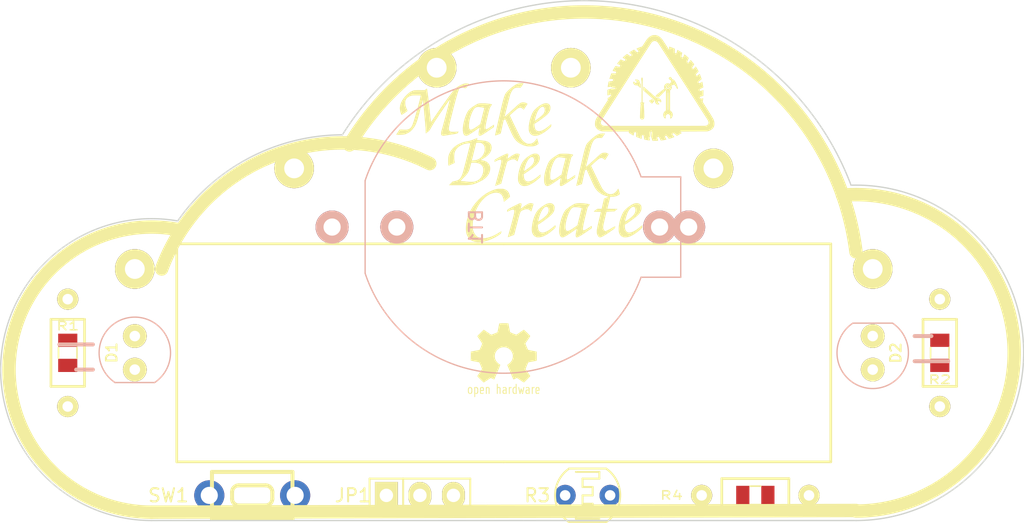
<source format=kicad_pcb>
(kicad_pcb (version 4) (host pcbnew 4.0.7-e2-6376~58~ubuntu16.04.1)

  (general
    (links 21)
    (no_connects 21)
    (area 13.919999 62.179999 91.490001 103.564)
    (thickness 1.6)
    (drawings 17)
    (tracks 0)
    (zones 0)
    (modules 20)
    (nets 6)
  )

  (page A4)
  (layers
    (0 F.Cu signal)
    (31 B.Cu signal)
    (32 B.Adhes user)
    (33 F.Adhes user)
    (34 B.Paste user)
    (35 F.Paste user)
    (36 B.SilkS user)
    (37 F.SilkS user)
    (38 B.Mask user)
    (39 F.Mask user)
    (40 Dwgs.User user)
    (41 Cmts.User user)
    (42 Eco1.User user)
    (43 Eco2.User user)
    (44 Edge.Cuts user)
    (45 Margin user)
    (46 B.CrtYd user)
    (47 F.CrtYd user)
    (48 B.Fab user)
    (49 F.Fab user)
  )

  (setup
    (last_trace_width 0.25)
    (trace_clearance 0.2)
    (zone_clearance 0.508)
    (zone_45_only no)
    (trace_min 0.2)
    (segment_width 0.254)
    (edge_width 0.15)
    (via_size 0.6)
    (via_drill 0.4)
    (via_min_size 0.4)
    (via_min_drill 0.3)
    (uvia_size 0.3)
    (uvia_drill 0.1)
    (uvias_allowed no)
    (uvia_min_size 0.2)
    (uvia_min_drill 0.1)
    (pcb_text_width 0.3)
    (pcb_text_size 1.5 1.5)
    (mod_edge_width 0.15)
    (mod_text_size 1 1)
    (mod_text_width 0.15)
    (pad_size 1.524 1.524)
    (pad_drill 0.762)
    (pad_to_mask_clearance 0.2)
    (aux_axis_origin 0 0)
    (visible_elements FFFFFF7F)
    (pcbplotparams
      (layerselection 0x00030_80000001)
      (usegerberextensions false)
      (excludeedgelayer true)
      (linewidth 0.101600)
      (plotframeref false)
      (viasonmask false)
      (mode 1)
      (useauxorigin false)
      (hpglpennumber 1)
      (hpglpenspeed 20)
      (hpglpendiameter 15)
      (hpglpenoverlay 2)
      (psnegative false)
      (psa4output false)
      (plotreference true)
      (plotvalue true)
      (plotinvisibletext false)
      (padsonsilk false)
      (subtractmaskfromsilk false)
      (outputformat 1)
      (mirror false)
      (drillshape 1)
      (scaleselection 1)
      (outputdirectory ""))
  )

  (net 0 "")
  (net 1 /GND)
  (net 2 /[+])
  (net 3 /3V)
  (net 4 /LED_red)
  (net 5 /LED_grn)

  (net_class Default "This is the default net class."
    (clearance 0.2)
    (trace_width 0.25)
    (via_dia 0.6)
    (via_drill 0.4)
    (uvia_dia 0.3)
    (uvia_drill 0.1)
    (add_net /3V)
    (add_net /GND)
    (add_net /LED_grn)
    (add_net /LED_red)
    (add_net /[+])
  )

  (module badge_fp:cr2032_02 (layer B.Cu) (tedit 575D8118) (tstamp 59DFB090)
    (at 52.07 79.375 270)
    (path /570F5FD9)
    (fp_text reference BT1 (at 0 2.1 270) (layer B.SilkS)
      (effects (font (size 1 1) (thickness 0.15)) (justify mirror))
    )
    (fp_text value BATT_1 (at 0 -1.5 270) (layer B.Fab)
      (effects (font (size 1 1) (thickness 0.15)) (justify mirror))
    )
    (fp_arc (start 0 0) (end -3.8 -10.4) (angle -141.4935155) (layer B.SilkS) (width 0.1016))
    (fp_arc (start 0 0) (end 3.5 10.5) (angle -141.4935253) (layer B.SilkS) (width 0.1016))
    (fp_line (start -3.8 -10.4) (end -3.8 -13.4) (layer B.SilkS) (width 0.1016))
    (fp_line (start -3.8 -13.4) (end 3.8 -13.4) (layer B.SilkS) (width 0.1016))
    (fp_line (start 3.8 -13.4) (end 3.8 -10.4) (layer B.SilkS) (width 0.1016))
    (fp_line (start -3.5 10.5) (end 3.5 10.5) (layer B.SilkS) (width 0.1016))
    (pad 2 thru_hole circle (at 0 8.1 270) (size 2.5 2.5) (drill 1.3) (layers *.Cu *.Mask B.SilkS)
      (net 1 /GND))
    (pad 1 thru_hole circle (at 0 -11.8 270) (size 2.5 2.5) (drill 1.3) (layers *.Cu *.Mask B.SilkS)
      (net 2 /[+]))
    (pad 1 thru_hole circle (at 0 -14 270) (size 2.5 2.5) (drill 1.3) (layers *.Cu *.Mask B.SilkS)
      (net 2 /[+]))
    (pad 2 thru_hole circle (at 0 13 270) (size 2.5 2.5) (drill 1.3) (layers *.Cu *.Mask B.SilkS)
      (net 1 /GND))
    (model CR2032_HOR_HOLD.wrl
      (at (xyz 0 0 0))
      (scale (xyz 1 1 1))
      (rotate (xyz 0 0 0))
    )
  )

  (module badge_fp:LED-5MM (layer F.Cu) (tedit 59E0CFD7) (tstamp 59DFB0AA)
    (at 24.13 88.9 270)
    (descr "LED 5mm - Lead pitch 100mil (2,54mm)")
    (tags "LED led 5mm 5MM 100mil 2,54mm")
    (path /570F5ABC)
    (fp_text reference D1 (at -0.008975 1.75 450) (layer F.SilkS)
      (effects (font (size 0.8 0.8) (thickness 0.15)))
    )
    (fp_text value Red (at 0.316987 -1.549038 270) (layer F.SilkS) hide
      (effects (font (size 0.8 0.8) (thickness 0.15)))
    )
    (fp_text user SHRT (at 1.27 -5.08 360) (layer B.SilkS) hide
      (effects (font (size 1 1) (thickness 0.2)) (justify mirror))
    )
    (fp_text user LONG (at -1.27 -5.08 360) (layer B.SilkS) hide
      (effects (font (size 1 1) (thickness 0.2)) (justify mirror))
    )
    (fp_line (start -0.635 3.175) (end -0.635 5.715) (layer B.SilkS) (width 0.3))
    (fp_line (start 1.27 3.175) (end 1.27 4.445) (layer B.SilkS) (width 0.3))
    (fp_line (start 2.25 -1.5) (end 2.25 1.5) (layer B.SilkS) (width 0.1016))
    (fp_arc (start 0 0) (end 2.25 1.5) (angle 292.6) (layer B.SilkS) (width 0.1016))
    (pad 1 thru_hole circle (at -1.27 0 270) (size 1.8 1.8) (drill 0.8) (layers *.Cu *.Mask F.SilkS)
      (net 3 /3V))
    (pad 2 thru_hole circle (at 1.27 0 270) (size 1.8 1.8) (drill 0.8) (layers *.Cu *.Mask F.SilkS)
      (net 4 /LED_red))
    (model LH2040_ra.wrl
      (at (xyz 0 0 0))
      (scale (xyz 1 1 1))
      (rotate (xyz 0 0 0))
    )
  )

  (module badge_fp:LED-5MM (layer F.Cu) (tedit 59E0CFDB) (tstamp 59DFB0B6)
    (at 80.01 88.9 90)
    (descr "LED 5mm - Lead pitch 100mil (2,54mm)")
    (tags "LED led 5mm 5MM 100mil 2,54mm")
    (path /570F5B5A)
    (fp_text reference D2 (at -0.008975 1.75 270) (layer F.SilkS)
      (effects (font (size 0.8 0.8) (thickness 0.15)))
    )
    (fp_text value Grn (at 0.316987 -1.549038 90) (layer F.SilkS) hide
      (effects (font (size 0.8 0.8) (thickness 0.15)))
    )
    (fp_text user SHRT (at 1.27 -5.08 180) (layer B.SilkS) hide
      (effects (font (size 1 1) (thickness 0.2)) (justify mirror))
    )
    (fp_text user LONG (at -1.27 -5.08 180) (layer B.SilkS) hide
      (effects (font (size 1 1) (thickness 0.2)) (justify mirror))
    )
    (fp_line (start -0.635 3.175) (end -0.635 5.715) (layer B.SilkS) (width 0.3))
    (fp_line (start 1.27 3.175) (end 1.27 4.445) (layer B.SilkS) (width 0.3))
    (fp_line (start 2.25 -1.5) (end 2.25 1.5) (layer B.SilkS) (width 0.1016))
    (fp_arc (start 0 0) (end 2.25 1.5) (angle 292.6) (layer B.SilkS) (width 0.1016))
    (pad 1 thru_hole circle (at -1.27 0 90) (size 1.8 1.8) (drill 0.8) (layers *.Cu *.Mask F.SilkS)
      (net 3 /3V))
    (pad 2 thru_hole circle (at 1.27 0 90) (size 1.8 1.8) (drill 0.8) (layers *.Cu *.Mask F.SilkS)
      (net 5 /LED_grn))
    (model LH2040_ra.wrl
      (at (xyz 0 0 0))
      (scale (xyz 1 1 1))
      (rotate (xyz 0 0 0))
    )
  )

  (module badge_fp:r_0805 (layer F.Cu) (tedit 574574FE) (tstamp 59DFB101)
    (at 19.05 88.9 270)
    (descr "SMT capacitor, 0805")
    (path /57443D6C)
    (attr smd)
    (fp_text reference R1 (at -2.032 0 360) (layer F.SilkS)
      (effects (font (size 0.635 0.889) (thickness 0.1143)))
    )
    (fp_text value 10E (at 0 1.7145 270) (layer F.SilkS) hide
      (effects (font (size 0.762 0.762) (thickness 0.1143)))
    )
    (fp_line (start -2.54 -1.27) (end -2.54 1.27) (layer F.SilkS) (width 0.2032))
    (fp_line (start -2.54 1.27) (end 2.54 1.27) (layer F.SilkS) (width 0.2032))
    (fp_line (start 2.54 1.27) (end 2.54 -1.27) (layer F.SilkS) (width 0.2032))
    (fp_line (start 2.54 -1.27) (end -2.54 -1.27) (layer F.SilkS) (width 0.2032))
    (fp_line (start 0.4 0.7) (end -0.4 0.7) (layer F.SilkS) (width 0.127))
    (fp_line (start -0.4 -0.7) (end 0.4 -0.7) (layer F.SilkS) (width 0.127))
    (pad 2 smd rect (at 0.95 0 270) (size 1 1.45) (layers F.Cu F.Paste F.Mask)
      (net 4 /LED_red))
    (pad 1 smd rect (at -0.95 0 270) (size 1 1.45) (layers F.Cu F.Paste F.Mask)
      (net 1 /GND))
    (pad 2 thru_hole circle (at 4.064 0 270) (size 1.6 1.6) (drill 0.8) (layers *.Cu *.Mask F.SilkS)
      (net 4 /LED_red))
    (pad 1 thru_hole circle (at -4.064 0 270) (size 1.6 1.6) (drill 0.8) (layers *.Cu *.Mask F.SilkS)
      (net 1 /GND))
    (model resistor_7_62mm.wrl
      (at (xyz 0 0 0))
      (scale (xyz 1 1 1))
      (rotate (xyz 0 0 0))
    )
  )

  (module badge_fp:r_0805 (layer F.Cu) (tedit 574574FE) (tstamp 59DFB10F)
    (at 85.09 88.9 90)
    (descr "SMT capacitor, 0805")
    (path /57443E35)
    (attr smd)
    (fp_text reference R2 (at -2.032 0 180) (layer F.SilkS)
      (effects (font (size 0.635 0.889) (thickness 0.1143)))
    )
    (fp_text value 10E (at 0 1.7145 90) (layer F.SilkS) hide
      (effects (font (size 0.762 0.762) (thickness 0.1143)))
    )
    (fp_line (start -2.54 -1.27) (end -2.54 1.27) (layer F.SilkS) (width 0.2032))
    (fp_line (start -2.54 1.27) (end 2.54 1.27) (layer F.SilkS) (width 0.2032))
    (fp_line (start 2.54 1.27) (end 2.54 -1.27) (layer F.SilkS) (width 0.2032))
    (fp_line (start 2.54 -1.27) (end -2.54 -1.27) (layer F.SilkS) (width 0.2032))
    (fp_line (start 0.4 0.7) (end -0.4 0.7) (layer F.SilkS) (width 0.127))
    (fp_line (start -0.4 -0.7) (end 0.4 -0.7) (layer F.SilkS) (width 0.127))
    (pad 2 smd rect (at 0.95 0 90) (size 1 1.45) (layers F.Cu F.Paste F.Mask)
      (net 5 /LED_grn))
    (pad 1 smd rect (at -0.95 0 90) (size 1 1.45) (layers F.Cu F.Paste F.Mask)
      (net 1 /GND))
    (pad 2 thru_hole circle (at 4.064 0 90) (size 1.6 1.6) (drill 0.8) (layers *.Cu *.Mask F.SilkS)
      (net 5 /LED_grn))
    (pad 1 thru_hole circle (at -4.064 0 90) (size 1.6 1.6) (drill 0.8) (layers *.Cu *.Mask F.SilkS)
      (net 1 /GND))
    (model resistor_7_62mm.wrl
      (at (xyz 0 0 0))
      (scale (xyz 1 1 1))
      (rotate (xyz 0 0 0))
    )
  )

  (module badge_fp:MTG_1mm5 (layer F.Cu) (tedit 59E1FC43) (tstamp 59DFB0F3)
    (at 67.945 74.93)
    (path /574578FE)
    (fp_text reference P4 (at 0 1.27) (layer F.SilkS) hide
      (effects (font (size 1 1) (thickness 0.15)))
    )
    (fp_text value Pin (at 0 -1.27) (layer F.SilkS) hide
      (effects (font (size 1 1) (thickness 0.15)))
    )
    (pad 1 thru_hole circle (at 0 0) (size 3 3) (drill 1.5) (layers *.Cu *.Mask F.SilkS))
  )

  (module badge_fp:MTG_1mm5 (layer F.Cu) (tedit 59E1FC23) (tstamp 59DFB0EE)
    (at 46.99 67.31)
    (path /59E20A21)
    (fp_text reference P1 (at 0 1.27) (layer F.SilkS) hide
      (effects (font (size 1 1) (thickness 0.15)))
    )
    (fp_text value Pin (at 0 -1.27) (layer F.SilkS) hide
      (effects (font (size 1 1) (thickness 0.15)))
    )
    (pad 1 thru_hole circle (at 0 0) (size 3 3) (drill 1.5) (layers *.Cu *.Mask F.SilkS))
  )

  (module badge_fp:MTG_1mm5 (layer F.Cu) (tedit 59E1FC4C) (tstamp 59DFB0E9)
    (at 24.13 82.55)
    (path /57457995)
    (fp_text reference P5 (at 0 1.27) (layer F.SilkS) hide
      (effects (font (size 1 1) (thickness 0.15)))
    )
    (fp_text value Pin (at 0 -1.27) (layer F.SilkS) hide
      (effects (font (size 1 1) (thickness 0.15)))
    )
    (pad 1 thru_hole circle (at 0 0) (size 3 3) (drill 1.5) (layers *.Cu *.Mask F.SilkS))
  )

  (module badge_fp:MTG_1mm5 (layer F.Cu) (tedit 59E1FC2C) (tstamp 59DFB0E4)
    (at 57.15 67.31)
    (path /57444D7F)
    (fp_text reference P2 (at 0 1.27) (layer F.SilkS) hide
      (effects (font (size 1 1) (thickness 0.15)))
    )
    (fp_text value Pin (at 0 -1.27) (layer F.SilkS) hide
      (effects (font (size 1 1) (thickness 0.15)))
    )
    (pad 1 thru_hole circle (at 0 0) (size 3 3) (drill 1.5) (layers *.Cu *.Mask F.SilkS))
  )

  (module badge_fp:MTG_1mm5 (layer F.Cu) (tedit 59E1FC35) (tstamp 59E052E4)
    (at 36.195 74.93)
    (path /574578C5)
    (fp_text reference P3 (at 0 1.27) (layer F.SilkS) hide
      (effects (font (size 1 1) (thickness 0.15)))
    )
    (fp_text value Pin (at 0 -1.27) (layer F.SilkS) hide
      (effects (font (size 1 1) (thickness 0.15)))
    )
    (pad 1 thru_hole circle (at 0 0) (size 3 3) (drill 1.5) (layers *.Cu *.Mask F.SilkS))
  )

  (module badge_fp:MTG_1mm5 (layer F.Cu) (tedit 59E1FC55) (tstamp 59E05312)
    (at 80.01 82.55)
    (path /5745799C)
    (fp_text reference P6 (at 0 1.27) (layer F.SilkS) hide
      (effects (font (size 1 1) (thickness 0.15)))
    )
    (fp_text value Pin (at 0 -1.27) (layer F.SilkS) hide
      (effects (font (size 1 1) (thickness 0.15)))
    )
    (pad 1 thru_hole circle (at 0 0) (size 3 3) (drill 1.5) (layers *.Cu *.Mask F.SilkS))
  )

  (module badge_fp:Resistor_LDR_5.0x3.4 (layer F.Cu) (tedit 59E1F6C5) (tstamp 59E39A2A)
    (at 58.42 99.695)
    (descr "Resistor, LDR 5.0x3.4mm")
    (tags "Resistor LDR5.0x3.4")
    (path /59E1F976)
    (fp_text reference R3 (at -3.81 0) (layer F.SilkS)
      (effects (font (size 1 1) (thickness 0.15)))
    )
    (fp_text value LDR (at -0.1 0) (layer F.Fab)
      (effects (font (size 1 1) (thickness 0.15)))
    )
    (fp_line (start -0.889 1.778) (end 0.889 1.778) (layer F.SilkS) (width 0.15))
    (fp_line (start -0.889 1.143) (end -0.889 1.778) (layer F.SilkS) (width 0.15))
    (fp_line (start 0.381 1.143) (end -0.889 1.143) (layer F.SilkS) (width 0.15))
    (fp_line (start 0.381 0.635) (end 0.381 1.143) (layer F.SilkS) (width 0.15))
    (fp_line (start -0.381 0.635) (end 0.381 0.635) (layer F.SilkS) (width 0.15))
    (fp_line (start -0.381 0) (end -0.381 0.635) (layer F.SilkS) (width 0.15))
    (fp_line (start 0.381 0) (end -0.381 0) (layer F.SilkS) (width 0.15))
    (fp_line (start 0.381 -0.635) (end 0.381 0) (layer F.SilkS) (width 0.15))
    (fp_line (start -0.381 -0.635) (end 0.381 -0.635) (layer F.SilkS) (width 0.15))
    (fp_line (start -0.381 -1.27) (end -0.381 -0.635) (layer F.SilkS) (width 0.15))
    (fp_line (start 0.889 -1.27) (end -0.381 -1.27) (layer F.SilkS) (width 0.15))
    (fp_line (start 0.889 -1.778) (end 0.889 -1.27) (layer F.SilkS) (width 0.15))
    (fp_line (start -0.889 -1.778) (end 0.889 -1.778) (layer F.SilkS) (width 0.15))
    (fp_line (start 1.397 2.032) (end -1.397 2.032) (layer F.SilkS) (width 0.15))
    (fp_line (start -1.397 -2.032) (end 1.397 -2.032) (layer F.SilkS) (width 0.15))
    (fp_arc (start 0 0) (end -1.397 2.032) (angle 110.982954) (layer F.SilkS) (width 0.15))
    (fp_arc (start 0 0) (end 1.397 -2.032) (angle 110.982954) (layer F.SilkS) (width 0.15))
    (pad 1 thru_hole circle (at -1.7018 0) (size 1.6 1.6) (drill 0.8) (layers *.Cu *.Mask)
      (net 3 /3V))
    (pad 2 thru_hole circle (at 1.7018 0) (size 1.6 1.6) (drill 0.8) (layers *.Cu *.Mask)
      (net 2 /[+]))
    (model Resistor_LDR_5_0x3_4.wrl
      (at (xyz 0 0 0))
      (scale (xyz 1 1 1))
      (rotate (xyz 0 0 0))
    )
  )

  (module badge_fp:r_0805 (layer F.Cu) (tedit 574574FE) (tstamp 59E39A38)
    (at 71.12 99.695)
    (descr "SMT capacitor, 0805")
    (path /59E200C8)
    (attr smd)
    (fp_text reference R4 (at -6.35 0 180) (layer F.SilkS)
      (effects (font (size 0.635 0.889) (thickness 0.1143)))
    )
    (fp_text value 10E (at 0 1.7145) (layer F.SilkS) hide
      (effects (font (size 0.762 0.762) (thickness 0.1143)))
    )
    (fp_line (start -2.54 -1.27) (end -2.54 1.27) (layer F.SilkS) (width 0.2032))
    (fp_line (start -2.54 1.27) (end 2.54 1.27) (layer F.SilkS) (width 0.2032))
    (fp_line (start 2.54 1.27) (end 2.54 -1.27) (layer F.SilkS) (width 0.2032))
    (fp_line (start 2.54 -1.27) (end -2.54 -1.27) (layer F.SilkS) (width 0.2032))
    (fp_line (start 0.4 0.7) (end -0.4 0.7) (layer F.SilkS) (width 0.127))
    (fp_line (start -0.4 -0.7) (end 0.4 -0.7) (layer F.SilkS) (width 0.127))
    (pad 2 smd rect (at 0.95 0) (size 1 1.45) (layers F.Cu F.Paste F.Mask)
      (net 3 /3V))
    (pad 1 smd rect (at -0.95 0) (size 1 1.45) (layers F.Cu F.Paste F.Mask)
      (net 2 /[+]))
    (pad 2 thru_hole circle (at 4.064 0) (size 1.6 1.6) (drill 0.8) (layers *.Cu *.Mask F.SilkS)
      (net 3 /3V))
    (pad 1 thru_hole circle (at -4.064 0) (size 1.6 1.6) (drill 0.8) (layers *.Cu *.Mask F.SilkS)
      (net 2 /[+]))
    (model resistor_7_62mm.wrl
      (at (xyz 0 0 0))
      (scale (xyz 1 1 1))
      (rotate (xyz 0 0 0))
    )
  )

  (module badge_fp:MA_LOGO10 (layer F.Cu) (tedit 0) (tstamp 59E3F9C6)
    (at 63.5 68.834)
    (path /57444C89)
    (fp_text reference L1 (at 0 0) (layer F.SilkS) hide
      (effects (font (thickness 0.3)))
    )
    (fp_text value Logo_MA (at 0.75 0) (layer F.SilkS) hide
      (effects (font (thickness 0.3)))
    )
    (fp_poly (pts (xy 0.089821 -3.990478) (xy 0.140991 -3.980256) (xy 0.192551 -3.96314) (xy 0.234087 -3.945513)
      (xy 0.312578 -3.902715) (xy 0.392137 -3.845702) (xy 0.470012 -3.776755) (xy 0.543447 -3.698158)
      (xy 0.566493 -3.67017) (xy 0.580289 -3.651459) (xy 0.602102 -3.620069) (xy 0.630866 -3.57761)
      (xy 0.665513 -3.525691) (xy 0.704976 -3.465924) (xy 0.748189 -3.399919) (xy 0.794084 -3.329286)
      (xy 0.841594 -3.255636) (xy 0.855133 -3.234548) (xy 1.096433 -2.858323) (xy 1.098771 -2.987134)
      (xy 1.101108 -3.115945) (xy 1.124171 -3.110405) (xy 1.147723 -3.103633) (xy 1.183546 -3.091957)
      (xy 1.228138 -3.076627) (xy 1.277994 -3.058891) (xy 1.32961 -3.04) (xy 1.379484 -3.021203)
      (xy 1.424109 -3.003749) (xy 1.430866 -3.001028) (xy 1.519766 -2.965046) (xy 1.519391 -2.902806)
      (xy 1.518864 -2.865955) (xy 1.517769 -2.819841) (xy 1.516301 -2.772116) (xy 1.515552 -2.751666)
      (xy 1.514668 -2.703684) (xy 1.516973 -2.669428) (xy 1.523376 -2.645847) (xy 1.534787 -2.629886)
      (xy 1.552112 -2.618495) (xy 1.555692 -2.616802) (xy 1.578626 -2.610303) (xy 1.604079 -2.607733)
      (xy 1.626593 -2.610826) (xy 1.644676 -2.621418) (xy 1.659448 -2.641482) (xy 1.672032 -2.672989)
      (xy 1.683549 -2.717911) (xy 1.692416 -2.762986) (xy 1.700037 -2.80309) (xy 1.707033 -2.836368)
      (xy 1.712697 -2.859702) (xy 1.716324 -2.869976) (xy 1.716678 -2.8702) (xy 1.726817 -2.866079)
      (xy 1.748868 -2.854703) (xy 1.780238 -2.83755) (xy 1.818331 -2.816097) (xy 1.860552 -2.791823)
      (xy 1.904307 -2.766206) (xy 1.947002 -2.740723) (xy 1.986041 -2.716854) (xy 1.98799 -2.715643)
      (xy 2.02302 -2.693034) (xy 2.051768 -2.672919) (xy 2.071676 -2.657207) (xy 2.080185 -2.647808)
      (xy 2.08026 -2.646737) (xy 2.077162 -2.635666) (xy 2.070822 -2.611157) (xy 2.062003 -2.576223)
      (xy 2.051468 -2.533878) (xy 2.044416 -2.505247) (xy 2.032254 -2.4549) (xy 2.024006 -2.418047)
      (xy 2.019288 -2.391804) (xy 2.017714 -2.373286) (xy 2.018901 -2.35961) (xy 2.022463 -2.34789)
      (xy 2.023189 -2.346097) (xy 2.041991 -2.319282) (xy 2.069481 -2.301773) (xy 2.100892 -2.294765)
      (xy 2.131456 -2.299452) (xy 2.153202 -2.313517) (xy 2.163394 -2.328729) (xy 2.177248 -2.356093)
      (xy 2.192949 -2.391738) (xy 2.208681 -2.431793) (xy 2.208776 -2.43205) (xy 2.223145 -2.469774)
      (xy 2.235844 -2.500931) (xy 2.245578 -2.522497) (xy 2.251055 -2.531448) (xy 2.251327 -2.531533)
      (xy 2.260999 -2.526263) (xy 2.281 -2.511759) (xy 2.308953 -2.489985) (xy 2.342483 -2.462902)
      (xy 2.379214 -2.432472) (xy 2.416769 -2.400656) (xy 2.452772 -2.369418) (xy 2.484848 -2.340719)
      (xy 2.504011 -2.322887) (xy 2.573856 -2.256367) (xy 2.5191 -2.1336) (xy 2.494245 -2.076)
      (xy 2.477108 -2.031034) (xy 2.467311 -1.996464) (xy 2.464475 -1.970053) (xy 2.468221 -1.949562)
      (xy 2.47817 -1.932755) (xy 2.48402 -1.926343) (xy 2.509977 -1.908905) (xy 2.541097 -1.899764)
      (xy 2.570458 -1.900474) (xy 2.581367 -1.904483) (xy 2.592162 -1.915122) (xy 2.609039 -1.93745)
      (xy 2.629827 -1.968369) (xy 2.652358 -2.004782) (xy 2.656127 -2.011163) (xy 2.677756 -2.046781)
      (xy 2.696961 -2.076091) (xy 2.711923 -2.096479) (xy 2.720818 -2.10533) (xy 2.721818 -2.105458)
      (xy 2.730783 -2.097956) (xy 2.748439 -2.079619) (xy 2.772798 -2.052752) (xy 2.801872 -2.01966)
      (xy 2.833671 -1.98265) (xy 2.866209 -1.944027) (xy 2.897497 -1.906097) (xy 2.925546 -1.871165)
      (xy 2.941114 -1.851142) (xy 2.990861 -1.786029) (xy 2.913802 -1.669831) (xy 2.87995 -1.617676)
      (xy 2.855508 -1.57689) (xy 2.839659 -1.545345) (xy 2.831588 -1.520913) (xy 2.830479 -1.501465)
      (xy 2.835514 -1.484874) (xy 2.839942 -1.477197) (xy 2.861858 -1.454761) (xy 2.890839 -1.438905)
      (xy 2.920284 -1.432713) (xy 2.932391 -1.434015) (xy 2.947634 -1.443134) (xy 2.971129 -1.46403)
      (xy 3.000995 -1.494913) (xy 3.026882 -1.524057) (xy 3.05448 -1.55547) (xy 3.07849 -1.581601)
      (xy 3.096628 -1.60005) (xy 3.106607 -1.608415) (xy 3.107417 -1.608667) (xy 3.114378 -1.601674)
      (xy 3.128033 -1.582362) (xy 3.146881 -1.553234) (xy 3.169423 -1.516789) (xy 3.194159 -1.475529)
      (xy 3.21959 -1.431954) (xy 3.244216 -1.388566) (xy 3.266538 -1.347866) (xy 3.284877 -1.31271)
      (xy 3.319835 -1.243181) (xy 3.225568 -1.145872) (xy 3.182949 -1.100939) (xy 3.151684 -1.06539)
      (xy 3.130548 -1.037275) (xy 3.118317 -1.014642) (xy 3.113765 -0.995539) (xy 3.115667 -0.978015)
      (xy 3.117171 -0.973181) (xy 3.135151 -0.941986) (xy 3.161888 -0.920052) (xy 3.192761 -0.911063)
      (xy 3.195172 -0.911013) (xy 3.209456 -0.912971) (xy 3.22598 -0.919942) (xy 3.247361 -0.933575)
      (xy 3.276218 -0.95552) (xy 3.311091 -0.984029) (xy 3.34367 -1.010529) (xy 3.37169 -1.03217)
      (xy 3.392598 -1.047067) (xy 3.403842 -1.053333) (xy 3.404861 -1.05332) (xy 3.410684 -1.043721)
      (xy 3.420916 -1.020807) (xy 3.434561 -0.987311) (xy 3.450621 -0.945966) (xy 3.468101 -0.899505)
      (xy 3.486005 -0.850661) (xy 3.503336 -0.802167) (xy 3.519097 -0.756755) (xy 3.532293 -0.717158)
      (xy 3.541926 -0.686109) (xy 3.547 -0.666341) (xy 3.547533 -0.66201) (xy 3.541089 -0.655026)
      (xy 3.523305 -0.639909) (xy 3.496503 -0.61853) (xy 3.463004 -0.592757) (xy 3.441567 -0.576642)
      (xy 3.403542 -0.547733) (xy 3.369271 -0.520644) (xy 3.341606 -0.497708) (xy 3.323398 -0.481254)
      (xy 3.3188 -0.476275) (xy 3.303838 -0.44589) (xy 3.305757 -0.41427) (xy 3.324552 -0.38146)
      (xy 3.328277 -0.377061) (xy 3.345328 -0.360197) (xy 3.362449 -0.350624) (xy 3.382265 -0.348736)
      (xy 3.407403 -0.354928) (xy 3.440491 -0.369596) (xy 3.484153 -0.393134) (xy 3.501704 -0.40313)
      (xy 3.537844 -0.423552) (xy 3.568349 -0.440166) (xy 3.590439 -0.451504) (xy 3.601334 -0.456099)
      (xy 3.601965 -0.456047) (xy 3.605322 -0.445807) (xy 3.610679 -0.421884) (xy 3.617574 -0.387039)
      (xy 3.625541 -0.344035) (xy 3.634117 -0.295632) (xy 3.642838 -0.244592) (xy 3.651241 -0.193676)
      (xy 3.65886 -0.145645) (xy 3.665233 -0.103262) (xy 3.669895 -0.069288) (xy 3.672382 -0.046484)
      (xy 3.672257 -0.037629) (xy 3.664436 -0.033492) (xy 3.644012 -0.023023) (xy 3.613508 -0.007504)
      (xy 3.575444 0.011781) (xy 3.543299 0.028021) (xy 3.492234 0.054337) (xy 3.45457 0.075166)
      (xy 3.428209 0.091839) (xy 3.411052 0.105684) (xy 3.400998 0.118032) (xy 3.400863 0.11826)
      (xy 3.390085 0.151322) (xy 3.395975 0.184726) (xy 3.416421 0.215231) (xy 3.430743 0.228612)
      (xy 3.445815 0.236512) (xy 3.464428 0.238725) (xy 3.489371 0.235043) (xy 3.523435 0.225261)
      (xy 3.569409 0.209173) (xy 3.587268 0.202594) (xy 3.623752 0.18929) (xy 3.654476 0.178519)
      (xy 3.675933 0.171482) (xy 3.684341 0.169333) (xy 3.686296 0.177429) (xy 3.687875 0.200238)
      (xy 3.689023 0.235542) (xy 3.689688 0.281124) (xy 3.689814 0.334768) (xy 3.689495 0.381759)
      (xy 3.687233 0.594184) (xy 3.553279 0.634549) (xy 3.507525 0.648826) (xy 3.466991 0.662394)
      (xy 3.434692 0.674172) (xy 3.413643 0.683079) (xy 3.407348 0.686889) (xy 3.402776 0.694424)
      (xy 3.403788 0.705162) (xy 3.411579 0.722198) (xy 3.427349 0.748628) (xy 3.437296 0.764299)
      (xy 3.456353 0.792975) (xy 3.47245 0.81523) (xy 3.483211 0.827873) (xy 3.485859 0.829594)
      (xy 3.496496 0.828108) (xy 3.519973 0.824205) (xy 3.552475 0.818532) (xy 3.579283 0.813724)
      (xy 3.666066 0.797992) (xy 3.666066 0.823487) (xy 3.664692 0.841589) (xy 3.660947 0.87213)
      (xy 3.655401 0.910874) (xy 3.648623 0.953582) (xy 3.648494 0.954355) (xy 3.642145 0.995444)
      (xy 3.637577 1.031052) (xy 3.635193 1.057548) (xy 3.635394 1.071301) (xy 3.635532 1.07174)
      (xy 3.640691 1.080595) (xy 3.654257 1.102646) (xy 3.675544 1.136805) (xy 3.703866 1.181983)
      (xy 3.738536 1.237091) (xy 3.778868 1.301041) (xy 3.824177 1.372744) (xy 3.873776 1.451112)
      (xy 3.926978 1.535056) (xy 3.983099 1.623488) (xy 4.009993 1.665827) (xy 4.084605 1.783427)
      (xy 4.150594 1.88788) (xy 4.20856 1.980238) (xy 4.259106 2.061554) (xy 4.302832 2.132881)
      (xy 4.340338 2.195272) (xy 4.372226 2.24978) (xy 4.399097 2.297458) (xy 4.421551 2.339358)
      (xy 4.44019 2.376535) (xy 4.455615 2.41004) (xy 4.468426 2.440926) (xy 4.479225 2.470247)
      (xy 4.488612 2.499055) (xy 4.492016 2.510367) (xy 4.507141 2.575828) (xy 4.516713 2.647802)
      (xy 4.520451 2.720782) (xy 4.518076 2.789261) (xy 4.509307 2.847733) (xy 4.509201 2.848183)
      (xy 4.479861 2.93799) (xy 4.436317 3.018657) (xy 4.378691 3.090076) (xy 4.307104 3.152136)
      (xy 4.221679 3.204729) (xy 4.122537 3.247743) (xy 4.037055 3.274234) (xy 3.9497 3.297284)
      (xy 2.930466 3.301759) (xy 1.911232 3.306233) (xy 1.976625 3.360984) (xy 2.042017 3.415735)
      (xy 2.022239 3.43175) (xy 2.002775 3.445562) (xy 1.971646 3.465413) (xy 1.932133 3.489385)
      (xy 1.88752 3.515562) (xy 1.841087 3.542025) (xy 1.796118 3.566856) (xy 1.755893 3.588137)
      (xy 1.746066 3.593129) (xy 1.67131 3.630674) (xy 1.568946 3.534213) (xy 1.533089 3.501168)
      (xy 1.499868 3.471921) (xy 1.471887 3.448662) (xy 1.45175 3.433582) (xy 1.444086 3.429198)
      (xy 1.415768 3.426535) (xy 1.385178 3.435971) (xy 1.358767 3.45509) (xy 1.351539 3.463856)
      (xy 1.34049 3.483679) (xy 1.336965 3.503398) (xy 1.341876 3.525516) (xy 1.356138 3.552538)
      (xy 1.380665 3.586968) (xy 1.4097 3.62324) (xy 1.436225 3.655845) (xy 1.458343 3.683773)
      (xy 1.47406 3.704449) (xy 1.48138 3.715298) (xy 1.481666 3.716135) (xy 1.474081 3.721586)
      (xy 1.453072 3.731339) (xy 1.421259 3.74446) (xy 1.38126 3.760012) (xy 1.335696 3.77706)
      (xy 1.287185 3.794669) (xy 1.238347 3.811902) (xy 1.191802 3.827826) (xy 1.150169 3.841503)
      (xy 1.116067 3.851998) (xy 1.092116 3.858377) (xy 1.080935 3.859703) (xy 1.08052 3.859406)
      (xy 1.065976 3.838248) (xy 1.045025 3.809488) (xy 1.019778 3.775841) (xy 0.992348 3.740019)
      (xy 0.964846 3.704738) (xy 0.939385 3.67271) (xy 0.918075 3.64665) (xy 0.90303 3.629272)
      (xy 0.896878 3.623419) (xy 0.87748 3.617515) (xy 0.854843 3.615267) (xy 0.830622 3.6218)
      (xy 0.80537 3.638366) (xy 0.784086 3.660416) (xy 0.771766 3.683401) (xy 0.770466 3.692073)
      (xy 0.774588 3.706455) (xy 0.785843 3.731855) (xy 0.802565 3.764824) (xy 0.823091 3.801912)
      (xy 0.8255 3.806078) (xy 0.846151 3.842244) (xy 0.863269 3.873368) (xy 0.875237 3.896425)
      (xy 0.880436 3.90839) (xy 0.880533 3.909041) (xy 0.872431 3.914169) (xy 0.849301 3.921141)
      (xy 0.812908 3.929621) (xy 0.765016 3.939273) (xy 0.70739 3.949759) (xy 0.641794 3.960745)
      (xy 0.569992 3.971891) (xy 0.49375 3.982863) (xy 0.492985 3.982969) (xy 0.465271 3.9868)
      (xy 0.402389 3.861245) (xy 0.372748 3.804047) (xy 0.347962 3.761086) (xy 0.326817 3.730788)
      (xy 0.308098 3.711582) (xy 0.290588 3.701896) (xy 0.277701 3.699933) (xy 0.249912 3.706088)
      (xy 0.222433 3.721917) (xy 0.200047 3.743464) (xy 0.187533 3.766776) (xy 0.18636 3.775493)
      (xy 0.189264 3.792029) (xy 0.197064 3.820181) (xy 0.208517 3.855784) (xy 0.220227 3.888881)
      (xy 0.23367 3.926342) (xy 0.244575 3.958652) (xy 0.251741 3.982119) (xy 0.254 3.992597)
      (xy 0.251729 3.996422) (xy 0.243702 3.999374) (xy 0.228096 4.001559) (xy 0.203088 4.003082)
      (xy 0.166855 4.004048) (xy 0.117575 4.004563) (xy 0.053424 4.004732) (xy 0.043834 4.004733)
      (xy -0.166332 4.004733) (xy -0.202921 3.87985) (xy -0.216679 3.834307) (xy -0.229998 3.792745)
      (xy -0.241675 3.758738) (xy -0.25051 3.735861) (xy -0.253221 3.730182) (xy -0.257464 3.721322)
      (xy -0.260316 3.710996) (xy -0.261699 3.696949) (xy -0.261532 3.676926) (xy -0.259736 3.648672)
      (xy -0.256229 3.609934) (xy -0.250933 3.558456) (xy -0.245271 3.505816) (xy -0.223611 3.306233)
      (xy -0.260882 3.303616) (xy -0.283975 3.302569) (xy -0.298574 3.302993) (xy -0.300764 3.303616)
      (xy -0.302399 3.312416) (xy -0.30554 3.335631) (xy -0.309893 3.370839) (xy -0.315161 3.415615)
      (xy -0.321051 3.467538) (xy -0.32412 3.495272) (xy -0.344866 3.684311) (xy -0.375633 3.709672)
      (xy -0.389643 3.722059) (xy -0.399084 3.734195) (xy -0.404195 3.749031) (xy -0.405214 3.769515)
      (xy -0.402378 3.798599) (xy -0.395927 3.839232) (xy -0.389164 3.877361) (xy -0.382706 3.915563)
      (xy -0.378133 3.947313) (xy -0.375892 3.969129) (xy -0.376281 3.977436) (xy -0.386679 3.978443)
      (xy -0.410829 3.976637) (xy -0.445868 3.972491) (xy -0.488934 3.966475) (xy -0.537168 3.959059)
      (xy -0.587706 3.950713) (xy -0.637688 3.94191) (xy -0.684253 3.933119) (xy -0.724539 3.924811)
      (xy -0.755684 3.917457) (xy -0.773335 3.912119) (xy -0.780551 3.908247) (xy -0.786175 3.90117)
      (xy -0.790825 3.888324) (xy -0.795116 3.867147) (xy -0.799665 3.835074) (xy -0.805088 3.789543)
      (xy -0.807126 3.771551) (xy -0.814718 3.710233) (xy -0.822293 3.663636) (xy -0.830501 3.629563)
      (xy -0.839989 3.605815) (xy -0.851407 3.590193) (xy -0.863132 3.581651) (xy -0.895507 3.572973)
      (xy -0.930729 3.576791) (xy -0.961268 3.592222) (xy -0.962612 3.593347) (xy -0.971987 3.601866)
      (xy -0.978569 3.610615) (xy -0.982938 3.622645) (xy -0.985673 3.641011) (xy -0.987352 3.668763)
      (xy -0.988557 3.708956) (xy -0.989124 3.733047) (xy -0.990516 3.775791) (xy -0.992459 3.811753)
      (xy -0.994729 3.837913) (xy -0.997103 3.851252) (xy -0.997943 3.852333) (xy -1.011839 3.849391)
      (xy -1.038653 3.841247) (xy -1.075613 3.828928) (xy -1.119944 3.81346) (xy -1.168873 3.795869)
      (xy -1.219628 3.777182) (xy -1.269435 3.758424) (xy -1.31552 3.740621) (xy -1.35511 3.724799)
      (xy -1.385432 3.711985) (xy -1.403713 3.703205) (xy -1.407193 3.700915) (xy -1.408652 3.691098)
      (xy -1.40886 3.667349) (xy -1.407884 3.632619) (xy -1.405795 3.58986) (xy -1.403835 3.5586)
      (xy -1.400261 3.49814) (xy -1.399134 3.452093) (xy -1.400885 3.41806) (xy -1.405946 3.393639)
      (xy -1.414747 3.376432) (xy -1.427719 3.364039) (xy -1.440106 3.356634) (xy -1.473866 3.345409)
      (xy -1.506349 3.349346) (xy -1.523716 3.356886) (xy -1.536508 3.365292) (xy -1.546667 3.377366)
      (xy -1.555174 3.395794) (xy -1.563007 3.423257) (xy -1.57115 3.462439) (xy -1.579466 3.509433)
      (xy -1.586162 3.545803) (xy -1.592682 3.575935) (xy -1.598116 3.595884) (xy -1.600666 3.601554)
      (xy -1.610759 3.600654) (xy -1.633521 3.591455) (xy -1.667366 3.574804) (xy -1.710712 3.551548)
      (xy -1.761974 3.522533) (xy -1.819569 3.488604) (xy -1.873628 3.455727) (xy -1.91125 3.43268)
      (xy -1.936788 3.416075) (xy -1.95212 3.402775) (xy -1.959126 3.389643) (xy -1.959684 3.373543)
      (xy -1.955674 3.351338) (xy -1.950509 3.3274) (xy -1.945217 3.302) (xy -2.9146 3.302)
      (xy -3.06825 3.301996) (xy -3.205976 3.30196) (xy -3.328784 3.301853) (xy -3.437684 3.30164)
      (xy -3.533684 3.301284) (xy -3.617791 3.300747) (xy -3.691014 3.299992) (xy -3.754361 3.298983)
      (xy -3.808841 3.297682) (xy -3.855461 3.296053) (xy -3.89523 3.294058) (xy -3.929156 3.291661)
      (xy -3.958247 3.288824) (xy -3.983511 3.28551) (xy -4.005958 3.281683) (xy -4.026594 3.277306)
      (xy -4.046428 3.272341) (xy -4.066469 3.266752) (xy -4.087724 3.260501) (xy -4.093634 3.258745)
      (xy -4.188722 3.222978) (xy -4.274531 3.17549) (xy -4.349786 3.117506) (xy -4.413209 3.050246)
      (xy -4.463521 2.974932) (xy -4.499446 2.892787) (xy -4.508623 2.861733) (xy -4.514974 2.832204)
      (xy -4.518745 2.800354) (xy -4.520205 2.761828) (xy -4.51962 2.71227) (xy -4.519012 2.6924)
      (xy -4.514209 2.61774) (xy -4.513163 2.610644) (xy -4.083763 2.610644) (xy -4.083374 2.666253)
      (xy -4.080708 2.680855) (xy -4.059412 2.740732) (xy -4.024682 2.790446) (xy -3.976785 2.829786)
      (xy -3.915986 2.858542) (xy -3.842552 2.876505) (xy -3.831167 2.878161) (xy -3.818078 2.878785)
      (xy -3.788719 2.879383) (xy -3.743753 2.879957) (xy -3.683838 2.880505) (xy -3.609637 2.881029)
      (xy -3.521809 2.881527) (xy -3.421014 2.882) (xy -3.307915 2.882449) (xy -3.183171 2.882872)
      (xy -3.047443 2.88327) (xy -2.901391 2.883644) (xy -2.745676 2.883992) (xy -2.580959 2.884316)
      (xy -2.407899 2.884614) (xy -2.227159 2.884888) (xy -2.039398 2.885136) (xy -1.845277 2.88536)
      (xy -1.645457 2.885559) (xy -1.440598 2.885733) (xy -1.23136 2.885882) (xy -1.018405 2.886006)
      (xy -0.802393 2.886105) (xy -0.583985 2.88618) (xy -0.36384 2.886229) (xy -0.14262 2.886254)
      (xy 0.079014 2.886254) (xy 0.300403 2.886229) (xy 0.520885 2.886179) (xy 0.7398 2.886105)
      (xy 0.956487 2.886005) (xy 1.170286 2.885881) (xy 1.380536 2.885732) (xy 1.586577 2.885559)
      (xy 1.787747 2.88536) (xy 1.983387 2.885137) (xy 2.172836 2.884889) (xy 2.355433 2.884617)
      (xy 2.530517 2.88432) (xy 2.697429 2.883998) (xy 2.855507 2.883651) (xy 3.00409 2.88328)
      (xy 3.142519 2.882884) (xy 3.270133 2.882463) (xy 3.38627 2.882018) (xy 3.490271 2.881548)
      (xy 3.581475 2.881053) (xy 3.659221 2.880534) (xy 3.722849 2.87999) (xy 3.771698 2.879422)
      (xy 3.805107 2.878829) (xy 3.822416 2.878211) (xy 3.824204 2.878046) (xy 3.86466 2.870383)
      (xy 3.906409 2.859127) (xy 3.939544 2.847064) (xy 3.982504 2.82186) (xy 4.021487 2.78795)
      (xy 4.052341 2.749626) (xy 4.070868 2.71133) (xy 4.080084 2.653051) (xy 4.075608 2.589001)
      (xy 4.058064 2.522457) (xy 4.028073 2.456695) (xy 4.019851 2.442634) (xy 4.01351 2.432606)
      (xy 3.998331 2.40881) (xy 3.974623 2.371727) (xy 3.942695 2.32184) (xy 3.902855 2.259629)
      (xy 3.855414 2.185576) (xy 3.800678 2.100164) (xy 3.738959 2.003874) (xy 3.670563 1.897188)
      (xy 3.595802 1.780587) (xy 3.514982 1.654554) (xy 3.428415 1.51957) (xy 3.336407 1.376116)
      (xy 3.239269 1.224675) (xy 3.137309 1.065728) (xy 3.030837 0.899757) (xy 2.920161 0.727244)
      (xy 2.80559 0.54867) (xy 2.687432 0.364517) (xy 2.565999 0.175268) (xy 2.441597 -0.018597)
      (xy 2.314536 -0.216595) (xy 2.185125 -0.418245) (xy 2.130385 -0.503539) (xy 1.966413 -0.759002)
      (xy 1.811353 -1.00052) (xy 1.664995 -1.228417) (xy 1.527131 -1.443015) (xy 1.397551 -1.644638)
      (xy 1.276046 -1.833608) (xy 1.162408 -2.010248) (xy 1.056426 -2.174882) (xy 0.957893 -2.327831)
      (xy 0.866599 -2.46942) (xy 0.782334 -2.59997) (xy 0.70489 -2.719805) (xy 0.634059 -2.829248)
      (xy 0.569629 -2.928621) (xy 0.511394 -3.018248) (xy 0.459143 -3.098451) (xy 0.412668 -3.169553)
      (xy 0.371759 -3.231878) (xy 0.336208 -3.285747) (xy 0.305805 -3.331485) (xy 0.280341 -3.369414)
      (xy 0.259608 -3.399856) (xy 0.243395 -3.423135) (xy 0.231495 -3.439574) (xy 0.223698 -3.449495)
      (xy 0.221479 -3.451912) (xy 0.189079 -3.479627) (xy 0.150643 -3.506616) (xy 0.120482 -3.523889)
      (xy 0.056432 -3.546605) (xy -0.008703 -3.552844) (xy -0.073606 -3.542893) (xy -0.136965 -3.517037)
      (xy -0.197464 -3.475562) (xy -0.22699 -3.44829) (xy -0.233153 -3.440995) (xy -0.243091 -3.427691)
      (xy -0.257019 -3.408048) (xy -0.275153 -3.38173) (xy -0.297709 -3.348407) (xy -0.324901 -3.307744)
      (xy -0.356946 -3.259409) (xy -0.39406 -3.203069) (xy -0.436456 -3.138391) (xy -0.484353 -3.065043)
      (xy -0.537963 -2.982691) (xy -0.597505 -2.891002) (xy -0.663192 -2.789645) (xy -0.735241 -2.678284)
      (xy -0.813867 -2.556589) (xy -0.899286 -2.424226) (xy -0.991713 -2.280862) (xy -1.091364 -2.126164)
      (xy -1.198455 -1.9598) (xy -1.3132 -1.781436) (xy -1.435816 -1.590739) (xy -1.566519 -1.387378)
      (xy -1.705523 -1.171018) (xy -1.853044 -0.941327) (xy -2.009298 -0.697973) (xy -2.142122 -0.491067)
      (xy -2.272645 -0.287692) (xy -2.400973 -0.087671) (xy -2.526795 0.108509) (xy -2.6498 0.300364)
      (xy -2.76968 0.487406) (xy -2.886122 0.669151) (xy -2.998817 0.845113) (xy -3.107455 1.014806)
      (xy -3.211724 1.177745) (xy -3.311316 1.333442) (xy -3.405918 1.481414) (xy -3.495222 1.621173)
      (xy -3.578916 1.752234) (xy -3.65669 1.874112) (xy -3.728235 1.98632) (xy -3.793238 2.088374)
      (xy -3.851391 2.179786) (xy -3.902383 2.260071) (xy -3.945903 2.328744) (xy -3.981641 2.385319)
      (xy -4.009287 2.429309) (xy -4.02853 2.46023) (xy -4.039061 2.477596) (xy -4.040812 2.480734)
      (xy -4.069646 2.549156) (xy -4.083763 2.610644) (xy -4.513163 2.610644) (xy -4.504358 2.550964)
      (xy -4.488133 2.487133) (xy -4.464208 2.421306) (xy -4.431256 2.348544) (xy -4.421273 2.328334)
      (xy -4.409481 2.306729) (xy -4.389299 2.272071) (xy -4.36147 2.225562) (xy -4.326738 2.168407)
      (xy -4.285849 2.101807) (xy -4.239547 2.026967) (xy -4.188576 1.945091) (xy -4.133681 1.857382)
      (xy -4.075606 1.765043) (xy -4.015095 1.669278) (xy -3.956226 1.576528) (xy -3.539929 0.92209)
      (xy -3.549711 0.848977) (xy -3.553918 0.810388) (xy -3.554653 0.784484) (xy -3.551875 0.773108)
      (xy -3.551397 0.772839) (xy -3.540863 0.767808) (xy -3.518988 0.756684) (xy -3.489385 0.74132)
      (xy -3.467683 0.729923) (xy -3.434412 0.712037) (xy -3.410758 0.69744) (xy -3.392761 0.682371)
      (xy -3.376459 0.663066) (xy -3.357892 0.635764) (xy -3.341629 0.610203) (xy -3.291193 0.530372)
      (xy -3.310235 0.514953) (xy -3.324805 0.505585) (xy -3.341413 0.50122) (xy -3.362929 0.502213)
      (xy -3.392226 0.508922) (xy -3.432176 0.521704) (xy -3.468469 0.53462) (xy -3.506129 0.547674)
      (xy -3.537955 0.557474) (xy -3.560654 0.56309) (xy -3.570931 0.563595) (xy -3.571008 0.563526)
      (xy -3.572827 0.553556) (xy -3.574324 0.529531) (xy -3.575499 0.494323) (xy -3.576346 0.450803)
      (xy -3.576865 0.401843) (xy -3.577051 0.350314) (xy -3.576901 0.29909) (xy -3.576413 0.251042)
      (xy -3.575584 0.209041) (xy -3.57441 0.175959) (xy -3.572889 0.154668) (xy -3.571441 0.148076)
      (xy -3.561704 0.143799) (xy -3.538665 0.1358) (xy -3.505288 0.125049) (xy -3.464543 0.112513)
      (xy -3.441928 0.10576) (xy -3.397227 0.092126) (xy -3.35712 0.079119) (xy -3.324994 0.067894)
      (xy -3.304237 0.059608) (xy -3.299488 0.057134) (xy -3.290547 0.052816) (xy -3.278181 0.050371)
      (xy -3.25971 0.049856) (xy -3.232453 0.051324) (xy -3.19373 0.054829) (xy -3.14154 0.060353)
      (xy -3.095129 0.065321) (xy -3.055103 0.069391) (xy -3.024267 0.072295) (xy -3.005426 0.073765)
      (xy -3.000862 0.073784) (xy -2.989209 0.056613) (xy -2.97693 0.035845) (xy -2.966649 0.016351)
      (xy -2.960986 0.003002) (xy -2.961111 -0.000078) (xy -2.971248 -0.000996) (xy -2.995368 -0.003496)
      (xy -3.030629 -0.007273) (xy -3.074185 -0.012024) (xy -3.115596 -0.016598) (xy -3.177954 -0.024114)
      (xy -3.224045 -0.030993) (xy -3.253663 -0.037199) (xy -3.266604 -0.042696) (xy -3.26713 -0.043555)
      (xy -3.281163 -0.065058) (xy -3.304173 -0.083252) (xy -3.32889 -0.092747) (xy -3.334002 -0.093133)
      (xy -3.352043 -0.091654) (xy -3.382228 -0.087645) (xy -3.420066 -0.081751) (xy -3.454028 -0.075897)
      (xy -3.492119 -0.069364) (xy -3.523635 -0.064575) (xy -3.545138 -0.062011) (xy -3.553129 -0.062039)
      (xy -3.553609 -0.07187) (xy -3.551387 -0.095561) (xy -3.54689 -0.130332) (xy -3.540545 -0.173401)
      (xy -3.532777 -0.221986) (xy -3.524013 -0.273307) (xy -3.514679 -0.324582) (xy -3.506164 -0.3683)
      (xy -3.483917 -0.478367) (xy -3.348509 -0.493739) (xy -3.287575 -0.501313) (xy -3.241204 -0.508905)
      (xy -3.20704 -0.517321) (xy -3.18273 -0.527364) (xy -3.16592 -0.53984) (xy -3.154258 -0.555554)
      (xy -3.151342 -0.561162) (xy -3.144863 -0.583092) (xy -3.147308 -0.60885) (xy -3.149536 -0.617829)
      (xy -3.157292 -0.639376) (xy -3.168887 -0.655101) (xy -3.186809 -0.665879) (xy -3.213546 -0.672587)
      (xy -3.251587 -0.6761) (xy -3.303419 -0.677294) (xy -3.318513 -0.677333) (xy -3.359543 -0.677511)
      (xy -3.393671 -0.677997) (xy -3.417761 -0.678721) (xy -3.428675 -0.679613) (xy -3.429 -0.679802)
      (xy -3.42622 -0.690756) (xy -3.418572 -0.714647) (xy -3.407099 -0.748546) (xy -3.39284 -0.789519)
      (xy -3.376837 -0.834636) (xy -3.36013 -0.880966) (xy -3.343761 -0.925578) (xy -3.32877 -0.965539)
      (xy -3.316198 -0.997919) (xy -3.314798 -1.001414) (xy -3.274654 -1.101128) (xy -3.197311 -1.095191)
      (xy -3.149962 -1.092238) (xy -3.096293 -1.089916) (xy -3.046913 -1.088673) (xy -3.040974 -1.088611)
      (xy -3.003739 -1.088561) (xy -2.979356 -1.08978) (xy -2.963746 -1.093213) (xy -2.952833 -1.099808)
      (xy -2.942537 -1.110513) (xy -2.941491 -1.111722) (xy -2.924541 -1.142873) (xy -2.921099 -1.177693)
      (xy -2.93124 -1.210594) (xy -2.940051 -1.223054) (xy -2.951373 -1.233413) (xy -2.966922 -1.24162)
      (xy -2.990189 -1.248872) (xy -3.024664 -1.256364) (xy -3.052234 -1.261481) (xy -3.103049 -1.270264)
      (xy -3.139056 -1.276868) (xy -3.161866 -1.283269) (xy -3.173086 -1.291443) (xy -3.174324 -1.303367)
      (xy -3.16719 -1.321017) (xy -3.153291 -1.34637) (xy -3.140383 -1.369787) (xy -3.117439 -1.411348)
      (xy -3.091813 -1.455928) (xy -3.065049 -1.501039) (xy -3.038692 -1.544196) (xy -3.014286 -1.582914)
      (xy -2.993376 -1.614706) (xy -2.977508 -1.637087) (xy -2.968224 -1.647572) (xy -2.967534 -1.647951)
      (xy -2.956489 -1.647287) (xy -2.932118 -1.643135) (xy -2.897523 -1.636105) (xy -2.855808 -1.626807)
      (xy -2.833628 -1.62159) (xy -2.787826 -1.611033) (xy -2.745943 -1.602115) (xy -2.711631 -1.595561)
      (xy -2.688543 -1.592094) (xy -2.683032 -1.591733) (xy -2.654085 -1.599424) (xy -2.629016 -1.619409)
      (xy -2.612234 -1.647059) (xy -2.607734 -1.670823) (xy -2.608378 -1.692552) (xy -2.611769 -1.709438)
      (xy -2.620095 -1.723223) (xy -2.635546 -1.735649) (xy -2.660309 -1.74846) (xy -2.696573 -1.763398)
      (xy -2.746527 -1.782206) (xy -2.748547 -1.782955) (xy -2.783853 -1.796404) (xy -2.813293 -1.808306)
      (xy -2.833174 -1.817126) (xy -2.839511 -1.820724) (xy -2.837085 -1.829363) (xy -2.825076 -1.848418)
      (xy -2.805269 -1.875753) (xy -2.77945 -1.909232) (xy -2.749404 -1.946721) (xy -2.716916 -1.986085)
      (xy -2.683771 -2.025188) (xy -2.651755 -2.061894) (xy -2.622652 -2.09407) (xy -2.598248 -2.11958)
      (xy -2.580328 -2.136288) (xy -2.570837 -2.142066) (xy -2.56001 -2.138837) (xy -2.536533 -2.12991)
      (xy -2.503245 -2.116426) (xy -2.462987 -2.099528) (xy -2.433982 -2.087061) (xy -2.390036 -2.06844)
      (xy -2.350511 -2.052512) (xy -2.318443 -2.040438) (xy -2.296869 -2.033378) (xy -2.290001 -2.032028)
      (xy -2.26376 -2.03964) (xy -2.239223 -2.059569) (xy -2.220168 -2.087325) (xy -2.210371 -2.118417)
      (xy -2.209801 -2.12735) (xy -2.212237 -2.142413) (xy -2.220847 -2.157243) (xy -2.237586 -2.173551)
      (xy -2.264408 -2.19305) (xy -2.303266 -2.217451) (xy -2.332182 -2.23458) (xy -2.366409 -2.255216)
      (xy -2.394242 -2.273205) (xy -2.412968 -2.286704) (xy -2.419871 -2.293868) (xy -2.419834 -2.294107)
      (xy -2.412198 -2.302945) (xy -2.393775 -2.320483) (xy -2.366895 -2.344711) (xy -2.333887 -2.373621)
      (xy -2.297081 -2.405204) (xy -2.258805 -2.437448) (xy -2.221391 -2.468347) (xy -2.187168 -2.49589)
      (xy -2.173138 -2.506879) (xy -2.098376 -2.564791) (xy -1.983155 -2.487675) (xy -1.929868 -2.452846)
      (xy -1.887872 -2.427829) (xy -1.855059 -2.412085) (xy -1.829319 -2.405074) (xy -1.80854 -2.406258)
      (xy -1.790615 -2.415099) (xy -1.773433 -2.431057) (xy -1.771212 -2.433549) (xy -1.749669 -2.466975)
      (xy -1.74472 -2.499032) (xy -1.751905 -2.521767) (xy -1.761189 -2.532598) (xy -1.78079 -2.551465)
      (xy -1.807867 -2.575746) (xy -1.839581 -2.602818) (xy -1.840711 -2.60376) (xy -1.871622 -2.630143)
      (xy -1.897092 -2.653113) (xy -1.914614 -2.670318) (xy -1.921676 -2.679403) (xy -1.921714 -2.6797)
      (xy -1.914638 -2.687216) (xy -1.895094 -2.701256) (xy -1.865563 -2.72039) (xy -1.828527 -2.743192)
      (xy -1.786469 -2.768232) (xy -1.74187 -2.794084) (xy -1.697212 -2.819317) (xy -1.654978 -2.842505)
      (xy -1.617648 -2.86222) (xy -1.587706 -2.877032) (xy -1.567632 -2.885514) (xy -1.561505 -2.886971)
      (xy -1.552608 -2.881486) (xy -1.533718 -2.866201) (xy -1.507061 -2.843037) (xy -1.474864 -2.813916)
      (xy -1.44897 -2.78984) (xy -1.41304 -2.756924) (xy -1.379823 -2.728094) (xy -1.351874 -2.705447)
      (xy -1.331748 -2.69108) (xy -1.323789 -2.687098) (xy -1.294836 -2.687441) (xy -1.266301 -2.700065)
      (xy -1.242031 -2.721366) (xy -1.225874 -2.74774) (xy -1.221676 -2.775584) (xy -1.222777 -2.781697)
      (xy -1.229876 -2.795413) (xy -1.245769 -2.818891) (xy -1.268226 -2.849037) (xy -1.295019 -2.882758)
      (xy -1.299936 -2.888735) (xy -1.37214 -2.976033) (xy -1.32297 -2.998489) (xy -1.296667 -3.009583)
      (xy -1.260687 -3.023477) (xy -1.217839 -3.03922) (xy -1.17093 -3.055861) (xy -1.122769 -3.072448)
      (xy -1.076163 -3.088029) (xy -1.03392 -3.101652) (xy -0.998849 -3.112367) (xy -0.973757 -3.11922)
      (xy -0.961453 -3.121261) (xy -0.961023 -3.121159) (xy -0.954409 -3.127175) (xy -0.93991 -3.145895)
      (xy -0.918653 -3.175687) (xy -0.891762 -3.214917) (xy -0.860361 -3.261953) (xy -0.825575 -3.315162)
      (xy -0.799695 -3.355391) (xy -0.760443 -3.416343) (xy -0.721377 -3.476157) (xy -0.684113 -3.532419)
      (xy -0.650269 -3.582714) (xy -0.621464 -3.624627) (xy -0.599314 -3.655743) (xy -0.591765 -3.665818)
      (xy -0.512915 -3.757366) (xy -0.427731 -3.836034) (xy -0.337757 -3.900608) (xy -0.244535 -3.949873)
      (xy -0.216193 -3.961475) (xy -0.181386 -3.974194) (xy -0.15237 -3.982828) (xy -0.123783 -3.988344)
      (xy -0.090266 -3.991709) (xy -0.046458 -3.993887) (xy -0.033867 -3.994339) (xy 0.033411 -3.99483)
      (xy 0.089821 -3.990478)) (layer F.SilkS) (width 0.01))
    (fp_poly (pts (xy -0.934566 -0.769606) (xy -0.927173 -0.76463) (xy -0.921796 -0.753157) (xy -0.917165 -0.732587)
      (xy -0.912012 -0.700321) (xy -0.905765 -0.658368) (xy -0.901617 -0.623455) (xy -0.902043 -0.598565)
      (xy -0.907353 -0.577334) (xy -0.910018 -0.57055) (xy -0.912183 -0.563723) (xy -0.914095 -0.553563)
      (xy -0.91577 -0.539071) (xy -0.917223 -0.51925) (xy -0.918468 -0.4931) (xy -0.919522 -0.459624)
      (xy -0.9204 -0.417821) (xy -0.921115 -0.366695) (xy -0.921684 -0.305245) (xy -0.922121 -0.232475)
      (xy -0.922442 -0.147384) (xy -0.922662 -0.048975) (xy -0.922795 0.063752) (xy -0.922858 0.191795)
      (xy -0.922867 0.279268) (xy -0.922867 1.098335) (xy -0.876619 1.103771) (xy -0.831262 1.111885)
      (xy -0.801679 1.123629) (xy -0.788235 1.138838) (xy -0.787401 1.144359) (xy -0.790826 1.157368)
      (xy -0.794982 1.159934) (xy -0.802927 1.166852) (xy -0.8143 1.184358) (xy -0.819802 1.194775)
      (xy -0.830824 1.22325) (xy -0.83108 1.244497) (xy -0.829616 1.249143) (xy -0.827512 1.262193)
      (xy -0.825053 1.289963) (xy -0.822365 1.330246) (xy -0.819576 1.380836) (xy -0.816812 1.439526)
      (xy -0.814201 1.50411) (xy -0.812984 1.538152) (xy -0.810259 1.617144) (xy -0.807275 1.702341)
      (xy -0.804197 1.789099) (xy -0.80119 1.872776) (xy -0.798422 1.948728) (xy -0.796097 2.011253)
      (xy -0.793559 2.087183) (xy -0.792491 2.148464) (xy -0.793212 2.197342) (xy -0.79604 2.236064)
      (xy -0.801293 2.266873) (xy -0.809288 2.292017) (xy -0.820344 2.313741) (xy -0.834778 2.33429)
      (xy -0.843322 2.344779) (xy -0.865371 2.365854) (xy -0.889829 2.382242) (xy -0.894683 2.384518)
      (xy -0.929397 2.393184) (xy -0.969743 2.394946) (xy -1.006659 2.389654) (xy -1.015996 2.386555)
      (xy -1.052051 2.363585) (xy -1.083966 2.32594) (xy -1.095141 2.307167) (xy -1.103104 2.290281)
      (xy -1.108347 2.272282) (xy -1.111387 2.249228) (xy -1.112742 2.217176) (xy -1.11293 2.172182)
      (xy -1.112928 2.1717) (xy -1.112199 2.12822) (xy -1.110419 2.072776) (xy -1.107722 2.007486)
      (xy -1.104241 1.934469) (xy -1.100111 1.855844) (xy -1.095464 1.773727) (xy -1.090436 1.690239)
      (xy -1.085158 1.607498) (xy -1.079766 1.527621) (xy -1.074393 1.452728) (xy -1.069172 1.384937)
      (xy -1.064238 1.326366) (xy -1.059723 1.279133) (xy -1.055763 1.245358) (xy -1.053604 1.2319)
      (xy -1.053447 1.209211) (xy -1.063755 1.184815) (xy -1.070876 1.173657) (xy -1.083316 1.151898)
      (xy -1.089165 1.134589) (xy -1.088922 1.129735) (xy -1.078452 1.120785) (xy -1.057335 1.111556)
      (xy -1.031686 1.104171) (xy -1.00762 1.100756) (xy -1.005417 1.100714) (xy -1.002957 1.100024)
      (xy -1.000785 1.097311) (xy -0.998883 1.091589) (xy -0.997232 1.081871) (xy -0.995816 1.067169)
      (xy -0.994616 1.046496) (xy -0.993615 1.018866) (xy -0.992794 0.98329) (xy -0.992136 0.938782)
      (xy -0.991624 0.884355) (xy -0.991239 0.819021) (xy -0.990963 0.741794) (xy -0.990779 0.651686)
      (xy -0.99067 0.547709) (xy -0.990616 0.428878) (xy -0.990601 0.294205) (xy -0.990601 0.279063)
      (xy -0.990612 0.142596) (xy -0.990658 0.022032) (xy -0.990759 -0.083657) (xy -0.990933 -0.175502)
      (xy -0.9912 -0.254532) (xy -0.991578 -0.321777) (xy -0.992086 -0.378266) (xy -0.992744 -0.425029)
      (xy -0.99357 -0.463095) (xy -0.994583 -0.493494) (xy -0.995803 -0.517256) (xy -0.997249 -0.535411)
      (xy -0.998939 -0.548987) (xy -1.000892 -0.559015) (xy -1.003128 -0.566524) (xy -1.005666 -0.572543)
      (xy -1.006359 -0.573954) (xy -1.015704 -0.595557) (xy -1.019822 -0.611192) (xy -1.019671 -0.613833)
      (xy -1.017502 -0.625598) (xy -1.013803 -0.649773) (xy -1.009232 -0.681974) (xy -1.007272 -0.696383)
      (xy -0.997318 -0.770466) (xy -0.960476 -0.770466) (xy -0.945244 -0.770685) (xy -0.934566 -0.769606)) (layer F.SilkS) (width 0.01))
    (fp_poly (pts (xy 1.04503 -0.34246) (xy 1.074877 -0.339981) (xy 1.089422 -0.333718) (xy 1.089481 -0.321931)
      (xy 1.075866 -0.302877) (xy 1.049393 -0.274814) (xy 1.036828 -0.262126) (xy 1.008964 -0.235062)
      (xy 0.984615 -0.213185) (xy 0.966648 -0.198962) (xy 0.958505 -0.194733) (xy 0.947477 -0.188903)
      (xy 0.929121 -0.173564) (xy 0.907269 -0.151944) (xy 0.905713 -0.150283) (xy 0.884174 -0.126509)
      (xy 0.871761 -0.108889) (xy 0.865925 -0.091311) (xy 0.864119 -0.067662) (xy 0.863922 -0.050009)
      (xy 0.8636 0.005816) (xy 0.905335 0.041008) (xy 0.928991 0.060022) (xy 0.947473 0.070566)
      (xy 0.967721 0.075125) (xy 0.996673 0.076188) (xy 1.003519 0.0762) (xy 1.03473 0.075537)
      (xy 1.055754 0.071927) (xy 1.073332 0.062939) (xy 1.094204 0.046142) (xy 1.099367 0.041632)
      (xy 1.121171 0.020314) (xy 1.137302 0.000492) (xy 1.143285 -0.010877) (xy 1.151013 -0.02303)
      (xy 1.167969 -0.041368) (xy 1.190977 -0.063189) (xy 1.216862 -0.08579) (xy 1.242447 -0.106471)
      (xy 1.264556 -0.122529) (xy 1.280014 -0.131261) (xy 1.285163 -0.131582) (xy 1.28793 -0.120846)
      (xy 1.289993 -0.097603) (xy 1.291007 -0.066276) (xy 1.291056 -0.056032) (xy 1.290136 -0.017976)
      (xy 1.286447 0.010459) (xy 1.278382 0.036547) (xy 1.264331 0.067561) (xy 1.263228 0.069807)
      (xy 1.237471 0.113246) (xy 1.207411 0.150134) (xy 1.197722 0.159372) (xy 1.159933 0.192635)
      (xy 1.159933 1.717828) (xy 1.207196 1.7492) (xy 1.26339 1.796043) (xy 1.307054 1.852199)
      (xy 1.337921 1.915302) (xy 1.355724 1.982988) (xy 1.360196 2.052893) (xy 1.35107 2.122651)
      (xy 1.32808 2.189899) (xy 1.290958 2.25227) (xy 1.267191 2.280699) (xy 1.241474 2.305294)
      (xy 1.22076 2.317492) (xy 1.206901 2.319867) (xy 1.183085 2.319867) (xy 1.191059 2.099059)
      (xy 1.098643 2.026942) (xy 1.064749 2.000993) (xy 1.03554 1.979575) (xy 1.013598 1.964509)
      (xy 1.001507 1.957619) (xy 1.000161 1.957429) (xy 0.991557 1.963364) (xy 0.972362 1.977731)
      (xy 0.945282 1.998475) (xy 0.913021 2.023539) (xy 0.907681 2.027718) (xy 0.821266 2.095403)
      (xy 0.821266 2.207635) (xy 0.821177 2.253009) (xy 0.820601 2.284135) (xy 0.819072 2.303698)
      (xy 0.816128 2.314382) (xy 0.811303 2.318873) (xy 0.804134 2.319855) (xy 0.801862 2.319867)
      (xy 0.783384 2.313222) (xy 0.759489 2.295019) (xy 0.748132 2.283884) (xy 0.702256 2.226147)
      (xy 0.671751 2.164284) (xy 0.655803 2.09602) (xy 0.653566 2.019689) (xy 0.657654 1.975065)
      (xy 0.665896 1.938523) (xy 0.680375 1.901341) (xy 0.683467 1.894629) (xy 0.717004 1.836897)
      (xy 0.759204 1.785984) (xy 0.806191 1.746366) (xy 0.818662 1.738498) (xy 0.855133 1.717124)
      (xy 0.85513 1.144508) (xy 0.973665 1.144508) (xy 0.973705 1.254281) (xy 0.973852 1.349193)
      (xy 0.97417 1.430281) (xy 0.974725 1.498582) (xy 0.975581 1.555131) (xy 0.976804 1.600965)
      (xy 0.97846 1.63712) (xy 0.980612 1.664634) (xy 0.983326 1.684542) (xy 0.986668 1.69788)
      (xy 0.990702 1.705686) (xy 0.995494 1.708994) (xy 1.001108 1.708843) (xy 1.007611 1.706268)
      (xy 1.015066 1.702306) (xy 1.016556 1.701502) (xy 1.019548 1.699501) (xy 1.022152 1.696175)
      (xy 1.024394 1.69041) (xy 1.026302 1.68109) (xy 1.027902 1.667101) (xy 1.029222 1.647329)
      (xy 1.030288 1.620659) (xy 1.031128 1.585976) (xy 1.031769 1.542166) (xy 1.032237 1.488114)
      (xy 1.032559 1.422705) (xy 1.032763 1.344825) (xy 1.032875 1.25336) (xy 1.032923 1.147194)
      (xy 1.032933 1.025213) (xy 1.032933 1.024774) (xy 1.032906 0.90165) (xy 1.032811 0.794361)
      (xy 1.032626 0.701812) (xy 1.032331 0.622903) (xy 1.031903 0.556537) (xy 1.031321 0.501618)
      (xy 1.030564 0.457046) (xy 1.029611 0.421726) (xy 1.02844 0.39456) (xy 1.027029 0.37445)
      (xy 1.025358 0.360298) (xy 1.023404 0.351007) (xy 1.021147 0.34548) (xy 1.019645 0.343522)
      (xy 1.004306 0.334865) (xy 0.990012 0.338982) (xy 0.987032 0.340981) (xy 0.984438 0.344316)
      (xy 0.982203 0.350097) (xy 0.980301 0.359437) (xy 0.978704 0.373448) (xy 0.977386 0.393241)
      (xy 0.976321 0.419928) (xy 0.975481 0.454622) (xy 0.974839 0.498433) (xy 0.97437 0.552475)
      (xy 0.974045 0.617858) (xy 0.97384 0.695694) (xy 0.973726 0.787096) (xy 0.973677 0.893175)
      (xy 0.973666 1.015044) (xy 0.973666 1.018838) (xy 0.973665 1.144508) (xy 0.85513 1.144508)
      (xy 0.855129 0.958046) (xy 0.855125 0.198967) (xy 0.813315 0.162961) (xy 0.769964 0.11484)
      (xy 0.743686 0.070446) (xy 0.728354 0.03664) (xy 0.719882 0.008503) (xy 0.716344 -0.022284)
      (xy 0.715771 -0.050181) (xy 0.719239 -0.105157) (xy 0.729096 -0.152745) (xy 0.731084 -0.158848)
      (xy 0.753801 -0.204187) (xy 0.788615 -0.249017) (xy 0.831211 -0.288656) (xy 0.877274 -0.318423)
      (xy 0.878923 -0.319242) (xy 0.906607 -0.331552) (xy 0.931703 -0.338739) (xy 0.960761 -0.342091)
      (xy 0.999066 -0.3429) (xy 1.04503 -0.34246)) (layer F.SilkS) (width 0.01))
    (fp_poly (pts (xy -0.838902 -0.085473) (xy -0.819926 -0.069438) (xy -0.792083 -0.04522) (xy -0.757206 -0.014423)
      (xy -0.717127 0.021352) (xy -0.688428 0.047169) (xy -0.581781 0.142954) (xy -0.478875 0.234497)
      (xy -0.380458 0.321174) (xy -0.287276 0.40236) (xy -0.200075 0.477428) (xy -0.1196 0.545755)
      (xy -0.046598 0.606714) (xy 0.018184 0.659681) (xy 0.074002 0.704031) (xy 0.120107 0.739138)
      (xy 0.155756 0.764377) (xy 0.1802 0.779124) (xy 0.189499 0.782742) (xy 0.207314 0.785371)
      (xy 0.235302 0.788558) (xy 0.261138 0.791043) (xy 0.323264 0.802453) (xy 0.375718 0.825845)
      (xy 0.422338 0.862986) (xy 0.426644 0.867337) (xy 0.462611 0.912601) (xy 0.483182 0.960044)
      (xy 0.489817 1.01343) (xy 0.489425 1.029049) (xy 0.487462 1.05718) (xy 0.483895 1.072598)
      (xy 0.47668 1.079518) (xy 0.463767 1.082156) (xy 0.463629 1.082172) (xy 0.447169 1.080674)
      (xy 0.428387 1.070948) (xy 0.403505 1.050863) (xy 0.395896 1.043981) (xy 0.363259 1.013952)
      (xy 0.340621 0.99389) (xy 0.325195 0.982663) (xy 0.314191 0.979137) (xy 0.304822 0.982179)
      (xy 0.294299 0.990657) (xy 0.285063 0.998946) (xy 0.262883 1.024148) (xy 0.244295 1.054747)
      (xy 0.240489 1.06351) (xy 0.22588 1.101764) (xy 0.288156 1.164458) (xy 0.350432 1.227153)
      (xy 0.321266 1.238992) (xy 0.278928 1.251472) (xy 0.23532 1.256556) (xy 0.198966 1.253485)
      (xy 0.145321 1.232643) (xy 0.101059 1.197871) (xy 0.066118 1.149086) (xy 0.040437 1.086205)
      (xy 0.025506 1.019513) (xy 0.02003 0.991667) (xy 0.011944 0.971224) (xy -0.002164 0.952235)
      (xy -0.025704 0.928746) (xy -0.027452 0.9271) (xy -0.056349 0.900366) (xy -0.096683 0.863701)
      (xy -0.14712 0.81829) (xy -0.206325 0.765322) (xy -0.272964 0.705983) (xy -0.345704 0.641461)
      (xy -0.423209 0.572943) (xy -0.504146 0.501615) (xy -0.587181 0.428666) (xy -0.615951 0.403445)
      (xy -0.855134 0.193877) (xy -0.855134 0.049666) (xy -0.854689 -0.002642) (xy -0.853422 -0.04455)
      (xy -0.851437 -0.074219) (xy -0.848837 -0.089813) (xy -0.847178 -0.091722) (xy -0.838902 -0.085473)) (layer F.SilkS) (width 0.01))
    (fp_poly (pts (xy -0.118069 0.923755) (xy -0.088673 0.951783) (xy -0.064597 0.976949) (xy -0.048323 0.996502)
      (xy -0.042334 1.007691) (xy -0.042334 1.0077) (xy -0.048516 1.020769) (xy -0.06449 1.039206)
      (xy -0.08059 1.053775) (xy -0.10611 1.078097) (xy -0.133535 1.109421) (xy -0.152873 1.135229)
      (xy -0.171013 1.160555) (xy -0.186718 1.176918) (xy -0.202294 1.183803) (xy -0.220044 1.180698)
      (xy -0.242274 1.167088) (xy -0.271287 1.14246) (xy -0.309388 1.106298) (xy -0.317364 1.09855)
      (xy -0.354972 1.061155) (xy -0.381185 1.033012) (xy -0.397462 1.012345) (xy -0.40526 0.997383)
      (xy -0.406476 0.990177) (xy -0.400835 0.966097) (xy -0.38649 0.951003) (xy -0.375391 0.948267)
      (xy -0.354191 0.944092) (xy -0.32395 0.933135) (xy -0.28989 0.917746) (xy -0.257231 0.900273)
      (xy -0.232078 0.883751) (xy -0.193804 0.854536) (xy -0.118069 0.923755)) (layer F.SilkS) (width 0.01))
    (fp_poly (pts (xy 0.718767 0.086332) (xy 0.72753 0.103933) (xy 0.728413 0.10573) (xy 0.74134 0.125811)
      (xy 0.761515 0.150803) (xy 0.77729 0.16781) (xy 0.796069 0.188135) (xy 0.808261 0.204017)
      (xy 0.811156 0.211134) (xy 0.804322 0.218894) (xy 0.78723 0.235895) (xy 0.762133 0.259962)
      (xy 0.731281 0.288922) (xy 0.715433 0.303604) (xy 0.677546 0.339466) (xy 0.639657 0.376906)
      (xy 0.605719 0.411917) (xy 0.579686 0.440494) (xy 0.575733 0.445136) (xy 0.554301 0.468982)
      (xy 0.523289 0.501163) (xy 0.485697 0.538681) (xy 0.444527 0.578537) (xy 0.4064 0.614386)
      (xy 0.36434 0.653213) (xy 0.332539 0.682008) (xy 0.308857 0.702271) (xy 0.291152 0.715501)
      (xy 0.277283 0.723198) (xy 0.265112 0.726863) (xy 0.252496 0.727995) (xy 0.244149 0.728083)
      (xy 0.22408 0.726991) (xy 0.206126 0.722358) (xy 0.186117 0.712235) (xy 0.159882 0.694673)
      (xy 0.137162 0.678082) (xy 0.107898 0.655942) (xy 0.08388 0.636944) (xy 0.068341 0.623689)
      (xy 0.064395 0.619515) (xy 0.067855 0.609557) (xy 0.083737 0.590548) (xy 0.110853 0.563515)
      (xy 0.148018 0.529484) (xy 0.194045 0.489483) (xy 0.247748 0.444539) (xy 0.30794 0.395678)
      (xy 0.373435 0.343927) (xy 0.443046 0.290313) (xy 0.456848 0.279842) (xy 0.503591 0.244164)
      (xy 0.549959 0.208221) (xy 0.592665 0.174602) (xy 0.628421 0.145895) (xy 0.653939 0.12469)
      (xy 0.654206 0.12446) (xy 0.679891 0.102821) (xy 0.700198 0.086596) (xy 0.712187 0.078091)
      (xy 0.714142 0.077451) (xy 0.718767 0.086332)) (layer F.SilkS) (width 0.01))
    (fp_poly (pts (xy 1.195865 -0.823874) (xy 1.2089 -0.816684) (xy 1.226817 -0.800675) (xy 1.241264 -0.786513)
      (xy 1.272397 -0.750849) (xy 1.291947 -0.717623) (xy 1.295038 -0.709069) (xy 1.312418 -0.671061)
      (xy 1.337289 -0.643692) (xy 1.36693 -0.629484) (xy 1.382362 -0.62809) (xy 1.416027 -0.621854)
      (xy 1.451388 -0.600461) (xy 1.488729 -0.563592) (xy 1.528336 -0.51093) (xy 1.570493 -0.442158)
      (xy 1.60272 -0.382224) (xy 1.64502 -0.295957) (xy 1.679092 -0.216891) (xy 1.707258 -0.138978)
      (xy 1.731837 -0.056172) (xy 1.740464 -0.023171) (xy 1.75048 0.018406) (xy 1.755142 0.046401)
      (xy 1.753833 0.063489) (xy 1.745939 0.072345) (xy 1.730842 0.075643) (xy 1.7176 0.076071)
      (xy 1.704261 0.074047) (xy 1.694024 0.065385) (xy 1.683786 0.046471) (xy 1.675878 0.027517)
      (xy 1.636767 -0.055785) (xy 1.590408 -0.126539) (xy 1.562548 -0.15975) (xy 1.539799 -0.186371)
      (xy 1.520777 -0.211526) (xy 1.509371 -0.230045) (xy 1.50896 -0.230954) (xy 1.496061 -0.25159)
      (xy 1.478853 -0.259491) (xy 1.454113 -0.255307) (xy 1.432347 -0.246359) (xy 1.3989 -0.232688)
      (xy 1.361685 -0.220116) (xy 1.348834 -0.216479) (xy 1.332074 -0.210913) (xy 1.313424 -0.201987)
      (xy 1.291357 -0.188568) (xy 1.264345 -0.169523) (xy 1.230862 -0.143718) (xy 1.189381 -0.110021)
      (xy 1.138373 -0.067299) (xy 1.076313 -0.014418) (xy 1.075266 -0.013521) (xy 1.048946 0.007988)
      (xy 1.026569 0.024384) (xy 1.011814 0.033036) (xy 1.009104 0.03375) (xy 0.99731 0.028604)
      (xy 0.977513 0.015059) (xy 0.956192 -0.002117) (xy 0.933152 -0.023111) (xy 0.920617 -0.039038)
      (xy 0.915562 -0.055012) (xy 0.914879 -0.071967) (xy 0.916334 -0.090297) (xy 0.921975 -0.105063)
      (xy 0.93462 -0.120465) (xy 0.957083 -0.140706) (xy 0.965938 -0.148167) (xy 0.988163 -0.168072)
      (xy 1.019169 -0.197621) (xy 1.05622 -0.234043) (xy 1.096578 -0.274569) (xy 1.137507 -0.31643)
      (xy 1.176268 -0.356856) (xy 1.210126 -0.393078) (xy 1.232147 -0.417515) (xy 1.245832 -0.437656)
      (xy 1.251983 -0.461559) (xy 1.253035 -0.485249) (xy 1.246453 -0.532796) (xy 1.226626 -0.569857)
      (xy 1.19332 -0.596725) (xy 1.151466 -0.612476) (xy 1.133534 -0.623306) (xy 1.11161 -0.646333)
      (xy 1.097916 -0.664643) (xy 1.07991 -0.692708) (xy 1.071168 -0.712793) (xy 1.069886 -0.729735)
      (xy 1.071056 -0.736704) (xy 1.083775 -0.762021) (xy 1.10832 -0.787342) (xy 1.140069 -0.808643)
      (xy 1.166518 -0.819775) (xy 1.183232 -0.82424) (xy 1.195865 -0.823874)) (layer F.SilkS) (width 0.01))
    (fp_poly (pts (xy -1.359647 -0.632585) (xy -1.31972 -0.626745) (xy -1.307145 -0.623156) (xy -1.261419 -0.60248)
      (xy -1.219205 -0.573918) (xy -1.185303 -0.541178) (xy -1.168034 -0.515747) (xy -1.157135 -0.488892)
      (xy -1.146375 -0.453493) (xy -1.138989 -0.421561) (xy -1.131143 -0.386914) (xy -1.121415 -0.362422)
      (xy -1.106538 -0.341363) (xy -1.092799 -0.326577) (xy -1.05794 -0.291057) (xy -1.060253 -0.138286)
      (xy -1.062567 0.014486) (xy -1.187495 -0.090124) (xy -1.312424 -0.194733) (xy -1.384617 -0.194733)
      (xy -1.437606 -0.197128) (xy -1.478942 -0.205397) (xy -1.513368 -0.22117) (xy -1.545623 -0.246073)
      (xy -1.552235 -0.252297) (xy -1.589702 -0.29641) (xy -1.61189 -0.343004) (xy -1.620419 -0.39563)
      (xy -1.620596 -0.402167) (xy -1.621367 -0.452967) (xy -1.58979 -0.455584) (xy -1.570136 -0.455396)
      (xy -1.553 -0.449359) (xy -1.532959 -0.434918) (xy -1.517823 -0.421643) (xy -1.486112 -0.392951)
      (xy -1.464295 -0.373957) (xy -1.449547 -0.363184) (xy -1.439039 -0.359154) (xy -1.429946 -0.360391)
      (xy -1.41944 -0.365417) (xy -1.414847 -0.367828) (xy -1.386468 -0.391472) (xy -1.368363 -0.42549)
      (xy -1.363082 -0.458896) (xy -1.364689 -0.473229) (xy -1.371062 -0.48734) (xy -1.384445 -0.504249)
      (xy -1.407081 -0.526975) (xy -1.42848 -0.546903) (xy -1.457478 -0.573701) (xy -1.475517 -0.591474)
      (xy -1.484128 -0.602633) (xy -1.484843 -0.609584) (xy -1.479195 -0.614736) (xy -1.47361 -0.617847)
      (xy -1.443125 -0.627927) (xy -1.402959 -0.632909) (xy -1.359647 -0.632585)) (layer F.SilkS) (width 0.01))
  )

  (module badge_fp:make3 (layer F.Cu) (tedit 0) (tstamp 59E3FD10)
    (at 49.784 70.866)
    (fp_text reference G*** (at 0 0) (layer F.SilkS) hide
      (effects (font (thickness 0.3)))
    )
    (fp_text value LOGO (at 0.75 0) (layer F.SilkS) hide
      (effects (font (thickness 0.3)))
    )
    (fp_poly (pts (xy 3.703962 -2.388505) (xy 3.751483 -2.384084) (xy 3.774899 -2.37503) (xy 3.776133 -2.371692)
      (xy 3.766978 -2.352239) (xy 3.742091 -2.311291) (xy 3.705344 -2.254968) (xy 3.663507 -2.193563)
      (xy 3.606899 -2.11528) (xy 3.564982 -2.065003) (xy 3.536208 -2.041016) (xy 3.523807 -2.038715)
      (xy 3.405085 -2.057045) (xy 3.279251 -2.052543) (xy 3.160012 -2.026319) (xy 3.106136 -2.004929)
      (xy 3.018587 -1.945761) (xy 2.936879 -1.855036) (xy 2.862339 -1.73476) (xy 2.796295 -1.586942)
      (xy 2.759986 -1.481667) (xy 2.749161 -1.444) (xy 2.731809 -1.380012) (xy 2.708892 -1.293492)
      (xy 2.681375 -1.188232) (xy 2.650219 -1.068022) (xy 2.616389 -0.936651) (xy 2.580846 -0.797911)
      (xy 2.544555 -0.655592) (xy 2.508479 -0.513483) (xy 2.47358 -0.375376) (xy 2.440821 -0.245061)
      (xy 2.411167 -0.126327) (xy 2.385579 -0.022966) (xy 2.365021 0.061232) (xy 2.350457 0.122477)
      (xy 2.342848 0.156979) (xy 2.342016 0.16326) (xy 2.355335 0.153709) (xy 2.390392 0.124351)
      (xy 2.443861 0.078158) (xy 2.512416 0.018099) (xy 2.592732 -0.052854) (xy 2.681483 -0.131731)
      (xy 2.775343 -0.215563) (xy 2.870987 -0.301377) (xy 2.965088 -0.386205) (xy 3.054321 -0.467075)
      (xy 3.13536 -0.541017) (xy 3.204879 -0.605061) (xy 3.259554 -0.656236) (xy 3.25987 -0.656536)
      (xy 3.369273 -0.755535) (xy 3.461629 -0.828593) (xy 3.539278 -0.877539) (xy 3.550168 -0.883094)
      (xy 3.60811 -0.910009) (xy 3.654031 -0.92498) (xy 3.701706 -0.93058) (xy 3.764912 -0.929381)
      (xy 3.79054 -0.927989) (xy 3.871801 -0.920475) (xy 3.932498 -0.906811) (xy 3.985819 -0.883656)
      (xy 4.002478 -0.874284) (xy 4.046082 -0.847395) (xy 4.074568 -0.827269) (xy 4.080933 -0.820446)
      (xy 4.07203 -0.804378) (xy 4.047467 -0.765204) (xy 4.010467 -0.707934) (xy 3.964249 -0.637577)
      (xy 3.935596 -0.594409) (xy 3.790258 -0.376234) (xy 3.716955 -0.449536) (xy 3.639525 -0.510417)
      (xy 3.559668 -0.539158) (xy 3.475174 -0.535765) (xy 3.383834 -0.500248) (xy 3.307334 -0.450929)
      (xy 3.26581 -0.418283) (xy 3.208995 -0.370967) (xy 3.141411 -0.313023) (xy 3.067578 -0.248496)
      (xy 2.992016 -0.181429) (xy 2.919245 -0.115868) (xy 2.853787 -0.055855) (xy 2.800161 -0.005436)
      (xy 2.762888 0.031347) (xy 2.746488 0.050448) (xy 2.746229 0.051046) (xy 2.752009 0.069881)
      (xy 2.771247 0.115701) (xy 2.802327 0.185164) (xy 2.843632 0.27493) (xy 2.893547 0.381656)
      (xy 2.950453 0.502001) (xy 3.012735 0.632625) (xy 3.078776 0.770185) (xy 3.14696 0.91134)
      (xy 3.215669 1.05275) (xy 3.283287 1.191071) (xy 3.348198 1.322963) (xy 3.408785 1.445085)
      (xy 3.463431 1.554095) (xy 3.51052 1.646652) (xy 3.548434 1.719415) (xy 3.575558 1.769041)
      (xy 3.585188 1.785102) (xy 3.684656 1.919611) (xy 3.794933 2.033056) (xy 3.910768 2.120442)
      (xy 3.974226 2.155247) (xy 4.043614 2.185467) (xy 4.101101 2.20189) (xy 4.163737 2.20829)
      (xy 4.2164 2.208856) (xy 4.342066 2.194842) (xy 4.45599 2.153583) (xy 4.561039 2.083299)
      (xy 4.66008 1.982207) (xy 4.728146 1.891017) (xy 4.762139 1.843715) (xy 4.788977 1.811451)
      (xy 4.803282 1.80063) (xy 4.803776 1.800931) (xy 4.811456 1.819683) (xy 4.82604 1.864425)
      (xy 4.845447 1.928494) (xy 4.867595 2.005227) (xy 4.867982 2.006597) (xy 4.923581 2.203655)
      (xy 4.836028 2.261787) (xy 4.745699 2.315377) (xy 4.655992 2.353441) (xy 4.557937 2.378418)
      (xy 4.442565 2.392749) (xy 4.334933 2.398101) (xy 4.192263 2.398399) (xy 4.079301 2.390368)
      (xy 4.015113 2.379444) (xy 3.878135 2.344304) (xy 3.757284 2.303188) (xy 3.63482 2.249839)
      (xy 3.600594 2.233226) (xy 3.46959 2.161957) (xy 3.360197 2.08617) (xy 3.26045 1.996928)
      (xy 3.203033 1.936292) (xy 3.157814 1.884132) (xy 3.114993 1.829701) (xy 3.073074 1.770121)
      (xy 3.030562 1.702515) (xy 2.985961 1.624008) (xy 2.937777 1.531721) (xy 2.884514 1.422779)
      (xy 2.824676 1.294304) (xy 2.756768 1.143421) (xy 2.679295 0.967252) (xy 2.590761 0.76292)
      (xy 2.579421 0.7366) (xy 2.533927 0.63164) (xy 2.492337 0.536989) (xy 2.456663 0.457121)
      (xy 2.428917 0.39651) (xy 2.411112 0.359631) (xy 2.405788 0.350469) (xy 2.384374 0.349672)
      (xy 2.347032 0.364268) (xy 2.333788 0.371558) (xy 2.274998 0.406245) (xy 2.169102 0.893156)
      (xy 2.141907 1.017949) (xy 2.116773 1.132806) (xy 2.094672 1.233326) (xy 2.076575 1.315107)
      (xy 2.063453 1.373747) (xy 2.056279 1.404845) (xy 2.055503 1.407892) (xy 2.03491 1.427055)
      (xy 1.982447 1.453286) (xy 1.899248 1.486063) (xy 1.843016 1.505931) (xy 1.765503 1.531748)
      (xy 1.700205 1.55206) (xy 1.653389 1.565022) (xy 1.631325 1.56879) (xy 1.630554 1.568465)
      (xy 1.632962 1.551191) (xy 1.642301 1.504009) (xy 1.657873 1.430006) (xy 1.678979 1.332269)
      (xy 1.704921 1.213886) (xy 1.735001 1.077946) (xy 1.768519 0.927534) (xy 1.804779 0.76574)
      (xy 1.843082 0.595649) (xy 1.882729 0.420351) (xy 1.923022 0.242933) (xy 1.963262 0.066482)
      (xy 2.002752 -0.105915) (xy 2.040793 -0.271169) (xy 2.076686 -0.426193) (xy 2.109733 -0.5679)
      (xy 2.139237 -0.693201) (xy 2.164498 -0.79901) (xy 2.184818 -0.882239) (xy 2.185165 -0.883635)
      (xy 2.236338 -1.080163) (xy 2.285526 -1.250552) (xy 2.332142 -1.393036) (xy 2.3756 -1.505854)
      (xy 2.415315 -1.58724) (xy 2.423268 -1.600399) (xy 2.48592 -1.684898) (xy 2.571224 -1.779176)
      (xy 2.67375 -1.878885) (xy 2.78807 -1.979674) (xy 2.908755 -2.077194) (xy 3.030377 -2.167096)
      (xy 3.147506 -2.24503) (xy 3.254714 -2.306646) (xy 3.346573 -2.347595) (xy 3.362419 -2.352858)
      (xy 3.420048 -2.366572) (xy 3.490378 -2.377329) (xy 3.566048 -2.384793) (xy 3.639697 -2.38863)
      (xy 3.703962 -2.388505)) (layer F.SilkS) (width 0.01))
    (fp_poly (pts (xy -0.433691 -2.356555) (xy -0.376382 -2.341544) (xy -0.361057 -2.334319) (xy -0.355067 -2.323596)
      (xy -0.360659 -2.30444) (xy -0.38008 -2.271913) (xy -0.415577 -2.221081) (xy -0.457522 -2.163282)
      (xy -0.509029 -2.092727) (xy -0.546886 -2.045493) (xy -0.57839 -2.01829) (xy -0.610837 -2.007828)
      (xy -0.651523 -2.010814) (xy -0.707744 -2.02396) (xy -0.745067 -2.033596) (xy -0.795195 -2.041953)
      (xy -0.861798 -2.047496) (xy -0.909482 -2.048839) (xy -0.97061 -2.047068) (xy -1.009685 -2.039183)
      (xy -1.038432 -2.021534) (xy -1.057431 -2.002774) (xy -1.079311 -1.973461) (xy -1.103184 -1.9298)
      (xy -1.129569 -1.870082) (xy -1.158986 -1.792599) (xy -1.191957 -1.695642) (xy -1.229001 -1.577501)
      (xy -1.270638 -1.436468) (xy -1.31739 -1.270833) (xy -1.369776 -1.078889) (xy -1.428316 -0.858924)
      (xy -1.493531 -0.609232) (xy -1.558894 -0.355601) (xy -1.62306 -0.104716) (xy -1.678978 0.115636)
      (xy -1.727053 0.307664) (xy -1.767694 0.473578) (xy -1.801307 0.615585) (xy -1.828299 0.735895)
      (xy -1.849077 0.836718) (xy -1.864048 0.920261) (xy -1.873619 0.988735) (xy -1.878197 1.044348)
      (xy -1.878188 1.089308) (xy -1.874 1.125826) (xy -1.86604 1.15611) (xy -1.854715 1.182369)
      (xy -1.845299 1.199052) (xy -1.817985 1.236944) (xy -1.785421 1.264953) (xy -1.742658 1.28419)
      (xy -1.684742 1.295765) (xy -1.606723 1.300791) (xy -1.503649 1.300379) (xy -1.407935 1.29721)
      (xy -1.131004 1.286069) (xy -1.184805 1.353999) (xy -1.21842 1.394723) (xy -1.24467 1.423484)
      (xy -1.253147 1.430916) (xy -1.274412 1.436396) (xy -1.322727 1.445232) (xy -1.391568 1.456333)
      (xy -1.474412 1.468609) (xy -1.501969 1.47249) (xy -1.611216 1.488277) (xy -1.738467 1.507589)
      (xy -1.868377 1.528048) (xy -1.985601 1.547281) (xy -1.992262 1.548406) (xy -2.115108 1.568582)
      (xy -2.209467 1.582171) (xy -2.280077 1.589169) (xy -2.331671 1.589571) (xy -2.368984 1.583371)
      (xy -2.396754 1.570566) (xy -2.419713 1.551151) (xy -2.422748 1.547974) (xy -2.448356 1.508012)
      (xy -2.460382 1.454433) (xy -2.458608 1.383327) (xy -2.442818 1.290785) (xy -2.412791 1.172898)
      (xy -2.399217 1.126066) (xy -2.370178 1.026361) (xy -2.336274 0.906783) (xy -2.298323 0.770455)
      (xy -2.257144 0.620499) (xy -2.213555 0.460036) (xy -2.168374 0.292189) (xy -2.122421 0.120079)
      (xy -2.076513 -0.053172) (xy -2.031469 -0.224441) (xy -1.988107 -0.390607) (xy -1.947246 -0.548548)
      (xy -1.909705 -0.695141) (xy -1.876301 -0.827265) (xy -1.847854 -0.941798) (xy -1.825182 -1.035618)
      (xy -1.809103 -1.105603) (xy -1.800436 -1.148631) (xy -1.799459 -1.161638) (xy -1.810235 -1.149722)
      (xy -1.837877 -1.112456) (xy -1.880469 -1.052669) (xy -1.936093 -0.97319) (xy -2.002832 -0.876849)
      (xy -2.078768 -0.766475) (xy -2.161985 -0.644898) (xy -2.250564 -0.514947) (xy -2.342588 -0.379451)
      (xy -2.436139 -0.241239) (xy -2.529301 -0.103141) (xy -2.620156 0.032013) (xy -2.706787 0.161395)
      (xy -2.787275 0.282175) (xy -2.859704 0.391523) (xy -2.922156 0.486611) (xy -2.972714 0.564608)
      (xy -3.009461 0.622687) (xy -3.017017 0.635) (xy -3.074794 0.731361) (xy -3.134634 0.833307)
      (xy -3.190574 0.930546) (xy -3.236654 1.012788) (xy -3.249001 1.035476) (xy -3.291967 1.112582)
      (xy -3.328533 1.168846) (xy -3.366806 1.214031) (xy -3.414892 1.257898) (xy -3.470488 1.302176)
      (xy -3.527811 1.345803) (xy -3.574926 1.380315) (xy -3.605638 1.401251) (xy -3.613871 1.405466)
      (xy -3.618363 1.389842) (xy -3.621783 1.348197) (xy -3.623586 1.288373) (xy -3.623733 1.263992)
      (xy -3.625183 1.188963) (xy -3.629115 1.093264) (xy -3.634904 0.989945) (xy -3.640955 0.904159)
      (xy -3.644985 0.856151) (xy -3.651672 0.780165) (xy -3.660664 0.679995) (xy -3.671607 0.559435)
      (xy -3.684148 0.422281) (xy -3.697934 0.272326) (xy -3.712612 0.113365) (xy -3.727829 -0.050806)
      (xy -3.743232 -0.216394) (xy -3.758467 -0.379605) (xy -3.773182 -0.536643) (xy -3.787022 -0.683714)
      (xy -3.799637 -0.817023) (xy -3.810671 -0.932776) (xy -3.819772 -1.027179) (xy -3.826587 -1.096436)
      (xy -3.830763 -1.136753) (xy -3.831375 -1.142048) (xy -3.836366 -1.133476) (xy -3.848951 -1.095337)
      (xy -3.868216 -1.030848) (xy -3.893251 -0.943223) (xy -3.923143 -0.835677) (xy -3.956981 -0.711427)
      (xy -3.993852 -0.573686) (xy -4.011483 -0.507048) (xy -4.072951 -0.275046) (xy -4.127253 -0.073081)
      (xy -4.175349 0.101683) (xy -4.218204 0.252085) (xy -4.256779 0.380964) (xy -4.292037 0.491157)
      (xy -4.324939 0.585503) (xy -4.356449 0.666841) (xy -4.387528 0.738008) (xy -4.419139 0.801843)
      (xy -4.452244 0.861184) (xy -4.487805 0.918869) (xy -4.502708 0.941774) (xy -4.633186 1.113716)
      (xy -4.778575 1.256607) (xy -4.937787 1.369609) (xy -5.109734 1.451888) (xy -5.207 1.483115)
      (xy -5.260994 1.494068) (xy -5.332821 1.503566) (xy -5.416638 1.511409) (xy -5.506601 1.517397)
      (xy -5.596865 1.52133) (xy -5.681586 1.52301) (xy -5.75492 1.522235) (xy -5.811023 1.518806)
      (xy -5.844051 1.512523) (xy -5.849813 1.505098) (xy -5.836293 1.483873) (xy -5.809026 1.442081)
      (xy -5.77233 1.386252) (xy -5.730527 1.322913) (xy -5.687935 1.258594) (xy -5.648875 1.199823)
      (xy -5.617665 1.153129) (xy -5.598627 1.125042) (xy -5.595061 1.120064) (xy -5.577291 1.119052)
      (xy -5.532412 1.120655) (xy -5.467053 1.124537) (xy -5.387843 1.130362) (xy -5.381621 1.130861)
      (xy -5.223941 1.139382) (xy -5.093808 1.136326) (xy -4.986561 1.120586) (xy -4.89754 1.091054)
      (xy -4.822083 1.046621) (xy -4.755529 0.986181) (xy -4.750702 0.980901) (xy -4.715931 0.938323)
      (xy -4.683493 0.888699) (xy -4.65165 0.827929) (xy -4.618662 0.751917) (xy -4.582791 0.656563)
      (xy -4.542297 0.537768) (xy -4.49544 0.391436) (xy -4.481234 0.345905) (xy -4.436849 0.200699)
      (xy -4.390584 0.045099) (xy -4.343303 -0.117648) (xy -4.295867 -0.284293) (xy -4.249141 -0.45159)
      (xy -4.203985 -0.616289) (xy -4.161263 -0.775143) (xy -4.121837 -0.924904) (xy -4.086571 -1.062324)
      (xy -4.056326 -1.184155) (xy -4.031965 -1.287149) (xy -4.014352 -1.368058) (xy -4.004348 -1.423634)
      (xy -4.002816 -1.450629) (xy -4.003639 -1.45235) (xy -4.023739 -1.456255) (xy -4.07218 -1.459654)
      (xy -4.143437 -1.462339) (xy -4.231987 -1.464102) (xy -4.332111 -1.464734) (xy -4.452812 -1.464124)
      (xy -4.545837 -1.461991) (xy -4.61736 -1.457875) (xy -4.673555 -1.45132) (xy -4.720597 -1.441868)
      (xy -4.7498 -1.433768) (xy -4.891387 -1.376939) (xy -5.006087 -1.301257) (xy -5.093032 -1.207444)
      (xy -5.149637 -1.100855) (xy -5.167603 -1.045613) (xy -5.177133 -0.991831) (xy -5.179613 -0.92719)
      (xy -5.17724 -0.855134) (xy -5.170474 -0.768535) (xy -5.157805 -0.690862) (xy -5.13662 -0.612304)
      (xy -5.104303 -0.523052) (xy -5.061375 -0.420496) (xy -5.037288 -0.363049) (xy -5.019774 -0.317339)
      (xy -5.012324 -0.292526) (xy -5.012267 -0.291618) (xy -5.025482 -0.274622) (xy -5.061216 -0.244491)
      (xy -5.113605 -0.205146) (xy -5.176783 -0.160511) (xy -5.244885 -0.114508) (xy -5.312046 -0.071058)
      (xy -5.372399 -0.034083) (xy -5.420081 -0.007506) (xy -5.449226 0.004752) (xy -5.454922 0.004384)
      (xy -5.472769 -0.025659) (xy -5.494854 -0.080488) (xy -5.518565 -0.151722) (xy -5.541289 -0.230981)
      (xy -5.560414 -0.309885) (xy -5.572007 -0.37118) (xy -5.580059 -0.531017) (xy -5.556602 -0.698761)
      (xy -5.502414 -0.872106) (xy -5.418277 -1.048745) (xy -5.30497 -1.226371) (xy -5.264453 -1.280743)
      (xy -5.211625 -1.34363) (xy -5.143359 -1.416754) (xy -5.066106 -1.494004) (xy -4.986312 -1.56927)
      (xy -4.910428 -1.636444) (xy -4.844902 -1.689416) (xy -4.802191 -1.718697) (xy -4.74107 -1.751087)
      (xy -4.666272 -1.786024) (xy -4.607892 -1.810391) (xy -4.571078 -1.824197) (xy -4.537456 -1.834751)
      (xy -4.50181 -1.842513) (xy -4.458928 -1.847944) (xy -4.403595 -1.851502) (xy -4.330599 -1.853649)
      (xy -4.234725 -1.854845) (xy -4.110759 -1.85555) (xy -4.09551 -1.855616) (xy -3.69522 -1.857325)
      (xy -3.617334 -1.921146) (xy -3.569665 -1.956851) (xy -3.541846 -1.968908) (xy -3.531709 -1.961917)
      (xy -3.52682 -1.937618) (xy -3.518238 -1.884784) (xy -3.506678 -1.808457) (xy -3.492856 -1.713679)
      (xy -3.477487 -1.605493) (xy -3.461286 -1.488943) (xy -3.444969 -1.36907) (xy -3.429251 -1.250919)
      (xy -3.414847 -1.13953) (xy -3.413141 -1.126067) (xy -3.405545 -1.062656) (xy -3.39512 -0.970731)
      (xy -3.382424 -0.855477) (xy -3.368018 -0.722076) (xy -3.352461 -0.575714) (xy -3.336312 -0.421572)
      (xy -3.320131 -0.264835) (xy -3.319021 -0.254) (xy -3.29984 -0.066562) (xy -3.283758 0.08988)
      (xy -3.270402 0.218017) (xy -3.259399 0.320541) (xy -3.250374 0.400142) (xy -3.242954 0.459512)
      (xy -3.236766 0.501343) (xy -3.231436 0.528327) (xy -3.226589 0.543155) (xy -3.221854 0.548517)
      (xy -3.216855 0.547107) (xy -3.21122 0.541614) (xy -3.208927 0.539116) (xy -3.194835 0.520409)
      (xy -3.163864 0.476987) (xy -3.118263 0.412079) (xy -3.060284 0.328916) (xy -2.992179 0.230729)
      (xy -2.916199 0.120746) (xy -2.834594 0.002198) (xy -2.827267 -0.008467) (xy -2.716336 -0.169202)
      (xy -2.599995 -0.336406) (xy -2.480094 -0.507512) (xy -2.358484 -0.679955) (xy -2.237015 -0.851169)
      (xy -2.117539 -1.018587) (xy -2.001905 -1.179643) (xy -1.891964 -1.331771) (xy -1.789566 -1.472405)
      (xy -1.696562 -1.598979) (xy -1.614803 -1.708927) (xy -1.546139 -1.799682) (xy -1.49242 -1.868678)
      (xy -1.455497 -1.91335) (xy -1.446643 -1.923014) (xy -1.367397 -1.994343) (xy -1.26531 -2.070511)
      (xy -1.148711 -2.14661) (xy -1.025928 -2.217728) (xy -0.905291 -2.278956) (xy -0.795127 -2.325385)
      (xy -0.728098 -2.346606) (xy -0.631688 -2.362782) (xy -0.528942 -2.366032) (xy -0.433691 -2.356555)) (layer F.SilkS) (width 0.01))
    (fp_poly (pts (xy 0.7112 -0.854635) (xy 0.86478 -0.852722) (xy 0.991167 -0.847246) (xy 1.096887 -0.837792)
      (xy 1.185333 -0.824527) (xy 1.27685 -0.807615) (xy 1.339256 -0.79501) (xy 1.376689 -0.784582)
      (xy 1.393288 -0.774197) (xy 1.39319 -0.761723) (xy 1.380534 -0.745027) (xy 1.367367 -0.730721)
      (xy 1.334131 -0.692329) (xy 1.30429 -0.65186) (xy 1.276791 -0.606184) (xy 1.25058 -0.55217)
      (xy 1.224603 -0.486688) (xy 1.197806 -0.406609) (xy 1.169135 -0.308802) (xy 1.137537 -0.190137)
      (xy 1.101956 -0.047484) (xy 1.06134 0.122287) (xy 1.018693 0.3048) (xy 0.976613 0.490314)
      (xy 0.943591 0.645679) (xy 0.919304 0.773287) (xy 0.903428 0.87553) (xy 0.895638 0.9548)
      (xy 0.895612 1.013487) (xy 0.903025 1.053985) (xy 0.914327 1.075179) (xy 0.928386 1.089881)
      (xy 0.944214 1.098962) (xy 0.964704 1.100986) (xy 0.992747 1.094518) (xy 1.031236 1.078123)
      (xy 1.083061 1.050364) (xy 1.151114 1.009808) (xy 1.238288 0.955018) (xy 1.347474 0.88456)
      (xy 1.481563 0.796997) (xy 1.502833 0.783065) (xy 1.525265 0.769957) (xy 1.536526 0.773115)
      (xy 1.540465 0.798675) (xy 1.540933 0.843787) (xy 1.540933 0.92947) (xy 1.265766 1.121227)
      (xy 1.139671 1.208056) (xy 1.013899 1.292739) (xy 0.893329 1.372124) (xy 0.782841 1.443061)
      (xy 0.687313 1.502399) (xy 0.611625 1.546987) (xy 0.578888 1.564773) (xy 0.512414 1.587014)
      (xy 0.452614 1.585089) (xy 0.407351 1.560009) (xy 0.393553 1.540933) (xy 0.382429 1.505642)
      (xy 0.379393 1.454738) (xy 0.384778 1.384094) (xy 0.398919 1.289579) (xy 0.422149 1.167065)
      (xy 0.424837 1.153835) (xy 0.438834 1.083846) (xy 0.449784 1.026354) (xy 0.456175 0.989443)
      (xy 0.4572 0.980801) (xy 0.444218 0.985225) (xy 0.408247 1.006601) (xy 0.353748 1.042044)
      (xy 0.285183 1.088672) (xy 0.224367 1.131264) (xy 0.090852 1.224715) (xy -0.036837 1.311864)
      (xy -0.154944 1.390285) (xy -0.259713 1.457552) (xy -0.347387 1.51124) (xy -0.414211 1.548924)
      (xy -0.446568 1.564481) (xy -0.531193 1.5879) (xy -0.609574 1.587746) (xy -0.673137 1.564245)
      (xy -0.681474 1.558244) (xy -0.734012 1.500959) (xy -0.772049 1.421558) (xy -0.796699 1.316763)
      (xy -0.809077 1.183291) (xy -0.80912 1.182311) (xy -0.810765 1.055114) (xy -0.80349 0.92975)
      (xy -0.78763 0.808407) (xy -0.354318 0.808407) (xy -0.353987 0.908715) (xy -0.347301 0.990783)
      (xy -0.333928 1.047643) (xy -0.331568 1.053059) (xy -0.298423 1.105754) (xy -0.257349 1.134323)
      (xy -0.203293 1.139624) (xy -0.131202 1.122515) (xy -0.067733 1.09785) (xy -0.024602 1.075864)
      (xy 0.036453 1.040054) (xy 0.109931 0.994143) (xy 0.190332 0.941853) (xy 0.272155 0.886904)
      (xy 0.349901 0.83302) (xy 0.418069 0.783922) (xy 0.471159 0.743332) (xy 0.503672 0.714972)
      (xy 0.510472 0.70658) (xy 0.519389 0.680699) (xy 0.534163 0.627416) (xy 0.553348 0.552399)
      (xy 0.575497 0.461315) (xy 0.599167 0.359833) (xy 0.601385 0.350109) (xy 0.630183 0.226429)
      (xy 0.662508 0.092246) (xy 0.695438 -0.040594) (xy 0.72605 -0.160246) (xy 0.74405 -0.22803)
      (xy 0.767783 -0.316716) (xy 0.78797 -0.394439) (xy 0.803067 -0.455073) (xy 0.811531 -0.492491)
      (xy 0.8128 -0.500879) (xy 0.797074 -0.512967) (xy 0.754241 -0.527693) (xy 0.690815 -0.543636)
      (xy 0.613311 -0.559376) (xy 0.528244 -0.573492) (xy 0.442129 -0.584565) (xy 0.417721 -0.58702)
      (xy 0.302507 -0.588884) (xy 0.207692 -0.568999) (xy 0.125886 -0.524973) (xy 0.067733 -0.473759)
      (xy 0.004122 -0.393692) (xy -0.060938 -0.284574) (xy -0.125418 -0.151043) (xy -0.187289 0.002264)
      (xy -0.244523 0.170711) (xy -0.295092 0.349661) (xy -0.298733 0.364066) (xy -0.320502 0.467687)
      (xy -0.337244 0.580927) (xy -0.348626 0.696823) (xy -0.354318 0.808407) (xy -0.78763 0.808407)
      (xy -0.786218 0.797605) (xy -0.75787 0.650062) (xy -0.724729 0.508) (xy -0.662151 0.281365)
      (xy -0.592858 0.079354) (xy -0.517759 -0.096061) (xy -0.437763 -0.242907) (xy -0.35378 -0.359211)
      (xy -0.298398 -0.416672) (xy -0.227032 -0.476371) (xy -0.137601 -0.543831) (xy -0.037818 -0.613919)
      (xy 0.064602 -0.681499) (xy 0.161944 -0.741436) (xy 0.246493 -0.788594) (xy 0.295186 -0.811782)
      (xy 0.33323 -0.827131) (xy 0.367918 -0.838345) (xy 0.405419 -0.84606) (xy 0.451902 -0.850912)
      (xy 0.513535 -0.853536) (xy 0.596488 -0.854568) (xy 0.706929 -0.854642) (xy 0.7112 -0.854635)) (layer F.SilkS) (width 0.01))
    (fp_poly (pts (xy 5.559277 -0.857872) (xy 5.631645 -0.8386) (xy 5.713151 -0.790581) (xy 5.772646 -0.719133)
      (xy 5.808701 -0.627718) (xy 5.81989 -0.519799) (xy 5.807588 -0.411759) (xy 5.77685 -0.303938)
      (xy 5.729124 -0.205884) (xy 5.659622 -0.109519) (xy 5.572966 -0.016045) (xy 5.509873 0.041718)
      (xy 5.423467 0.113785) (xy 5.318981 0.196236) (xy 5.201644 0.285149) (xy 5.076689 0.376604)
      (xy 4.949347 0.466679) (xy 4.824849 0.551453) (xy 4.752675 0.598798) (xy 4.605867 0.693505)
      (xy 4.605867 0.766976) (xy 4.612219 0.862579) (xy 4.629391 0.961387) (xy 4.654554 1.050291)
      (xy 4.67914 1.10656) (xy 4.719362 1.158473) (xy 4.773841 1.205133) (xy 4.788188 1.214278)
      (xy 4.878548 1.247684) (xy 4.98473 1.251543) (xy 5.106297 1.226017) (xy 5.242814 1.171269)
      (xy 5.393845 1.087462) (xy 5.558954 0.974758) (xy 5.679093 0.881661) (xy 5.73717 0.834829)
      (xy 5.789773 0.792695) (xy 5.827945 0.762424) (xy 5.835726 0.756354) (xy 5.875867 0.725308)
      (xy 5.875867 0.809234) (xy 5.874848 0.848354) (xy 5.868778 0.878505) (xy 5.853136 0.90706)
      (xy 5.8234 0.941394) (xy 5.775051 0.98888) (xy 5.752643 1.010211) (xy 5.585552 1.158104)
      (xy 5.414814 1.288778) (xy 5.244956 1.399385) (xy 5.080505 1.487081) (xy 4.925987 1.54902)
      (xy 4.869009 1.56568) (xy 4.75699 1.585906) (xy 4.6436 1.591084) (xy 4.53944 1.581448)
      (xy 4.455113 1.557233) (xy 4.453467 1.556496) (xy 4.355651 1.498151) (xy 4.279792 1.42062)
      (xy 4.225201 1.322109) (xy 4.191189 1.200822) (xy 4.177068 1.054965) (xy 4.182149 0.882742)
      (xy 4.184468 0.85516) (xy 4.21331 0.641763) (xy 4.249124 0.475535) (xy 4.626604 0.475535)
      (xy 4.671268 0.447115) (xy 4.702529 0.426278) (xy 4.754104 0.390888) (xy 4.818687 0.345994)
      (xy 4.885267 0.299258) (xy 4.998479 0.214868) (xy 5.103913 0.127665) (xy 5.196396 0.042454)
      (xy 5.270759 -0.03596) (xy 5.321831 -0.102772) (xy 5.327076 -0.111347) (xy 5.367895 -0.203045)
      (xy 5.390022 -0.301925) (xy 5.393233 -0.399436) (xy 5.377302 -0.487024) (xy 5.342007 -0.556139)
      (xy 5.338859 -0.56) (xy 5.286151 -0.600469) (xy 5.224019 -0.610978) (xy 5.155039 -0.593233)
      (xy 5.081786 -0.548944) (xy 5.006837 -0.479818) (xy 4.932766 -0.387565) (xy 4.862152 -0.273892)
      (xy 4.837942 -0.227795) (xy 4.802772 -0.148531) (xy 4.76428 -0.046735) (xy 4.725938 0.066949)
      (xy 4.691218 0.181875) (xy 4.663592 0.287397) (xy 4.651402 0.344199) (xy 4.626604 0.475535)
      (xy 4.249124 0.475535) (xy 4.260549 0.422512) (xy 4.323378 0.206892) (xy 4.398992 0.004388)
      (xy 4.484586 -0.175513) (xy 4.494819 -0.194104) (xy 4.563627 -0.29484) (xy 4.658579 -0.401405)
      (xy 4.77375 -0.508734) (xy 4.903216 -0.611766) (xy 5.041054 -0.705437) (xy 5.18134 -0.784684)
      (xy 5.19216 -0.790085) (xy 5.318927 -0.839334) (xy 5.44332 -0.862152) (xy 5.559277 -0.857872)) (layer F.SilkS) (width 0.01))
  )

  (module badge_fp:break3 (layer F.Cu) (tedit 0) (tstamp 59E3FF37)
    (at 54.356 74.676)
    (fp_text reference G*** (at 0 0) (layer F.SilkS) hide
      (effects (font (thickness 0.3)))
    )
    (fp_text value LOGO (at 0.75 0) (layer F.SilkS) hide
      (effects (font (thickness 0.3)))
    )
    (fp_poly (pts (xy 5.285277 -2.386574) (xy 5.33636 -2.383829) (xy 5.364626 -2.379867) (xy 5.367866 -2.377844)
      (xy 5.358838 -2.360873) (xy 5.334256 -2.321885) (xy 5.297879 -2.266683) (xy 5.253566 -2.201227)
      (xy 5.204269 -2.130289) (xy 5.169105 -2.083385) (xy 5.143717 -2.056175) (xy 5.12375 -2.044318)
      (xy 5.104847 -2.043473) (xy 5.096933 -2.045163) (xy 5.05926 -2.050418) (xy 5.000113 -2.054053)
      (xy 4.931875 -2.055327) (xy 4.9276 -2.055311) (xy 4.8053 -2.043697) (xy 4.698437 -2.00893)
      (xy 4.605012 -1.949119) (xy 4.523028 -1.862376) (xy 4.450488 -1.746809) (xy 4.385394 -1.600528)
      (xy 4.354129 -1.512615) (xy 4.339477 -1.464651) (xy 4.318839 -1.391633) (xy 4.293167 -1.29734)
      (xy 4.263414 -1.18555) (xy 4.230533 -1.060039) (xy 4.195478 -0.924587) (xy 4.159202 -0.782969)
      (xy 4.122656 -0.638965) (xy 4.086795 -0.496351) (xy 4.052571 -0.358906) (xy 4.020938 -0.230406)
      (xy 3.992848 -0.114631) (xy 3.969254 -0.015356) (xy 3.95111 0.063639) (xy 3.939368 0.118577)
      (xy 3.934981 0.145681) (xy 3.935249 0.147826) (xy 3.949755 0.139296) (xy 3.986362 0.110349)
      (xy 4.042235 0.063489) (xy 4.114542 0.001217) (xy 4.200448 -0.073963) (xy 4.297122 -0.15955)
      (xy 4.401729 -0.25304) (xy 4.511436 -0.351931) (xy 4.62341 -0.45372) (xy 4.734818 -0.555905)
      (xy 4.795836 -0.612306) (xy 4.898515 -0.706372) (xy 4.981884 -0.779272) (xy 5.050563 -0.833805)
      (xy 5.109177 -0.872765) (xy 5.162347 -0.89895) (xy 5.214697 -0.915155) (xy 5.270848 -0.924176)
      (xy 5.31751 -0.927869) (xy 5.390813 -0.930401) (xy 5.444503 -0.926357) (xy 5.492553 -0.913521)
      (xy 5.544063 -0.891913) (xy 5.595954 -0.865022) (xy 5.634241 -0.839357) (xy 5.648748 -0.823511)
      (xy 5.642711 -0.803089) (xy 5.621381 -0.761207) (xy 5.588702 -0.704089) (xy 5.548619 -0.637955)
      (xy 5.505074 -0.56903) (xy 5.462012 -0.503535) (xy 5.423377 -0.447694) (xy 5.393111 -0.407728)
      (xy 5.37516 -0.38986) (xy 5.373659 -0.389467) (xy 5.356528 -0.400055) (xy 5.322999 -0.427456)
      (xy 5.290847 -0.456148) (xy 5.21168 -0.51276) (xy 5.130077 -0.53749) (xy 5.04383 -0.530267)
      (xy 4.950729 -0.491018) (xy 4.878192 -0.442874) (xy 4.837537 -0.410305) (xy 4.777908 -0.359893)
      (xy 4.705219 -0.296765) (xy 4.625381 -0.226047) (xy 4.555862 -0.163386) (xy 4.319453 0.051541)
      (xy 4.392803 0.207804) (xy 4.478823 0.390147) (xy 4.566128 0.573521) (xy 4.653252 0.754956)
      (xy 4.738726 0.931482) (xy 4.821081 1.10013) (xy 4.898849 1.257931) (xy 4.970562 1.401915)
      (xy 5.034752 1.529113) (xy 5.08995 1.636555) (xy 5.134688 1.721272) (xy 5.167497 1.780295)
      (xy 5.182115 1.804045) (xy 5.26839 1.916163) (xy 5.367528 2.018639) (xy 5.471369 2.103876)
      (xy 5.566027 2.161515) (xy 5.670971 2.197505) (xy 5.786928 2.211672) (xy 5.902196 2.203817)
      (xy 6.005071 2.173741) (xy 6.014996 2.169131) (xy 6.130495 2.095548) (xy 6.236688 1.992661)
      (xy 6.307666 1.898519) (xy 6.341887 1.848452) (xy 6.369219 1.811764) (xy 6.384292 1.795616)
      (xy 6.384998 1.7954) (xy 6.392835 1.810556) (xy 6.407298 1.852274) (xy 6.426399 1.914362)
      (xy 6.448146 1.990629) (xy 6.450463 1.999063) (xy 6.473421 2.083942) (xy 6.487884 2.142206)
      (xy 6.494487 2.179853) (xy 6.493865 2.20288) (xy 6.486654 2.217285) (xy 6.474731 2.22809)
      (xy 6.412683 2.268407) (xy 6.330512 2.310301) (xy 6.241133 2.347901) (xy 6.157457 2.375335)
      (xy 6.14274 2.379039) (xy 6.049407 2.393841) (xy 5.935467 2.401042) (xy 5.813316 2.400636)
      (xy 5.695352 2.392616) (xy 5.604933 2.379274) (xy 5.396335 2.32344) (xy 5.201023 2.243355)
      (xy 5.023599 2.141548) (xy 4.868664 2.020551) (xy 4.772259 1.921387) (xy 4.728826 1.868949)
      (xy 4.68787 1.815051) (xy 4.647885 1.756766) (xy 4.607365 1.691167) (xy 4.564804 1.615326)
      (xy 4.518698 1.526317) (xy 4.467539 1.421212) (xy 4.409824 1.297084) (xy 4.344046 1.151005)
      (xy 4.2687 0.98005) (xy 4.18228 0.78129) (xy 4.163412 0.737659) (xy 4.11717 0.630984)
      (xy 4.075283 0.534985) (xy 4.039633 0.453924) (xy 4.012102 0.392063) (xy 3.994572 0.353664)
      (xy 3.989022 0.342711) (xy 3.969604 0.344087) (xy 3.935726 0.360326) (xy 3.898822 0.384463)
      (xy 3.870328 0.409535) (xy 3.863292 0.419275) (xy 3.85589 0.442805) (xy 3.842442 0.495072)
      (xy 3.82398 0.571697) (xy 3.801531 0.668297) (xy 3.776125 0.78049) (xy 3.748792 0.903896)
      (xy 3.740023 0.944041) (xy 3.6322 1.439349) (xy 3.423701 1.508831) (xy 3.345541 1.534307)
      (xy 3.279832 1.554641) (xy 3.232741 1.568005) (xy 3.210432 1.572573) (xy 3.209527 1.572324)
      (xy 3.212288 1.55535) (xy 3.221975 1.508455) (xy 3.237887 1.434712) (xy 3.259326 1.337195)
      (xy 3.285591 1.218979) (xy 3.315982 1.083139) (xy 3.349799 0.93275) (xy 3.386343 0.770885)
      (xy 3.424914 0.60062) (xy 3.464813 0.425028) (xy 3.505338 0.247185) (xy 3.545791 0.070165)
      (xy 3.585471 -0.102957) (xy 3.623679 -0.269107) (xy 3.659715 -0.425211) (xy 3.692879 -0.568193)
      (xy 3.722472 -0.694979) (xy 3.747792 -0.802496) (xy 3.768142 -0.887667) (xy 3.78282 -0.947419)
      (xy 3.785189 -0.956734) (xy 3.825021 -1.105302) (xy 3.865351 -1.24364) (xy 3.904401 -1.366199)
      (xy 3.940391 -1.467431) (xy 3.971542 -1.541789) (xy 3.975247 -1.549401) (xy 4.015054 -1.611462)
      (xy 4.078325 -1.688303) (xy 4.160454 -1.775755) (xy 4.256835 -1.869651) (xy 4.362863 -1.965822)
      (xy 4.473931 -2.0601) (xy 4.585435 -2.148317) (xy 4.692767 -2.226304) (xy 4.791322 -2.289893)
      (xy 4.797538 -2.29356) (xy 4.91271 -2.344085) (xy 5.051479 -2.375814) (xy 5.208512 -2.387557)
      (xy 5.219024 -2.3876) (xy 5.285277 -2.386574)) (layer F.SilkS) (width 0.01))
    (fp_poly (pts (xy 0.247092 -0.838928) (xy 0.327923 -0.792181) (xy 0.388931 -0.722412) (xy 0.424771 -0.638464)
      (xy 0.439146 -0.522466) (xy 0.423282 -0.399694) (xy 0.378887 -0.274603) (xy 0.307673 -0.151651)
      (xy 0.21135 -0.035293) (xy 0.182295 -0.006567) (xy 0.115196 0.052941) (xy 0.025204 0.12658)
      (xy -0.082085 0.210172) (xy -0.201073 0.299539) (xy -0.326164 0.390503) (xy -0.45176 0.478886)
      (xy -0.572265 0.56051) (xy -0.614386 0.588126) (xy -0.783291 0.697734) (xy -0.771848 0.827233)
      (xy -0.760004 0.93258) (xy -0.744265 1.011802) (xy -0.722255 1.07261) (xy -0.691595 1.122712)
      (xy -0.674108 1.144087) (xy -0.60834 1.205788) (xy -0.538555 1.240226) (xy -0.452929 1.252729)
      (xy -0.432218 1.253066) (xy -0.339126 1.244583) (xy -0.240847 1.217991) (xy -0.133794 1.171575)
      (xy -0.014376 1.103622) (xy 0.120997 1.012418) (xy 0.211666 0.945599) (xy 0.280846 0.892838)
      (xy 0.346966 0.841663) (xy 0.401157 0.798979) (xy 0.427566 0.777579) (xy 0.491066 0.724848)
      (xy 0.490307 0.81539) (xy 0.489549 0.905933) (xy 0.331394 1.04762) (xy 0.159281 1.192226)
      (xy -0.012339 1.317966) (xy -0.1795 1.422411) (xy -0.338234 1.503134) (xy -0.484573 1.557704)
      (xy -0.515792 1.566233) (xy -0.614406 1.583724) (xy -0.719227 1.589999) (xy -0.817899 1.585038)
      (xy -0.898069 1.56882) (xy -0.903775 1.566872) (xy -1.002049 1.51447) (xy -1.084792 1.435266)
      (xy -1.148539 1.334103) (xy -1.189828 1.215821) (xy -1.201019 1.15135) (xy -1.20788 1.002909)
      (xy -1.197504 0.833145) (xy -1.171376 0.648953) (xy -1.130981 0.457232) (xy -1.128944 0.449861)
      (xy -0.746485 0.449861) (xy -0.740852 0.463656) (xy -0.739149 0.462971) (xy -0.718005 0.449401)
      (xy -0.675379 0.420964) (xy -0.617698 0.381975) (xy -0.5588 0.341827) (xy -0.399486 0.227882)
      (xy -0.269751 0.123762) (xy -0.167522 0.027246) (xy -0.090727 -0.063883) (xy -0.037291 -0.151845)
      (xy -0.005142 -0.238858) (xy -0.001458 -0.254581) (xy 0.012294 -0.329521) (xy 0.015559 -0.386902)
      (xy 0.008354 -0.44136) (xy -0.001194 -0.479467) (xy -0.031874 -0.551206) (xy -0.077351 -0.59371)
      (xy -0.140393 -0.609403) (xy -0.149852 -0.609601) (xy -0.229426 -0.593097) (xy -0.30936 -0.545201)
      (xy -0.38816 -0.468336) (xy -0.464333 -0.364928) (xy -0.536383 -0.237399) (xy -0.602818 -0.088173)
      (xy -0.662142 0.080326) (xy -0.712862 0.265674) (xy -0.726551 0.325924) (xy -0.741716 0.403925)
      (xy -0.746485 0.449861) (xy -1.128944 0.449861) (xy -1.077804 0.264878) (xy -1.013331 0.078789)
      (xy -0.939045 -0.094138) (xy -0.927979 -0.116839) (xy -0.847007 -0.249937) (xy -0.737733 -0.383238)
      (xy -0.605351 -0.511942) (xy -0.455054 -0.631248) (xy -0.292037 -0.736354) (xy -0.209394 -0.781064)
      (xy -0.081804 -0.83372) (xy 0.038975 -0.860429) (xy 0.149691 -0.861921) (xy 0.247092 -0.838928)) (layer F.SilkS) (width 0.01))
    (fp_poly (pts (xy 2.359429 -0.855022) (xy 2.479536 -0.851144) (xy 2.593819 -0.844108) (xy 2.69569 -0.833932)
      (xy 2.760133 -0.824222) (xy 2.851863 -0.807684) (xy 2.913791 -0.794919) (xy 2.949172 -0.782333)
      (xy 2.961259 -0.766331) (xy 2.953306 -0.74332) (xy 2.928567 -0.709707) (xy 2.898125 -0.67182)
      (xy 2.815106 -0.567267) (xy 2.686772 -0.0508) (xy 2.633951 0.165233) (xy 2.587841 0.360974)
      (xy 2.548855 0.53444) (xy 2.517408 0.68365) (xy 2.493914 0.806623) (xy 2.478788 0.901376)
      (xy 2.472445 0.96593) (xy 2.472266 0.97489) (xy 2.480703 1.042237) (xy 2.504562 1.085483)
      (xy 2.541436 1.100666) (xy 2.564966 1.097897) (xy 2.594457 1.088105) (xy 2.63397 1.069058)
      (xy 2.687563 1.038527) (xy 2.759295 0.994282) (xy 2.853226 0.934094) (xy 2.900209 0.903565)
      (xy 3.117503 0.761986) (xy 3.112385 0.850751) (xy 3.107266 0.939516) (xy 2.820945 1.139011)
      (xy 2.632908 1.268196) (xy 2.470767 1.375673) (xy 2.334457 1.46148) (xy 2.223912 1.525658)
      (xy 2.139066 1.568245) (xy 2.079854 1.58928) (xy 2.060596 1.591733) (xy 2.014896 1.58557)
      (xy 1.985369 1.563972) (xy 1.96993 1.522274) (xy 1.966497 1.455811) (xy 1.97032 1.38964)
      (xy 1.979449 1.30875) (xy 1.993733 1.213899) (xy 2.010282 1.124023) (xy 2.012399 1.113926)
      (xy 2.026363 1.040762) (xy 2.031552 0.994293) (xy 2.027721 0.977115) (xy 2.025243 0.977751)
      (xy 2.004982 0.991474) (xy 1.963037 1.020745) (xy 1.905288 1.061434) (xy 1.837616 1.109413)
      (xy 1.828799 1.115684) (xy 1.703066 1.203998) (xy 1.579509 1.288657) (xy 1.462539 1.366784)
      (xy 1.356564 1.435508) (xy 1.265995 1.491953) (xy 1.195243 1.533246) (xy 1.159933 1.551567)
      (xy 1.061981 1.585876) (xy 0.978622 1.589705) (xy 0.909678 1.563047) (xy 0.883577 1.541372)
      (xy 0.83086 1.466205) (xy 0.794162 1.364344) (xy 0.773189 1.238773) (xy 0.767647 1.092475)
      (xy 0.77724 0.928435) (xy 0.79295 0.813467) (xy 1.228372 0.813467) (xy 1.22884 0.906631)
      (xy 1.231488 0.972692) (xy 1.237093 1.018384) (xy 1.246432 1.05044) (xy 1.258287 1.072611)
      (xy 1.296666 1.115861) (xy 1.343453 1.13691) (xy 1.402666 1.135583) (xy 1.478323 1.111708)
      (xy 1.574442 1.06511) (xy 1.586792 1.058394) (xy 1.645446 1.023986) (xy 1.72197 0.975918)
      (xy 1.806779 0.920356) (xy 1.890287 0.863467) (xy 1.896533 0.859108) (xy 1.966699 0.810041)
      (xy 2.025991 0.768592) (xy 2.069365 0.738285) (xy 2.09178 0.722644) (xy 2.093737 0.721289)
      (xy 2.098108 0.705093) (xy 2.108918 0.660752) (xy 2.125013 0.593127) (xy 2.145239 0.507078)
      (xy 2.168441 0.407465) (xy 2.176111 0.374362) (xy 2.206216 0.246866) (xy 2.239952 0.108286)
      (xy 2.274444 -0.029836) (xy 2.306816 -0.155957) (xy 2.329865 -0.242704) (xy 2.354098 -0.333214)
      (xy 2.374384 -0.411559) (xy 2.389359 -0.472252) (xy 2.397658 -0.509808) (xy 2.398714 -0.519464)
      (xy 2.378538 -0.525957) (xy 2.33224 -0.535448) (xy 2.267308 -0.546808) (xy 2.191233 -0.558906)
      (xy 2.111506 -0.570612) (xy 2.035617 -0.580797) (xy 1.971057 -0.588329) (xy 1.925316 -0.592078)
      (xy 1.916017 -0.592295) (xy 1.823054 -0.579689) (xy 1.73686 -0.541828) (xy 1.656257 -0.47728)
      (xy 1.580073 -0.384613) (xy 1.507132 -0.262394) (xy 1.436258 -0.109192) (xy 1.366277 0.076426)
      (xy 1.365441 0.078846) (xy 1.303416 0.27738) (xy 1.261082 0.459234) (xy 1.236662 0.633921)
      (xy 1.228382 0.810955) (xy 1.228372 0.813467) (xy 0.79295 0.813467) (xy 0.801673 0.749637)
      (xy 0.840653 0.559065) (xy 0.893884 0.359703) (xy 0.961071 0.154534) (xy 1.040806 -0.0508)
      (xy 1.102271 -0.182424) (xy 1.167798 -0.289384) (xy 1.244041 -0.380786) (xy 1.337652 -0.465733)
      (xy 1.352924 -0.477945) (xy 1.433675 -0.538631) (xy 1.526504 -0.603535) (xy 1.624297 -0.668144)
      (xy 1.719938 -0.727942) (xy 1.806313 -0.778416) (xy 1.876309 -0.815051) (xy 1.902144 -0.826452)
      (xy 1.952537 -0.838618) (xy 2.030052 -0.847541) (xy 2.128098 -0.853238) (xy 2.240086 -0.855726)
      (xy 2.359429 -0.855022)) (layer F.SilkS) (width 0.01))
    (fp_poly (pts (xy -1.247173 -0.859844) (xy -1.185505 -0.850056) (xy -1.131709 -0.836463) (xy -1.094888 -0.82129)
      (xy -1.083734 -0.808874) (xy -1.08861 -0.787825) (xy -1.101805 -0.741458) (xy -1.121165 -0.676662)
      (xy -1.144538 -0.600326) (xy -1.169772 -0.51934) (xy -1.194715 -0.440592) (xy -1.217215 -0.370973)
      (xy -1.235118 -0.317371) (xy -1.246273 -0.286676) (xy -1.248101 -0.282758) (xy -1.263381 -0.286383)
      (xy -1.29565 -0.308978) (xy -1.337341 -0.345128) (xy -1.40665 -0.399919) (xy -1.476185 -0.43026)
      (xy -1.556834 -0.439456) (xy -1.631383 -0.43444) (xy -1.689444 -0.421303) (xy -1.762984 -0.395783)
      (xy -1.842443 -0.362242) (xy -1.918258 -0.325043) (xy -1.980867 -0.288548) (xy -2.020707 -0.257119)
      (xy -2.021163 -0.25662) (xy -2.032576 -0.232254) (xy -2.051589 -0.176788) (xy -2.077689 -0.092004)
      (xy -2.110362 0.020316) (xy -2.149094 0.158392) (xy -2.193374 0.320441) (xy -2.242686 0.504684)
      (xy -2.266108 0.593316) (xy -2.481199 1.410265) (xy -2.6757 1.484109) (xy -2.770482 1.520002)
      (xy -2.838177 1.545245) (xy -2.88333 1.561286) (xy -2.910485 1.569573) (xy -2.924186 1.571557)
      (xy -2.928977 1.568686) (xy -2.929467 1.56502) (xy -2.925121 1.54652) (xy -2.912735 1.499014)
      (xy -2.893294 1.426142) (xy -2.867777 1.331543) (xy -2.837168 1.218853) (xy -2.802448 1.091713)
      (xy -2.7646 0.95376) (xy -2.758921 0.933113) (xy -2.692714 0.691173) (xy -2.635735 0.480064)
      (xy -2.587572 0.298149) (xy -2.54781 0.143794) (xy -2.516037 0.015364) (xy -2.49184 -0.088778)
      (xy -2.474805 -0.170265) (xy -2.46452 -0.230734) (xy -2.464168 -0.233286) (xy -2.461395 -0.313532)
      (xy -2.478755 -0.369074) (xy -2.517005 -0.400107) (xy -2.576906 -0.406826) (xy -2.659214 -0.389425)
      (xy -2.764689 -0.3481) (xy -2.816006 -0.323693) (xy -2.981944 -0.241438) (xy -2.976872 -0.319026)
      (xy -2.973396 -0.35687) (xy -2.964961 -0.383859) (xy -2.945625 -0.406865) (xy -2.909445 -0.432764)
      (xy -2.850477 -0.468429) (xy -2.844801 -0.47179) (xy -2.766521 -0.516411) (xy -2.673036 -0.566984)
      (xy -2.570074 -0.620683) (xy -2.463367 -0.674687) (xy -2.358644 -0.72617) (xy -2.261635 -0.77231)
      (xy -2.17807 -0.810283) (xy -2.113679 -0.837266) (xy -2.078475 -0.849406) (xy -2.027958 -0.860925)
      (xy -1.997708 -0.860818) (xy -1.975898 -0.848269) (xy -1.96914 -0.841864) (xy -1.955524 -0.825566)
      (xy -1.949291 -0.805929) (xy -1.950462 -0.774934) (xy -1.959055 -0.72456) (xy -1.96955 -0.673228)
      (xy -1.984416 -0.603328) (xy -1.997898 -0.542117) (xy -2.007602 -0.500401) (xy -2.009243 -0.493962)
      (xy -2.008627 -0.481922) (xy -1.995101 -0.48295) (xy -1.965467 -0.498858) (xy -1.916526 -0.531457)
      (xy -1.845079 -0.582559) (xy -1.818425 -0.602027) (xy -1.671246 -0.704619) (xy -1.544716 -0.781441)
      (xy -1.438012 -0.832914) (xy -1.350313 -0.85946) (xy -1.30761 -0.8636) (xy -1.247173 -0.859844)) (layer F.SilkS) (width 0.01))
    (fp_poly (pts (xy -4.290942 -2.025723) (xy -4.299208 -1.987923) (xy -4.301357 -1.980191) (xy -4.312584 -1.936167)
      (xy -4.317928 -1.905619) (xy -4.318 -1.903643) (xy -4.301379 -1.894897) (xy -4.252748 -1.885744)
      (xy -4.173959 -1.876442) (xy -4.066863 -1.867248) (xy -4.042655 -1.865476) (xy -3.870438 -1.849964)
      (xy -3.727484 -1.829487) (xy -3.609395 -1.802814) (xy -3.511772 -1.768713) (xy -3.430217 -1.725953)
      (xy -3.362145 -1.6749) (xy -3.281873 -1.583535) (xy -3.231317 -1.476337) (xy -3.210378 -1.352994)
      (xy -3.218655 -1.215131) (xy -3.256417 -1.073207) (xy -3.325054 -0.937614) (xy -3.425136 -0.807724)
      (xy -3.557233 -0.682911) (xy -3.721914 -0.562548) (xy -3.915871 -0.448087) (xy -3.974917 -0.415806)
      (xy -4.019281 -0.390432) (xy -4.043038 -0.375418) (xy -4.045052 -0.372817) (xy -4.024724 -0.369959)
      (xy -3.979226 -0.362555) (xy -3.91674 -0.351952) (xy -3.885437 -0.346527) (xy -3.72705 -0.306113)
      (xy -3.594305 -0.24419) (xy -3.486055 -0.159975) (xy -3.401157 -0.052681) (xy -3.367776 0.008466)
      (xy -3.329534 0.124577) (xy -3.316518 0.255929) (xy -3.328104 0.39588) (xy -3.363671 0.537792)
      (xy -3.422594 0.675024) (xy -3.431936 0.692173) (xy -3.49357 0.784177) (xy -3.576815 0.882666)
      (xy -3.673116 0.978733) (xy -3.773918 1.063468) (xy -3.820708 1.097041) (xy -3.924424 1.160897)
      (xy -4.049946 1.228842) (xy -4.186513 1.295665) (xy -4.323366 1.356158) (xy -4.449745 1.405109)
      (xy -4.474626 1.413662) (xy -4.551155 1.438475) (xy -4.622308 1.459289) (xy -4.691932 1.476451)
      (xy -4.763876 1.490308) (xy -4.841991 1.501207) (xy -4.930125 1.509495) (xy -5.032127 1.51552)
      (xy -5.151847 1.519627) (xy -5.293134 1.522164) (xy -5.459836 1.523479) (xy -5.655803 1.523918)
      (xy -5.697693 1.523931) (xy -6.425453 1.523999) (xy -6.284689 1.382501) (xy -6.143926 1.241002)
      (xy -6.008153 1.221802) (xy -5.945246 1.20911) (xy -5.551514 1.20911) (xy -5.550595 1.209911)
      (xy -5.527152 1.213748) (xy -5.476007 1.219891) (xy -5.403193 1.227686) (xy -5.314745 1.236481)
      (xy -5.240867 1.243424) (xy -5.141863 1.252581) (xy -5.051292 1.261103) (xy -4.975981 1.268337)
      (xy -4.922756 1.27363) (xy -4.9022 1.27584) (xy -4.729059 1.282655) (xy -4.546604 1.264539)
      (xy -4.531035 1.261856) (xy -4.366171 1.216806) (xy -4.220936 1.144442) (xy -4.096349 1.045742)
      (xy -3.993427 0.921687) (xy -3.913187 0.773256) (xy -3.860385 0.61644) (xy -3.832263 0.457453)
      (xy -3.831108 0.309027) (xy -3.853733 0.186836) (xy -3.896752 0.095121) (xy -3.966157 0.00911)
      (xy -4.054513 -0.063757) (xy -4.154385 -0.116037) (xy -4.157566 -0.117241) (xy -4.274415 -0.15108)
      (xy -4.407191 -0.173719) (xy -4.54005 -0.183131) (xy -4.641689 -0.179168) (xy -4.75371 -0.167126)
      (xy -4.813727 0.06672) (xy -4.855234 0.220971) (xy -4.895366 0.349283) (xy -4.938055 0.45851)
      (xy -4.987232 0.555503) (xy -5.046828 0.647115) (xy -5.120773 0.740199) (xy -5.212999 0.841607)
      (xy -5.321995 0.952765) (xy -5.399886 1.031836) (xy -5.464447 1.100002) (xy -5.513013 1.154266)
      (xy -5.542923 1.191634) (xy -5.551514 1.20911) (xy -5.945246 1.20911) (xy -5.875552 1.195049)
      (xy -5.763116 1.153337) (xy -5.667612 1.09349) (xy -5.585804 1.012333) (xy -5.514458 0.906691)
      (xy -5.45034 0.77339) (xy -5.393119 0.618066) (xy -5.381496 0.579218) (xy -5.363164 0.513129)
      (xy -5.33894 0.423026) (xy -5.309643 0.312139) (xy -5.276091 0.183696) (xy -5.239101 0.040927)
      (xy -5.199492 -0.11294) (xy -5.158081 -0.274676) (xy -5.139133 -0.349039) (xy -4.706974 -0.349039)
      (xy -4.691864 -0.34253) (xy -4.651047 -0.341011) (xy -4.592199 -0.343781) (xy -4.522998 -0.350135)
      (xy -4.451121 -0.359373) (xy -4.384245 -0.370792) (xy -4.330837 -0.383455) (xy -4.183614 -0.443783)
      (xy -4.050575 -0.532329) (xy -3.935282 -0.645155) (xy -3.841294 -0.77832) (xy -3.772174 -0.927887)
      (xy -3.741545 -1.035325) (xy -3.730076 -1.118449) (xy -3.727366 -1.212774) (xy -3.732761 -1.307342)
      (xy -3.745606 -1.391195) (xy -3.765247 -1.453374) (xy -3.766674 -1.456267) (xy -3.823108 -1.540606)
      (xy -3.896461 -1.611681) (xy -3.976974 -1.660519) (xy -3.997363 -1.668298) (xy -4.078462 -1.685408)
      (xy -4.185123 -1.690595) (xy -4.226063 -1.689789) (xy -4.375238 -1.684867) (xy -4.54086 -1.024467)
      (xy -4.576987 -0.880098) (xy -4.610421 -0.745886) (xy -4.640283 -0.625402) (xy -4.665694 -0.522219)
      (xy -4.685775 -0.43991) (xy -4.699649 -0.382047) (xy -4.706436 -0.352203) (xy -4.706974 -0.349039)
      (xy -5.139133 -0.349039) (xy -5.115686 -0.441052) (xy -5.073126 -0.608838) (xy -5.031218 -0.774807)
      (xy -4.99078 -0.935729) (xy -4.95263 -1.088375) (xy -4.917586 -1.229517) (xy -4.886466 -1.355925)
      (xy -4.860088 -1.464371) (xy -4.839271 -1.551626) (xy -4.824831 -1.614461) (xy -4.817586 -1.649646)
      (xy -4.817019 -1.65613) (xy -4.838277 -1.658978) (xy -4.88545 -1.656509) (xy -4.951188 -1.64975)
      (xy -5.028139 -1.639732) (xy -5.108952 -1.627482) (xy -5.186275 -1.614029) (xy -5.252757 -1.600402)
      (xy -5.296712 -1.589004) (xy -5.484241 -1.517176) (xy -5.647204 -1.425404) (xy -5.784259 -1.314838)
      (xy -5.894066 -1.186629) (xy -5.975282 -1.041927) (xy -5.996123 -0.989234) (xy -6.018635 -0.901648)
      (xy -6.03415 -0.790566) (xy -6.042289 -0.665706) (xy -6.042676 -0.536785) (xy -6.034933 -0.413521)
      (xy -6.022036 -0.322334) (xy -6.011116 -0.256168) (xy -6.005347 -0.203019) (xy -6.005524 -0.171318)
      (xy -6.007347 -0.166618) (xy -6.026473 -0.155374) (xy -6.070524 -0.132931) (xy -6.133629 -0.102181)
      (xy -6.209917 -0.066017) (xy -6.239934 -0.052018) (xy -6.460067 0.050199) (xy -6.475755 -0.013001)
      (xy -6.481425 -0.052447) (xy -6.486322 -0.117799) (xy -6.490026 -0.201094) (xy -6.492121 -0.294373)
      (xy -6.492406 -0.330201) (xy -6.4907 -0.464959) (xy -6.483229 -0.575294) (xy -6.468168 -0.67042)
      (xy -6.443693 -0.759548) (xy -6.407979 -0.851892) (xy -6.374677 -0.924718) (xy -6.275667 -1.093838)
      (xy -6.147232 -1.251033) (xy -5.992476 -1.393794) (xy -5.814505 -1.519614) (xy -5.616424 -1.625984)
      (xy -5.402335 -1.710071) (xy -5.324953 -1.732749) (xy -5.226376 -1.757842) (xy -5.118852 -1.782413)
      (xy -5.014626 -1.803521) (xy -5.007063 -1.804924) (xy -4.89413 -1.827318) (xy -4.799427 -1.850636)
      (xy -4.709941 -1.878842) (xy -4.612658 -1.915902) (xy -4.531777 -1.949737) (xy -4.449763 -1.984309)
      (xy -4.379408 -2.012939) (xy -4.326237 -2.03346) (xy -4.295774 -2.043704) (xy -4.290767 -2.044278)
      (xy -4.290942 -2.025723)) (layer F.SilkS) (width 0.01))
  )

  (module badge_fp:create3 (layer F.Cu) (tedit 0) (tstamp 59E40161)
    (at 55.88 78.486)
    (fp_text reference G*** (at 0 0) (layer F.SilkS) hide
      (effects (font (thickness 0.3)))
    )
    (fp_text value LOGO (at 0.75 0) (layer F.SilkS) hide
      (effects (font (thickness 0.3)))
    )
    (fp_poly (pts (xy -3.967048 -2.002729) (xy -3.8889 -2.000347) (xy -3.830235 -1.994918) (xy -3.782662 -1.985494)
      (xy -3.737788 -1.971131) (xy -3.716124 -1.962757) (xy -3.595358 -1.897055) (xy -3.49778 -1.805238)
      (xy -3.422267 -1.685899) (xy -3.367698 -1.537636) (xy -3.36349 -1.521714) (xy -3.348741 -1.458019)
      (xy -3.344968 -1.419413) (xy -3.35188 -1.396492) (xy -3.359336 -1.387895) (xy -3.407459 -1.34446)
      (xy -3.468837 -1.29131) (xy -3.537677 -1.23319) (xy -3.608184 -1.174848) (xy -3.674565 -1.121028)
      (xy -3.731026 -1.076475) (xy -3.771773 -1.045937) (xy -3.791012 -1.034157) (xy -3.791222 -1.034143)
      (xy -3.80449 -1.049885) (xy -3.81 -1.087679) (xy -3.821073 -1.197927) (xy -3.851338 -1.315499)
      (xy -3.896371 -1.428609) (xy -3.951742 -1.52547) (xy -3.993695 -1.576702) (xy -4.092555 -1.651272)
      (xy -4.212183 -1.698714) (xy -4.349159 -1.718953) (xy -4.500063 -1.71191) (xy -4.661477 -1.677508)
      (xy -4.829981 -1.615669) (xy -4.871357 -1.596612) (xy -5.062268 -1.486343) (xy -5.245539 -1.343612)
      (xy -5.41886 -1.171848) (xy -5.579921 -0.974481) (xy -5.726412 -0.754941) (xy -5.856022 -0.516657)
      (xy -5.966442 -0.263059) (xy -6.05536 0.002424) (xy -6.115406 0.250253) (xy -6.138174 0.390164)
      (xy -6.154249 0.541651) (xy -6.163314 0.695464) (xy -6.165053 0.842354) (xy -6.159148 0.973071)
      (xy -6.145283 1.078367) (xy -6.143995 1.084602) (xy -6.094672 1.247924) (xy -6.021549 1.393803)
      (xy -5.927868 1.517991) (xy -5.816873 1.616239) (xy -5.691807 1.684299) (xy -5.683877 1.687349)
      (xy -5.530062 1.726931) (xy -5.35719 1.738567) (xy -5.168383 1.723034) (xy -4.966759 1.681107)
      (xy -4.755439 1.613562) (xy -4.537543 1.521174) (xy -4.316189 1.404719) (xy -4.15925 1.30825)
      (xy -4.092284 1.266107) (xy -4.038014 1.234899) (xy -4.002458 1.217887) (xy -3.991429 1.217275)
      (xy -3.995583 1.245098) (xy -4.006028 1.293122) (xy -4.011189 1.314264) (xy -4.021729 1.348978)
      (xy -4.037234 1.377792) (xy -4.06339 1.406276) (xy -4.105881 1.440004) (xy -4.170391 1.484547)
      (xy -4.215296 1.514343) (xy -4.454772 1.657445) (xy -4.711189 1.783577) (xy -4.974185 1.888293)
      (xy -5.233401 1.967147) (xy -5.315857 1.986629) (xy -5.420399 2.004342) (xy -5.541557 2.016761)
      (xy -5.6694 2.023633) (xy -5.793994 2.024704) (xy -5.905405 2.019723) (xy -5.9937 2.008435)
      (xy -6.011925 2.004365) (xy -6.177252 1.944872) (xy -6.32223 1.856184) (xy -6.444976 1.74034)
      (xy -6.543606 1.599382) (xy -6.616238 1.435349) (xy -6.649373 1.313768) (xy -6.66935 1.170855)
      (xy -6.675537 1.00359) (xy -6.668512 0.820944) (xy -6.648851 0.631884) (xy -6.617129 0.445381)
      (xy -6.58483 0.309098) (xy -6.476287 -0.024022) (xy -6.336091 -0.339582) (xy -6.164793 -0.63675)
      (xy -5.962941 -0.914694) (xy -5.731082 -1.172583) (xy -5.469766 -1.409584) (xy -5.431249 -1.440742)
      (xy -5.189398 -1.618072) (xy -4.948376 -1.762607) (xy -4.702759 -1.877297) (xy -4.489688 -1.952494)
      (xy -4.417481 -1.97322) (xy -4.354283 -1.987348) (xy -4.289683 -1.996141) (xy -4.213269 -2.000862)
      (xy -4.11463 -2.002772) (xy -4.073071 -2.00301) (xy -3.967048 -2.002729)) (layer F.SilkS) (width 0.01))
    (fp_poly (pts (xy -0.188517 -0.901647) (xy -0.095618 -0.854379) (xy -0.024044 -0.778884) (xy -0.003239 -0.743711)
      (xy 0.019061 -0.694404) (xy 0.030711 -0.647125) (xy 0.033841 -0.588361) (xy 0.031579 -0.522781)
      (xy 0.01539 -0.398794) (xy -0.021771 -0.287314) (xy -0.083627 -0.181159) (xy -0.173899 -0.073151)
      (xy -0.23123 -0.015849) (xy -0.29268 0.038689) (xy -0.378191 0.108832) (xy -0.481649 0.190037)
      (xy -0.596939 0.277759) (xy -0.717947 0.367455) (xy -0.838557 0.45458) (xy -0.952655 0.534591)
      (xy -1.054125 0.602943) (xy -1.122114 0.646185) (xy -1.237299 0.716642) (xy -1.227519 0.861785)
      (xy -1.215798 0.980132) (xy -1.197337 1.070294) (xy -1.169888 1.140095) (xy -1.131203 1.197358)
      (xy -1.13107 1.197516) (xy -1.05173 1.265329) (xy -0.954792 1.302438) (xy -0.841887 1.308911)
      (xy -0.714647 1.284815) (xy -0.574702 1.230218) (xy -0.463256 1.169818) (xy -0.363559 1.105606)
      (xy -0.249546 1.025459) (xy -0.133371 0.938265) (xy -0.027188 0.852908) (xy -0.010873 0.839107)
      (xy 0.037515 0.799593) (xy 0.07556 0.771785) (xy 0.094166 0.762) (xy 0.10301 0.7782)
      (xy 0.108245 0.819092) (xy 0.108857 0.84185) (xy 0.107384 0.878863) (xy 0.099774 0.909053)
      (xy 0.081244 0.939608) (xy 0.047009 0.977713) (xy -0.007714 1.030557) (xy -0.03175 1.053077)
      (xy -0.148269 1.156461) (xy -0.277529 1.262006) (xy -0.406973 1.359822) (xy -0.518303 1.436338)
      (xy -0.673461 1.524899) (xy -0.830399 1.593363) (xy -0.983762 1.640427) (xy -1.128197 1.66479)
      (xy -1.25835 1.665151) (xy -1.364216 1.641958) (xy -1.474256 1.584567) (xy -1.561549 1.500838)
      (xy -1.627625 1.388984) (xy -1.661431 1.295224) (xy -1.681094 1.1867) (xy -1.686486 1.051176)
      (xy -1.678323 0.894698) (xy -1.657321 0.723311) (xy -1.624197 0.543061) (xy -1.611675 0.49158)
      (xy -1.215009 0.49158) (xy -0.994127 0.34104) (xy -0.89968 0.27352) (xy -0.801834 0.198237)
      (xy -0.711607 0.123978) (xy -0.640018 0.05953) (xy -0.63478 0.054428) (xy -0.553243 -0.030278)
      (xy -0.495643 -0.103233) (xy -0.456427 -0.173819) (xy -0.430038 -0.251422) (xy -0.416274 -0.314666)
      (xy -0.407564 -0.422098) (xy -0.421673 -0.513304) (xy -0.455538 -0.584729) (xy -0.506095 -0.632819)
      (xy -0.570281 -0.654019) (xy -0.645033 -0.644774) (xy -0.685794 -0.627424) (xy -0.770043 -0.565746)
      (xy -0.853229 -0.471622) (xy -0.933477 -0.348884) (xy -1.008915 -0.201364) (xy -1.077669 -0.032893)
      (xy -1.137865 0.152697) (xy -1.187628 0.351576) (xy -1.203774 0.431754) (xy -1.215009 0.49158)
      (xy -1.611675 0.49158) (xy -1.579667 0.359992) (xy -1.531887 0.202179) (xy -1.454583 -0.003624)
      (xy -1.369818 -0.17754) (xy -1.275344 -0.32359) (xy -1.170224 -0.4445) (xy -1.056091 -0.548377)
      (xy -0.930499 -0.647028) (xy -0.800226 -0.736202) (xy -0.672053 -0.811648) (xy -0.552762 -0.869113)
      (xy -0.449131 -0.904346) (xy -0.430376 -0.908448) (xy -0.300762 -0.919924) (xy -0.188517 -0.901647)) (layer F.SilkS) (width 0.01))
    (fp_poly (pts (xy 2.126202 -0.914624) (xy 2.203463 -0.9084) (xy 2.296096 -0.898282) (xy 2.393604 -0.885409)
      (xy 2.48877 -0.870998) (xy 2.574375 -0.856264) (xy 2.643201 -0.842422) (xy 2.688031 -0.830687)
      (xy 2.701047 -0.82461) (xy 2.694023 -0.808392) (xy 2.668931 -0.772791) (xy 2.635665 -0.730977)
      (xy 2.593846 -0.678505) (xy 2.559914 -0.632112) (xy 2.544588 -0.607786) (xy 2.534071 -0.578101)
      (xy 2.516666 -0.518006) (xy 2.493587 -0.43246) (xy 2.466051 -0.326424) (xy 2.435272 -0.204855)
      (xy 2.402465 -0.072715) (xy 2.368846 0.065039) (xy 2.33563 0.203446) (xy 2.304031 0.337547)
      (xy 2.275265 0.462383) (xy 2.250548 0.572995) (xy 2.231093 0.664422) (xy 2.22338 0.703154)
      (xy 2.198383 0.842716) (xy 2.183294 0.951178) (xy 2.177795 1.032255) (xy 2.181568 1.08966)
      (xy 2.188155 1.114301) (xy 2.208619 1.136956) (xy 2.246759 1.14065) (xy 2.304385 1.124599)
      (xy 2.38331 1.088019) (xy 2.485346 1.030124) (xy 2.612305 0.950128) (xy 2.697869 0.893434)
      (xy 2.753976 0.856) (xy 2.799922 0.825824) (xy 2.82575 0.809446) (xy 2.839853 0.810887)
      (xy 2.8469 0.839679) (xy 2.848429 0.88523) (xy 2.848429 0.974317) (xy 2.562679 1.173839)
      (xy 2.458406 1.246007) (xy 2.350082 1.319868) (xy 2.246684 1.38938) (xy 2.157186 1.448496)
      (xy 2.104571 1.482383) (xy 1.983681 1.557262) (xy 1.888307 1.612014) (xy 1.814617 1.64785)
      (xy 1.75878 1.665982) (xy 1.716964 1.667621) (xy 1.685335 1.653978) (xy 1.660061 1.626263)
      (xy 1.658184 1.623451) (xy 1.64331 1.587568) (xy 1.637412 1.535826) (xy 1.640779 1.463884)
      (xy 1.653703 1.367397) (xy 1.676473 1.242022) (xy 1.687248 1.188435) (xy 1.701286 1.116407)
      (xy 1.711057 1.059238) (xy 1.715223 1.025142) (xy 1.714759 1.019283) (xy 1.698661 1.026876)
      (xy 1.659407 1.05198) (xy 1.603048 1.090576) (xy 1.54139 1.134473) (xy 1.433458 1.211245)
      (xy 1.318066 1.291033) (xy 1.200742 1.370225) (xy 1.08701 1.445209) (xy 0.982396 1.512372)
      (xy 0.892426 1.568104) (xy 0.822625 1.608791) (xy 0.789214 1.626157) (xy 0.692939 1.660477)
      (xy 0.610879 1.664742) (xy 0.541163 1.641363) (xy 0.486732 1.592789) (xy 0.441694 1.514183)
      (xy 0.408231 1.411077) (xy 0.388522 1.288999) (xy 0.385455 1.246408) (xy 0.38617 1.096936)
      (xy 0.40139 0.929901) (xy 0.417991 0.823919) (xy 0.858504 0.823919) (xy 0.859839 0.95227)
      (xy 0.869381 1.020171) (xy 0.895889 1.105634) (xy 0.934463 1.161155) (xy 0.987698 1.18739)
      (xy 1.058189 1.184996) (xy 1.148531 1.15463) (xy 1.233714 1.112348) (xy 1.293987 1.077094)
      (xy 1.373874 1.027035) (xy 1.463501 0.968512) (xy 1.552994 0.907864) (xy 1.563652 0.900469)
      (xy 1.775662 0.752928) (xy 1.832856 0.508) (xy 1.850813 0.432684) (xy 1.874172 0.337064)
      (xy 1.901542 0.226613) (xy 1.93153 0.106802) (xy 1.962745 -0.016898) (xy 1.993795 -0.139014)
      (xy 2.023287 -0.254076) (xy 2.049831 -0.356612) (xy 2.072032 -0.44115) (xy 2.0885 -0.502218)
      (xy 2.097843 -0.534345) (xy 2.098535 -0.536306) (xy 2.085784 -0.548724) (xy 2.044048 -0.563328)
      (xy 1.980459 -0.578818) (xy 1.90215 -0.593892) (xy 1.816252 -0.607248) (xy 1.7299 -0.617586)
      (xy 1.650224 -0.623603) (xy 1.614714 -0.624588) (xy 1.516368 -0.620071) (xy 1.440824 -0.601874)
      (xy 1.375691 -0.565149) (xy 1.308578 -0.505053) (xy 1.308303 -0.504774) (xy 1.239156 -0.417732)
      (xy 1.170546 -0.300761) (xy 1.104298 -0.160197) (xy 1.042234 -0.002373) (xy 0.986179 0.166375)
      (xy 0.937955 0.339713) (xy 0.899386 0.511306) (xy 0.872294 0.674819) (xy 0.858504 0.823919)
      (xy 0.417991 0.823919) (xy 0.429425 0.750924) (xy 0.468588 0.565624) (xy 0.517192 0.379622)
      (xy 0.573546 0.198537) (xy 0.635965 0.027991) (xy 0.702758 -0.126396) (xy 0.772239 -0.259005)
      (xy 0.842719 -0.364214) (xy 0.883 -0.410076) (xy 0.957658 -0.477364) (xy 1.05378 -0.553168)
      (xy 1.163253 -0.632074) (xy 1.277964 -0.708666) (xy 1.389803 -0.777527) (xy 1.490658 -0.833243)
      (xy 1.572416 -0.870398) (xy 1.572563 -0.870453) (xy 1.6754 -0.897728) (xy 1.806401 -0.914449)
      (xy 1.958893 -0.920215) (xy 2.126202 -0.914624)) (layer F.SilkS) (width 0.01))
    (fp_poly (pts (xy 4.254448 -1.445539) (xy 4.244112 -1.396471) (xy 4.227093 -1.321412) (xy 4.204456 -1.224967)
      (xy 4.177267 -1.11174) (xy 4.146592 -0.986336) (xy 4.145378 -0.981418) (xy 4.114361 -0.855535)
      (xy 4.086408 -0.741599) (xy 4.062643 -0.644234) (xy 4.04419 -0.568062) (xy 4.032174 -0.517707)
      (xy 4.027719 -0.497792) (xy 4.027714 -0.497704) (xy 4.044976 -0.495374) (xy 4.093238 -0.492896)
      (xy 4.167218 -0.490436) (xy 4.261631 -0.488159) (xy 4.371194 -0.486231) (xy 4.41111 -0.485683)
      (xy 4.794505 -0.480786) (xy 4.563633 -0.299358) (xy 4.269931 -0.290286) (xy 4.170651 -0.286701)
      (xy 4.084821 -0.282615) (xy 4.018674 -0.278404) (xy 3.97844 -0.274445) (xy 3.9691 -0.272143)
      (xy 3.962642 -0.251859) (xy 3.949548 -0.201519) (xy 3.93106 -0.12649) (xy 3.908421 -0.032137)
      (xy 3.882871 0.076175) (xy 3.855652 0.19308) (xy 3.828007 0.313212) (xy 3.801177 0.431207)
      (xy 3.776405 0.541699) (xy 3.754931 0.639323) (xy 3.737998 0.718713) (xy 3.726847 0.774503)
      (xy 3.726828 0.774603) (xy 3.711801 0.888696) (xy 3.715674 0.979356) (xy 3.740166 1.055112)
      (xy 3.786995 1.124492) (xy 3.800413 1.139689) (xy 3.861214 1.206035) (xy 3.961545 1.171932)
      (xy 4.011087 1.151355) (xy 4.084195 1.116169) (xy 4.173226 1.070279) (xy 4.27054 1.017589)
      (xy 4.339616 0.978684) (xy 4.429425 0.92836) (xy 4.50786 0.88657) (xy 4.569806 0.855863)
      (xy 4.610148 0.838789) (xy 4.623729 0.837101) (xy 4.624944 0.865577) (xy 4.619395 0.911559)
      (xy 4.618457 0.916731) (xy 4.610501 0.943562) (xy 4.594222 0.970114) (xy 4.565003 1.000781)
      (xy 4.518226 1.039956) (xy 4.449273 1.092031) (xy 4.385299 1.13854) (xy 4.199321 1.27001)
      (xy 4.029431 1.384757) (xy 3.877514 1.481676) (xy 3.745455 1.559659) (xy 3.63514 1.617601)
      (xy 3.548455 1.654393) (xy 3.487284 1.668931) (xy 3.48134 1.669128) (xy 3.43302 1.65792)
      (xy 3.387211 1.632422) (xy 3.354021 1.596228) (xy 3.316181 1.540351) (xy 3.289515 1.491815)
      (xy 3.26485 1.437495) (xy 3.249755 1.389388) (xy 3.242046 1.335417) (xy 3.239537 1.263502)
      (xy 3.239559 1.215571) (xy 3.240416 1.174619) (xy 3.242886 1.132266) (xy 3.247577 1.085558)
      (xy 3.255099 1.031543) (xy 3.26606 0.967271) (xy 3.281069 0.88979) (xy 3.300735 0.796146)
      (xy 3.325666 0.683389) (xy 3.356473 0.548567) (xy 3.393762 0.388727) (xy 3.438143 0.200918)
      (xy 3.490226 -0.017811) (xy 3.517394 -0.131536) (xy 3.55101 -0.272143) (xy 3.281362 -0.272143)
      (xy 3.18712 -0.273101) (xy 3.107241 -0.275739) (xy 3.048024 -0.279704) (xy 3.01577 -0.284643)
      (xy 3.011714 -0.287253) (xy 3.025475 -0.30395) (xy 3.062255 -0.335726) (xy 3.115306 -0.376916)
      (xy 3.141437 -0.39611) (xy 3.27116 -0.489858) (xy 3.60745 -0.489858) (xy 3.647247 -0.66675)
      (xy 3.669207 -0.763549) (xy 3.695409 -0.877825) (xy 3.721752 -0.991739) (xy 3.734914 -1.048199)
      (xy 3.782786 -1.252755) (xy 4.016908 -1.361387) (xy 4.100922 -1.399786) (xy 4.172436 -1.431366)
      (xy 4.225435 -1.453557) (xy 4.253906 -1.463788) (xy 4.257036 -1.464012) (xy 4.254448 -1.445539)) (layer F.SilkS) (width 0.01))
    (fp_poly (pts (xy 6.336679 -0.913279) (xy 6.436663 -0.882047) (xy 6.518578 -0.826266) (xy 6.578251 -0.747021)
      (xy 6.602911 -0.684248) (xy 6.619937 -0.557608) (xy 6.603362 -0.425188) (xy 6.554578 -0.290798)
      (xy 6.474977 -0.15825) (xy 6.365954 -0.031354) (xy 6.363231 -0.02865) (xy 6.299713 0.029309)
      (xy 6.21168 0.10268) (xy 6.105012 0.187055) (xy 5.985589 0.278028) (xy 5.859289 0.37119)
      (xy 5.731994 0.462135) (xy 5.609582 0.546455) (xy 5.499849 0.618524) (xy 5.352143 0.712539)
      (xy 5.352143 0.827091) (xy 5.362654 0.977009) (xy 5.394647 1.098723) (xy 5.448815 1.193769)
      (xy 5.525849 1.26368) (xy 5.557073 1.281842) (xy 5.642189 1.306831) (xy 5.746932 1.306414)
      (xy 5.8661 1.281642) (xy 5.994489 1.233567) (xy 6.118446 1.168362) (xy 6.180282 1.128744)
      (xy 6.256575 1.0762) (xy 6.340212 1.016049) (xy 6.424082 0.953607) (xy 6.501072 0.894194)
      (xy 6.564069 0.843128) (xy 6.60596 0.805727) (xy 6.612446 0.798977) (xy 6.645138 0.768956)
      (xy 6.664953 0.768748) (xy 6.674523 0.800506) (xy 6.676571 0.851436) (xy 6.675593 0.892653)
      (xy 6.66939 0.924152) (xy 6.653057 0.953535) (xy 6.621691 0.988406) (xy 6.570388 1.03637)
      (xy 6.539087 1.064614) (xy 6.35391 1.221801) (xy 6.171337 1.358372) (xy 5.995042 1.472055)
      (xy 5.8287 1.56058) (xy 5.675986 1.621676) (xy 5.606143 1.641169) (xy 5.504354 1.65875)
      (xy 5.400371 1.666356) (xy 5.306926 1.6636) (xy 5.243168 1.652191) (xy 5.126484 1.599494)
      (xy 5.03191 1.518557) (xy 4.957949 1.408085) (xy 4.955745 1.403726) (xy 4.917575 1.29473)
      (xy 4.89689 1.159177) (xy 4.89299 1.001914) (xy 4.905174 0.827785) (xy 4.932742 0.641634)
      (xy 4.971601 0.463829) (xy 5.370286 0.463829) (xy 5.375853 0.470823) (xy 5.395673 0.464511)
      (xy 5.434425 0.442503) (xy 5.496788 0.40241) (xy 5.517676 0.388577) (xy 5.695721 0.265065)
      (xy 5.841857 0.151725) (xy 5.95817 0.04605) (xy 6.046748 -0.054465) (xy 6.109679 -0.152329)
      (xy 6.149051 -0.250048) (xy 6.166953 -0.350129) (xy 6.168571 -0.392936) (xy 6.158597 -0.499916)
      (xy 6.130569 -0.578086) (xy 6.087328 -0.628297) (xy 6.031715 -0.651406) (xy 5.96657 -0.648264)
      (xy 5.894736 -0.619727) (xy 5.819053 -0.566647) (xy 5.742363 -0.48988) (xy 5.667505 -0.39028)
      (xy 5.597322 -0.268699) (xy 5.570815 -0.213263) (xy 5.539244 -0.136449) (xy 5.504936 -0.041483)
      (xy 5.4702 0.063837) (xy 5.437345 0.171714) (xy 5.40868 0.27435) (xy 5.386515 0.363948)
      (xy 5.373158 0.432711) (xy 5.370286 0.463829) (xy 4.971601 0.463829) (xy 4.974994 0.448305)
      (xy 5.031229 0.252643) (xy 5.100747 0.059493) (xy 5.174411 -0.108858) (xy 5.220774 -0.201517)
      (xy 5.262709 -0.272694) (xy 5.30897 -0.334713) (xy 5.368311 -0.399898) (xy 5.413222 -0.445049)
      (xy 5.516161 -0.538616) (xy 5.635719 -0.634319) (xy 5.761271 -0.724451) (xy 5.882188 -0.801306)
      (xy 5.970049 -0.848831) (xy 6.099198 -0.897757) (xy 6.2228 -0.918878) (xy 6.336679 -0.913279)) (layer F.SilkS) (width 0.01))
    (fp_poly (pts (xy -1.707515 -0.911242) (xy -1.684385 -0.906528) (xy -1.625666 -0.891712) (xy -1.582499 -0.876444)
      (xy -1.566557 -0.866327) (xy -1.568087 -0.843905) (xy -1.579283 -0.793221) (xy -1.598535 -0.720499)
      (xy -1.624229 -0.631964) (xy -1.643414 -0.569546) (xy -1.731081 -0.290255) (xy -1.795362 -0.351771)
      (xy -1.873165 -0.416833) (xy -1.94686 -0.454309) (xy -2.028948 -0.468875) (xy -2.104866 -0.467482)
      (xy -2.214525 -0.450192) (xy -2.321308 -0.411303) (xy -2.344331 -0.400334) (xy -2.392246 -0.377276)
      (xy -2.43268 -0.35736) (xy -2.467012 -0.337505) (xy -2.496621 -0.314629) (xy -2.522888 -0.285651)
      (xy -2.547191 -0.247491) (xy -2.57091 -0.197066) (xy -2.595424 -0.131296) (xy -2.622112 -0.0471)
      (xy -2.652354 0.058605) (xy -2.687529 0.188899) (xy -2.729017 0.346863) (xy -2.778197 0.535579)
      (xy -2.799029 0.615386) (xy -3.023891 1.4757) (xy -3.230981 1.554325) (xy -3.333492 1.593231)
      (xy -3.406684 1.620585) (xy -3.455216 1.637566) (xy -3.483749 1.645355) (xy -3.496941 1.645131)
      (xy -3.499452 1.638072) (xy -3.495943 1.62536) (xy -3.494545 1.621041) (xy -3.487354 1.596068)
      (xy -3.471758 1.540412) (xy -3.448952 1.45838) (xy -3.42013 1.354281) (xy -3.386484 1.232425)
      (xy -3.349208 1.097121) (xy -3.319415 0.988785) (xy -3.249555 0.733914) (xy -3.189221 0.511707)
      (xy -3.138094 0.319905) (xy -3.095851 0.156248) (xy -3.062173 0.018478) (xy -3.036739 -0.095666)
      (xy -3.019226 -0.188442) (xy -3.009315 -0.26211) (xy -3.006685 -0.31893) (xy -3.011013 -0.36116)
      (xy -3.021981 -0.391061) (xy -3.039265 -0.410891) (xy -3.062547 -0.422911) (xy -3.091503 -0.429378)
      (xy -3.117584 -0.432005) (xy -3.162076 -0.431415) (xy -3.210277 -0.421257) (xy -3.270939 -0.3988)
      (xy -3.352818 -0.361311) (xy -3.368675 -0.353637) (xy -3.440145 -0.319907) (xy -3.49877 -0.294197)
      (xy -3.537486 -0.279485) (xy -3.549292 -0.277531) (xy -3.551617 -0.298695) (xy -3.547885 -0.342111)
      (xy -3.545317 -0.359774) (xy -3.538646 -0.392964) (xy -3.527077 -0.418865) (xy -3.504735 -0.442905)
      (xy -3.465747 -0.470512) (xy -3.40424 -0.507116) (xy -3.356486 -0.534294) (xy -3.267407 -0.583325)
      (xy -3.164758 -0.637543) (xy -3.054712 -0.693922) (xy -2.943442 -0.74944) (xy -2.837123 -0.80107)
      (xy -2.741927 -0.84579) (xy -2.664029 -0.880574) (xy -2.609602 -0.902399) (xy -2.596375 -0.906661)
      (xy -2.531086 -0.913951) (xy -2.487499 -0.895053) (xy -2.468595 -0.851549) (xy -2.468048 -0.838469)
      (xy -2.472484 -0.797615) (xy -2.483671 -0.733957) (xy -2.499385 -0.659847) (xy -2.503016 -0.644266)
      (xy -2.518402 -0.577196) (xy -2.529272 -0.52562) (xy -2.533868 -0.498046) (xy -2.533722 -0.495675)
      (xy -2.518687 -0.503874) (xy -2.48288 -0.528867) (xy -2.435965 -0.563801) (xy -2.3089 -0.657332)
      (xy -2.187357 -0.740419) (xy -2.076487 -0.809873) (xy -1.981439 -0.862505) (xy -1.907363 -0.895125)
      (xy -1.894081 -0.899389) (xy -1.826566 -0.916045) (xy -1.771146 -0.919765) (xy -1.707515 -0.911242)) (layer F.SilkS) (width 0.01))
  )

  (module badge_fp:Logo_silk_OSHW_6x6mm (layer F.Cu) (tedit 5171C53E) (tstamp 59E40472)
    (at 52.07 88.9)
    (descr "Open Hardware Logo, 6x6mm")
    (fp_text reference G*** (at 0 0) (layer F.SilkS) hide
      (effects (font (size 0.22606 0.22606) (thickness 0.04318)))
    )
    (fp_text value LOGO (at 0 0.3) (layer F.SilkS) hide
      (effects (font (size 0.22606 0.22606) (thickness 0.04318)))
    )
    (fp_line (start 2.16 2.62) (end 2.16 3.08) (layer F.SilkS) (width 0.075))
    (fp_line (start 2.25 2.62) (end 2.3 2.62) (layer F.SilkS) (width 0.075))
    (fp_line (start 2.2 2.65) (end 2.25 2.62) (layer F.SilkS) (width 0.075))
    (fp_line (start 2.18 2.67) (end 2.2 2.65) (layer F.SilkS) (width 0.075))
    (fp_line (start 2.16 2.74) (end 2.18 2.67) (layer F.SilkS) (width 0.075))
    (fp_line (start 2.6 3.08) (end 2.65 3.05) (layer F.SilkS) (width 0.075))
    (fp_line (start 2.5 3.08) (end 2.6 3.08) (layer F.SilkS) (width 0.075))
    (fp_line (start 2.46 3.05) (end 2.5 3.08) (layer F.SilkS) (width 0.075))
    (fp_line (start 2.44 2.98) (end 2.46 3.05) (layer F.SilkS) (width 0.075))
    (fp_line (start 2.44 2.71) (end 2.44 2.98) (layer F.SilkS) (width 0.075))
    (fp_line (start 2.47 2.65) (end 2.44 2.71) (layer F.SilkS) (width 0.075))
    (fp_line (start 2.51 2.62) (end 2.47 2.65) (layer F.SilkS) (width 0.075))
    (fp_line (start 2.61 2.62) (end 2.51 2.62) (layer F.SilkS) (width 0.075))
    (fp_line (start 2.65 2.66) (end 2.61 2.62) (layer F.SilkS) (width 0.075))
    (fp_line (start 2.67 2.73) (end 2.65 2.66) (layer F.SilkS) (width 0.075))
    (fp_line (start 2.67 2.85) (end 2.67 2.73) (layer F.SilkS) (width 0.075))
    (fp_line (start 2.67 2.85) (end 2.44 2.85) (layer F.SilkS) (width 0.075))
    (fp_line (start 1.92 2.71) (end 1.92 3.08) (layer F.SilkS) (width 0.075))
    (fp_line (start 1.89 2.65) (end 1.92 2.71) (layer F.SilkS) (width 0.075))
    (fp_line (start 1.85 2.62) (end 1.89 2.65) (layer F.SilkS) (width 0.075))
    (fp_line (start 1.75 2.62) (end 1.85 2.62) (layer F.SilkS) (width 0.075))
    (fp_line (start 1.7 2.65) (end 1.75 2.62) (layer F.SilkS) (width 0.075))
    (fp_line (start 1.76 2.81) (end 1.71 2.84) (layer F.SilkS) (width 0.075))
    (fp_line (start 1.88 2.81) (end 1.76 2.81) (layer F.SilkS) (width 0.075))
    (fp_line (start 1.92 2.78) (end 1.88 2.81) (layer F.SilkS) (width 0.075))
    (fp_line (start 1.87 3.08) (end 1.92 3.04) (layer F.SilkS) (width 0.075))
    (fp_line (start 1.75 3.08) (end 1.87 3.08) (layer F.SilkS) (width 0.075))
    (fp_line (start 1.7 3.04) (end 1.75 3.08) (layer F.SilkS) (width 0.075))
    (fp_line (start 1.68 2.98) (end 1.7 3.04) (layer F.SilkS) (width 0.075))
    (fp_line (start 1.68 2.91) (end 1.68 2.98) (layer F.SilkS) (width 0.075))
    (fp_line (start 1.71 2.84) (end 1.68 2.91) (layer F.SilkS) (width 0.075))
    (fp_line (start 1.13 2.62) (end 1.23 3.08) (layer F.SilkS) (width 0.075))
    (fp_line (start 1.23 3.08) (end 1.32 2.74) (layer F.SilkS) (width 0.075))
    (fp_line (start 1.32 2.74) (end 1.42 3.08) (layer F.SilkS) (width 0.075))
    (fp_line (start 1.42 3.08) (end 1.52 2.62) (layer F.SilkS) (width 0.075))
    (fp_line (start 0.94 3.05) (end 0.9 3.08) (layer F.SilkS) (width 0.075))
    (fp_line (start 0.9 3.08) (end 0.79 3.08) (layer F.SilkS) (width 0.075))
    (fp_line (start 0.79 3.08) (end 0.75 3.05) (layer F.SilkS) (width 0.075))
    (fp_line (start 0.75 3.05) (end 0.73 3.02) (layer F.SilkS) (width 0.075))
    (fp_line (start 0.73 3.02) (end 0.7 2.95) (layer F.SilkS) (width 0.075))
    (fp_line (start 0.7 2.95) (end 0.7 2.75) (layer F.SilkS) (width 0.075))
    (fp_line (start 0.7 2.75) (end 0.73 2.68) (layer F.SilkS) (width 0.075))
    (fp_line (start 0.73 2.68) (end 0.75 2.65) (layer F.SilkS) (width 0.075))
    (fp_line (start 0.75 2.65) (end 0.81 2.61) (layer F.SilkS) (width 0.075))
    (fp_line (start 0.81 2.61) (end 0.88 2.61) (layer F.SilkS) (width 0.075))
    (fp_line (start 0.88 2.61) (end 0.94 2.65) (layer F.SilkS) (width 0.075))
    (fp_line (start 0.94 2.38) (end 0.94 3.08) (layer F.SilkS) (width 0.075))
    (fp_line (start 0.42 2.74) (end 0.44 2.67) (layer F.SilkS) (width 0.075))
    (fp_line (start 0.44 2.67) (end 0.46 2.65) (layer F.SilkS) (width 0.075))
    (fp_line (start 0.46 2.65) (end 0.51 2.62) (layer F.SilkS) (width 0.075))
    (fp_line (start 0.51 2.62) (end 0.56 2.62) (layer F.SilkS) (width 0.075))
    (fp_line (start 0.42 2.62) (end 0.42 3.08) (layer F.SilkS) (width 0.075))
    (fp_line (start -0.03 2.84) (end -0.06 2.91) (layer F.SilkS) (width 0.075))
    (fp_line (start -0.06 2.91) (end -0.06 2.98) (layer F.SilkS) (width 0.075))
    (fp_line (start -0.06 2.98) (end -0.04 3.04) (layer F.SilkS) (width 0.075))
    (fp_line (start -0.04 3.04) (end 0.01 3.08) (layer F.SilkS) (width 0.075))
    (fp_line (start 0.01 3.08) (end 0.13 3.08) (layer F.SilkS) (width 0.075))
    (fp_line (start 0.13 3.08) (end 0.18 3.04) (layer F.SilkS) (width 0.075))
    (fp_line (start 0.18 2.78) (end 0.14 2.81) (layer F.SilkS) (width 0.075))
    (fp_line (start 0.14 2.81) (end 0.02 2.81) (layer F.SilkS) (width 0.075))
    (fp_line (start 0.02 2.81) (end -0.03 2.84) (layer F.SilkS) (width 0.075))
    (fp_line (start -0.04 2.65) (end 0.01 2.62) (layer F.SilkS) (width 0.075))
    (fp_line (start 0.01 2.62) (end 0.11 2.62) (layer F.SilkS) (width 0.075))
    (fp_line (start 0.11 2.62) (end 0.15 2.65) (layer F.SilkS) (width 0.075))
    (fp_line (start 0.15 2.65) (end 0.18 2.71) (layer F.SilkS) (width 0.075))
    (fp_line (start 0.18 2.71) (end 0.18 3.08) (layer F.SilkS) (width 0.075))
    (fp_line (start -0.49 2.69) (end -0.47 2.65) (layer F.SilkS) (width 0.075))
    (fp_line (start -0.47 2.65) (end -0.42 2.62) (layer F.SilkS) (width 0.075))
    (fp_line (start -0.42 2.62) (end -0.34 2.62) (layer F.SilkS) (width 0.075))
    (fp_line (start -0.34 2.62) (end -0.3 2.65) (layer F.SilkS) (width 0.075))
    (fp_line (start -0.3 2.65) (end -0.28 2.71) (layer F.SilkS) (width 0.075))
    (fp_line (start -0.28 2.71) (end -0.28 3.08) (layer F.SilkS) (width 0.075))
    (fp_line (start -0.49 2.38) (end -0.49 3.08) (layer F.SilkS) (width 0.075))
    (fp_line (start -1.54 2.85) (end -1.77 2.85) (layer F.SilkS) (width 0.075))
    (fp_line (start -1.32 2.68) (end -1.3 2.65) (layer F.SilkS) (width 0.075))
    (fp_line (start -1.3 2.65) (end -1.26 2.62) (layer F.SilkS) (width 0.075))
    (fp_line (start -1.26 2.62) (end -1.17 2.62) (layer F.SilkS) (width 0.075))
    (fp_line (start -1.17 2.62) (end -1.13 2.65) (layer F.SilkS) (width 0.075))
    (fp_line (start -1.13 2.65) (end -1.11 2.71) (layer F.SilkS) (width 0.075))
    (fp_line (start -1.11 2.71) (end -1.11 3.08) (layer F.SilkS) (width 0.075))
    (fp_line (start -1.32 2.62) (end -1.32 3.08) (layer F.SilkS) (width 0.075))
    (fp_line (start -1.54 2.85) (end -1.54 2.73) (layer F.SilkS) (width 0.075))
    (fp_line (start -1.54 2.73) (end -1.56 2.66) (layer F.SilkS) (width 0.075))
    (fp_line (start -1.56 2.66) (end -1.6 2.62) (layer F.SilkS) (width 0.075))
    (fp_line (start -1.6 2.62) (end -1.7 2.62) (layer F.SilkS) (width 0.075))
    (fp_line (start -1.7 2.62) (end -1.74 2.65) (layer F.SilkS) (width 0.075))
    (fp_line (start -1.74 2.65) (end -1.77 2.71) (layer F.SilkS) (width 0.075))
    (fp_line (start -1.77 2.71) (end -1.77 2.98) (layer F.SilkS) (width 0.075))
    (fp_line (start -1.77 2.98) (end -1.75 3.05) (layer F.SilkS) (width 0.075))
    (fp_line (start -1.75 3.05) (end -1.71 3.08) (layer F.SilkS) (width 0.075))
    (fp_line (start -1.71 3.08) (end -1.61 3.08) (layer F.SilkS) (width 0.075))
    (fp_line (start -1.61 3.08) (end -1.56 3.05) (layer F.SilkS) (width 0.075))
    (fp_line (start -2.2 2.65) (end -2.16 2.62) (layer F.SilkS) (width 0.075))
    (fp_line (start -2.16 2.62) (end -2.06 2.62) (layer F.SilkS) (width 0.075))
    (fp_line (start -2.06 2.62) (end -2.02 2.65) (layer F.SilkS) (width 0.075))
    (fp_line (start -2.02 2.65) (end -1.99 2.68) (layer F.SilkS) (width 0.075))
    (fp_line (start -1.99 2.68) (end -1.97 2.74) (layer F.SilkS) (width 0.075))
    (fp_line (start -1.97 2.74) (end -1.97 2.96) (layer F.SilkS) (width 0.075))
    (fp_line (start -1.97 2.96) (end -1.99 3.02) (layer F.SilkS) (width 0.075))
    (fp_line (start -1.99 3.02) (end -2.01 3.05) (layer F.SilkS) (width 0.075))
    (fp_line (start -2.01 3.05) (end -2.05 3.08) (layer F.SilkS) (width 0.075))
    (fp_line (start -2.05 3.08) (end -2.15 3.08) (layer F.SilkS) (width 0.075))
    (fp_line (start -2.15 3.08) (end -2.2 3.05) (layer F.SilkS) (width 0.075))
    (fp_line (start -2.2 3.32) (end -2.2 2.62) (layer F.SilkS) (width 0.075))
    (fp_line (start -2.51 2.62) (end -2.59 2.62) (layer F.SilkS) (width 0.075))
    (fp_line (start -2.59 2.62) (end -2.63 2.65) (layer F.SilkS) (width 0.075))
    (fp_line (start -2.63 2.65) (end -2.65 2.68) (layer F.SilkS) (width 0.075))
    (fp_line (start -2.65 2.68) (end -2.68 2.75) (layer F.SilkS) (width 0.075))
    (fp_line (start -2.59 3.08) (end -2.51 3.08) (layer F.SilkS) (width 0.075))
    (fp_line (start -2.51 3.08) (end -2.46 3.05) (layer F.SilkS) (width 0.075))
    (fp_line (start -2.46 3.05) (end -2.44 3.02) (layer F.SilkS) (width 0.075))
    (fp_line (start -2.44 3.02) (end -2.42 2.95) (layer F.SilkS) (width 0.075))
    (fp_line (start -2.42 2.95) (end -2.42 2.75) (layer F.SilkS) (width 0.075))
    (fp_line (start -2.42 2.75) (end -2.44 2.69) (layer F.SilkS) (width 0.075))
    (fp_line (start -2.44 2.69) (end -2.46 2.66) (layer F.SilkS) (width 0.075))
    (fp_line (start -2.46 2.66) (end -2.51 2.62) (layer F.SilkS) (width 0.075))
    (fp_line (start -2.68 2.75) (end -2.68 2.95) (layer F.SilkS) (width 0.075))
    (fp_line (start -2.68 2.95) (end -2.66 3.01) (layer F.SilkS) (width 0.075))
    (fp_line (start -2.66 3.01) (end -2.64 3.04) (layer F.SilkS) (width 0.075))
    (fp_line (start -2.64 3.04) (end -2.59 3.08) (layer F.SilkS) (width 0.075))
    (fp_poly (pts (xy -1.51384 2.24536) (xy -1.48844 2.23012) (xy -1.43002 2.19456) (xy -1.3462 2.13868)
      (xy -1.24714 2.07264) (xy -1.14808 2.0066) (xy -1.0668 1.95326) (xy -1.01092 1.91516)
      (xy -0.98552 1.90246) (xy -0.97282 1.90754) (xy -0.9271 1.9304) (xy -0.85852 1.96596)
      (xy -0.81788 1.98628) (xy -0.75692 2.01168) (xy -0.7239 2.0193) (xy -0.71882 2.00914)
      (xy -0.69596 1.96088) (xy -0.6604 1.8796) (xy -0.61468 1.77038) (xy -0.5588 1.64338)
      (xy -0.50292 1.50876) (xy -0.4445 1.36906) (xy -0.38862 1.23444) (xy -0.34036 1.11506)
      (xy -0.29972 1.01854) (xy -0.27432 0.94996) (xy -0.26416 0.92202) (xy -0.2667 0.9144)
      (xy -0.29972 0.88392) (xy -0.35306 0.84328) (xy -0.47244 0.74676) (xy -0.58928 0.60198)
      (xy -0.6604 0.43688) (xy -0.68326 0.25146) (xy -0.66294 0.08128) (xy -0.5969 -0.08128)
      (xy -0.4826 -0.2286) (xy -0.3429 -0.33782) (xy -0.18034 -0.4064) (xy 0 -0.42926)
      (xy 0.17272 -0.40894) (xy 0.34036 -0.3429) (xy 0.48768 -0.23114) (xy 0.55118 -0.16002)
      (xy 0.63754 -0.01016) (xy 0.6858 0.14732) (xy 0.69088 0.18796) (xy 0.68326 0.36322)
      (xy 0.63246 0.5334) (xy 0.53848 0.68326) (xy 0.40894 0.80772) (xy 0.3937 0.81788)
      (xy 0.33528 0.8636) (xy 0.29464 0.89408) (xy 0.26416 0.91948) (xy 0.48768 1.45796)
      (xy 0.52324 1.54178) (xy 0.5842 1.6891) (xy 0.63754 1.8161) (xy 0.68072 1.9177)
      (xy 0.7112 1.98374) (xy 0.7239 2.01168) (xy 0.7239 2.01422) (xy 0.74422 2.01676)
      (xy 0.78486 2.00152) (xy 0.86106 1.96596) (xy 0.90932 1.94056) (xy 0.96774 1.91262)
      (xy 0.99314 1.90246) (xy 1.016 1.91516) (xy 1.06934 1.95072) (xy 1.15062 2.00406)
      (xy 1.24714 2.06756) (xy 1.33858 2.13106) (xy 1.4224 2.18694) (xy 1.48336 2.22504)
      (xy 1.51384 2.24282) (xy 1.51892 2.24282) (xy 1.54432 2.22758) (xy 1.59258 2.18694)
      (xy 1.66624 2.11836) (xy 1.77038 2.01422) (xy 1.78562 1.99898) (xy 1.87198 1.91262)
      (xy 1.94056 1.83896) (xy 1.98628 1.78816) (xy 2.00406 1.7653) (xy 2.00406 1.7653)
      (xy 1.98882 1.73482) (xy 1.95072 1.67386) (xy 1.89484 1.5875) (xy 1.82626 1.48844)
      (xy 1.64846 1.22936) (xy 1.74498 0.98552) (xy 1.77546 0.90932) (xy 1.81356 0.82042)
      (xy 1.8415 0.75438) (xy 1.85674 0.72644) (xy 1.88214 0.71628) (xy 1.95072 0.70104)
      (xy 2.04724 0.68072) (xy 2.16154 0.6604) (xy 2.2733 0.64008) (xy 2.37236 0.61976)
      (xy 2.44348 0.60706) (xy 2.4765 0.59944) (xy 2.48412 0.59436) (xy 2.49174 0.57912)
      (xy 2.49428 0.5461) (xy 2.49682 0.48514) (xy 2.49936 0.39116) (xy 2.49936 0.25146)
      (xy 2.49936 0.23622) (xy 2.49682 0.10668) (xy 2.49428 0) (xy 2.49174 -0.06604)
      (xy 2.48666 -0.09398) (xy 2.48666 -0.09398) (xy 2.45618 -0.1016) (xy 2.38506 -0.11684)
      (xy 2.286 -0.13462) (xy 2.16662 -0.15748) (xy 2.159 -0.16002) (xy 2.04216 -0.18288)
      (xy 1.9431 -0.2032) (xy 1.87198 -0.21844) (xy 1.84404 -0.2286) (xy 1.83642 -0.23622)
      (xy 1.81356 -0.28194) (xy 1.78054 -0.3556) (xy 1.7399 -0.4445) (xy 1.7018 -0.53848)
      (xy 1.66878 -0.6223) (xy 1.64592 -0.68326) (xy 1.6383 -0.7112) (xy 1.64084 -0.71374)
      (xy 1.65862 -0.74168) (xy 1.69926 -0.80264) (xy 1.75514 -0.88646) (xy 1.82372 -0.98806)
      (xy 1.8288 -0.99568) (xy 1.89738 -1.09474) (xy 1.95326 -1.1811) (xy 1.98882 -1.23952)
      (xy 2.00406 -1.26746) (xy 2.00406 -1.27) (xy 1.9812 -1.30048) (xy 1.9304 -1.35636)
      (xy 1.85674 -1.43256) (xy 1.77038 -1.52146) (xy 1.74244 -1.54686) (xy 1.64338 -1.64338)
      (xy 1.57734 -1.70434) (xy 1.53416 -1.73736) (xy 1.51384 -1.74498) (xy 1.51384 -1.74498)
      (xy 1.48336 -1.7272) (xy 1.41986 -1.68656) (xy 1.33604 -1.62814) (xy 1.23444 -1.55956)
      (xy 1.22682 -1.55448) (xy 1.12776 -1.4859) (xy 1.04394 -1.43002) (xy 0.98552 -1.38938)
      (xy 0.95758 -1.37414) (xy 0.95504 -1.37414) (xy 0.9144 -1.38684) (xy 0.84328 -1.41224)
      (xy 0.75438 -1.44526) (xy 0.66294 -1.48336) (xy 0.57912 -1.51892) (xy 0.51562 -1.54686)
      (xy 0.48514 -1.56464) (xy 0.48514 -1.56464) (xy 0.47498 -1.6002) (xy 0.4572 -1.6764)
      (xy 0.43688 -1.778) (xy 0.41148 -1.89992) (xy 0.40894 -1.92024) (xy 0.38608 -2.03962)
      (xy 0.3683 -2.13868) (xy 0.35306 -2.20726) (xy 0.34544 -2.2352) (xy 0.3302 -2.23774)
      (xy 0.27178 -2.24282) (xy 0.18288 -2.24536) (xy 0.07366 -2.24536) (xy -0.0381 -2.24536)
      (xy -0.14732 -2.24282) (xy -0.2413 -2.24028) (xy -0.30988 -2.2352) (xy -0.33782 -2.23012)
      (xy -0.33782 -2.22758) (xy -0.34798 -2.18948) (xy -0.36576 -2.11582) (xy -0.38608 -2.01168)
      (xy -0.40894 -1.88976) (xy -0.41402 -1.8669) (xy -0.43688 -1.75006) (xy -0.4572 -1.651)
      (xy -0.4699 -1.58496) (xy -0.47752 -1.55702) (xy -0.49022 -1.55194) (xy -0.53848 -1.53162)
      (xy -0.61722 -1.4986) (xy -0.71628 -1.45796) (xy -0.94488 -1.36652) (xy -1.22682 -1.55702)
      (xy -1.25222 -1.5748) (xy -1.35382 -1.64338) (xy -1.4351 -1.69926) (xy -1.49352 -1.73736)
      (xy -1.51638 -1.75006) (xy -1.51892 -1.75006) (xy -1.54686 -1.72466) (xy -1.60274 -1.67132)
      (xy -1.67894 -1.59766) (xy -1.76784 -1.5113) (xy -1.83134 -1.44526) (xy -1.91008 -1.36652)
      (xy -1.95834 -1.31318) (xy -1.98628 -1.28016) (xy -1.9939 -1.25984) (xy -1.99136 -1.2446)
      (xy -1.97358 -1.21666) (xy -1.93294 -1.1557) (xy -1.87452 -1.06934) (xy -1.80594 -0.97028)
      (xy -1.75006 -0.88646) (xy -1.6891 -0.79248) (xy -1.651 -0.72644) (xy -1.63576 -0.69342)
      (xy -1.64084 -0.68072) (xy -1.65862 -0.62484) (xy -1.69418 -0.54102) (xy -1.73482 -0.44196)
      (xy -1.83388 -0.22098) (xy -1.97866 -0.19304) (xy -2.06756 -0.17526) (xy -2.18948 -0.1524)
      (xy -2.30886 -0.12954) (xy -2.49174 -0.09398) (xy -2.49936 0.58166) (xy -2.47142 0.59436)
      (xy -2.44348 0.60198) (xy -2.3749 0.61722) (xy -2.27838 0.63754) (xy -2.16154 0.65786)
      (xy -2.06502 0.67564) (xy -1.96596 0.69596) (xy -1.89484 0.70866) (xy -1.86436 0.71628)
      (xy -1.8542 0.72644) (xy -1.83134 0.7747) (xy -1.79578 0.8509) (xy -1.75514 0.94234)
      (xy -1.71704 1.03632) (xy -1.68148 1.12522) (xy -1.65862 1.19126) (xy -1.64846 1.22428)
      (xy -1.66116 1.25222) (xy -1.69926 1.31064) (xy -1.7526 1.39192) (xy -1.82118 1.49098)
      (xy -1.88722 1.5875) (xy -1.94564 1.67132) (xy -1.98374 1.73228) (xy -2.00152 1.76022)
      (xy -1.99136 1.778) (xy -1.95326 1.82626) (xy -1.8796 1.90246) (xy -1.76784 2.01168)
      (xy -1.75006 2.02946) (xy -1.6637 2.11328) (xy -1.59004 2.18186) (xy -1.5367 2.22758)
      (xy -1.51384 2.24536)) (layer F.SilkS) (width 0.00254))
  )

  (module badge_fp:switch_MJTP1250 (layer F.Cu) (tedit 59C948B8) (tstamp 59E46545)
    (at 33.02 99.695 180)
    (path /59DFB44A)
    (fp_text reference SW1 (at 6.35 0 180) (layer F.SilkS)
      (effects (font (size 1 1) (thickness 0.15)))
    )
    (fp_text value ON (at 0 -2.794 180) (layer F.SilkS) hide
      (effects (font (size 1 1) (thickness 0.15)))
    )
    (fp_arc (start -1.016 -0.254) (end -1.524 -0.254) (angle 90) (layer F.SilkS) (width 0.3))
    (fp_arc (start -1.016 0.254) (end -1.016 0.762) (angle 90) (layer F.SilkS) (width 0.3))
    (fp_arc (start 1.016 0.254) (end 1.524 0.254) (angle 90) (layer F.SilkS) (width 0.3))
    (fp_arc (start 1.016 -0.254) (end 1.016 -0.762) (angle 90) (layer F.SilkS) (width 0.3))
    (fp_line (start -1.524 0.254) (end -1.524 -0.254) (layer F.SilkS) (width 0.3))
    (fp_line (start 1.016 0.762) (end -1.016 0.762) (layer F.SilkS) (width 0.3))
    (fp_line (start 1.524 -0.254) (end 1.524 0.254) (layer F.SilkS) (width 0.3))
    (fp_line (start -1.016 -0.762) (end 1.016 -0.762) (layer F.SilkS) (width 0.3))
    (fp_line (start -3.048 1.778) (end -3.048 -1.778) (layer F.SilkS) (width 0.3))
    (fp_line (start 3.048 1.778) (end -3.048 1.778) (layer F.SilkS) (width 0.3))
    (fp_line (start 3.048 -1.778) (end 3.048 1.778) (layer F.SilkS) (width 0.3))
    (fp_line (start -3.048 -1.778) (end 3.048 -1.778) (layer F.SilkS) (width 0.3))
    (pad 1 thru_hole circle (at 3.2512 0 180) (size 2.286 2.286) (drill 1.2954) (layers *.Cu *.Mask)
      (net 2 /[+]))
    (pad 2 thru_hole circle (at -3.2512 0 180) (size 2.286 2.286) (drill 1.2954) (layers *.Cu *.Mask)
      (net 3 /3V))
    (model sw_MJTP.wrl
      (at (xyz 0 0 0))
      (scale (xyz 1 1 1))
      (rotate (xyz 0 0 0))
    )
  )

  (module badge_fp:Pin_Header_Straight_1x03 (layer F.Cu) (tedit 0) (tstamp 59E399FD)
    (at 43.18 99.695)
    (descr "Through hole pin header")
    (tags "pin header")
    (path /59E1FA02)
    (fp_text reference JP1 (at -2.54 0) (layer F.SilkS)
      (effects (font (size 1 1) (thickness 0.15)))
    )
    (fp_text value JMP (at 2.54 0) (layer F.SilkS) hide
      (effects (font (size 1 1) (thickness 0.15)))
    )
    (fp_line (start 1.27 1.27) (end 6.35 1.27) (layer F.SilkS) (width 0.15))
    (fp_line (start 6.35 1.27) (end 6.35 -1.27) (layer F.SilkS) (width 0.15))
    (fp_line (start 6.35 -1.27) (end 1.27 -1.27) (layer F.SilkS) (width 0.15))
    (fp_line (start -1.27 -1.27) (end 1.27 -1.27) (layer F.SilkS) (width 0.15))
    (fp_line (start 1.27 -1.27) (end 1.27 1.27) (layer F.SilkS) (width 0.15))
    (fp_line (start -1.27 -1.27) (end -1.27 1.27) (layer F.SilkS) (width 0.15))
    (fp_line (start -1.27 1.27) (end 1.27 1.27) (layer F.SilkS) (width 0.15))
    (pad 1 thru_hole rect (at 0 0) (size 1.7272 2.032) (drill 1.016) (layers *.Cu *.Mask F.SilkS)
      (net 2 /[+]))
    (pad 2 thru_hole oval (at 2.54 0) (size 1.7272 2.032) (drill 1.016) (layers *.Cu *.Mask F.SilkS)
      (net 3 /3V))
    (pad 3 thru_hole oval (at 5.08 0) (size 1.7272 2.032) (drill 1.016) (layers *.Cu *.Mask F.SilkS))
    (model Header_Male_03Pin.wrl
      (at (xyz 0 0 0))
      (scale (xyz 1 1 1))
      (rotate (xyz 0 0 0))
    )
  )

  (gr_line (start 78.74 100.838) (end 25.4 100.965) (layer F.SilkS) (width 1.016))
  (gr_arc (start 78.74 88.9) (end 77.724 76.962) (angle 184.7947762) (layer F.SilkS) (width 1.016))
  (gr_arc (start 58.166 83.82) (end 40.386 73.152) (angle 141.9) (layer F.SilkS) (width 1.016))
  (gr_arc (start 39.878 87.63) (end 26.162 82.55) (angle 96.44031163) (layer F.SilkS) (width 1.016))
  (gr_arc (start 25.4 90.17) (end 25.4 100.965) (angle 190) (layer F.SilkS) (width 1.016))
  (gr_line (start 52.07 101.6) (end 52.07 62.865) (layer Eco1.User) (width 0.15))
  (gr_arc (start 78.74 88.9) (end 78.74 101.6) (angle -181.675647) (layer Edge.Cuts) (width 0.1))
  (gr_arc (start 58.166 83.82) (end 78.368634 76.205431) (angle -127.3824493) (layer Edge.Cuts) (width 0.1))
  (gr_arc (start 39.878 87.63) (end 39.849783 72.390026) (angle -55.00253047) (layer Edge.Cuts) (width 0.1))
  (gr_line (start 25.4 101.6) (end 78.74 101.6) (layer Edge.Cuts) (width 0.1))
  (gr_arc (start 25.4 90.17) (end 27.377575 78.912376) (angle -189.9632316) (layer Edge.Cuts) (width 0.1))
  (gr_line (start 76.835 80.645) (end 52.07 80.645) (layer F.SilkS) (width 0.2))
  (gr_line (start 76.835 97.155) (end 76.835 80.645) (layer F.SilkS) (width 0.2))
  (gr_line (start 52.07 97.155) (end 76.835 97.155) (layer F.SilkS) (width 0.2))
  (gr_line (start 27.305 97.155) (end 52.07 97.155) (layer F.SilkS) (width 0.2))
  (gr_line (start 27.305 80.645) (end 27.305 97.155) (layer F.SilkS) (width 0.2))
  (gr_line (start 52.07 80.645) (end 27.305 80.645) (layer F.SilkS) (width 0.2))

)

</source>
